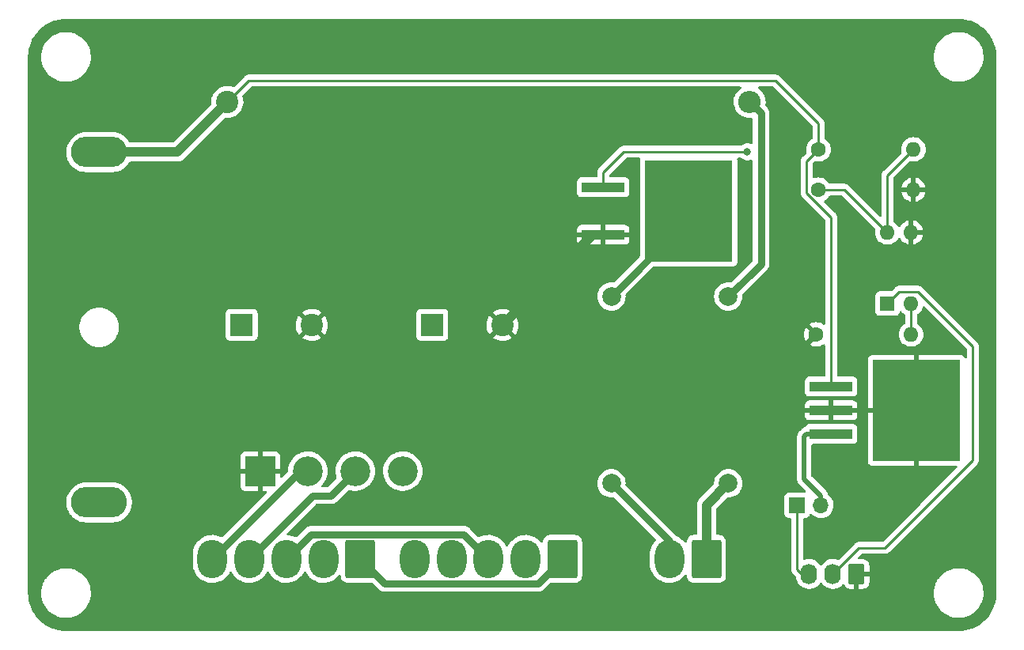
<source format=gbr>
%TF.GenerationSoftware,KiCad,Pcbnew,(6.0.1)*%
%TF.CreationDate,2022-01-30T09:16:28+01:00*%
%TF.ProjectId,board_shakercontrol,626f6172-645f-4736-9861-6b6572636f6e,rev?*%
%TF.SameCoordinates,Original*%
%TF.FileFunction,Copper,L1,Top*%
%TF.FilePolarity,Positive*%
%FSLAX46Y46*%
G04 Gerber Fmt 4.6, Leading zero omitted, Abs format (unit mm)*
G04 Created by KiCad (PCBNEW (6.0.1)) date 2022-01-30 09:16:28*
%MOMM*%
%LPD*%
G01*
G04 APERTURE LIST*
G04 Aperture macros list*
%AMRoundRect*
0 Rectangle with rounded corners*
0 $1 Rounding radius*
0 $2 $3 $4 $5 $6 $7 $8 $9 X,Y pos of 4 corners*
0 Add a 4 corners polygon primitive as box body*
4,1,4,$2,$3,$4,$5,$6,$7,$8,$9,$2,$3,0*
0 Add four circle primitives for the rounded corners*
1,1,$1+$1,$2,$3*
1,1,$1+$1,$4,$5*
1,1,$1+$1,$6,$7*
1,1,$1+$1,$8,$9*
0 Add four rect primitives between the rounded corners*
20,1,$1+$1,$2,$3,$4,$5,0*
20,1,$1+$1,$4,$5,$6,$7,0*
20,1,$1+$1,$6,$7,$8,$9,0*
20,1,$1+$1,$8,$9,$2,$3,0*%
G04 Aperture macros list end*
%TA.AperFunction,ComponentPad*%
%ADD10RoundRect,0.250000X0.620000X0.845000X-0.620000X0.845000X-0.620000X-0.845000X0.620000X-0.845000X0*%
%TD*%
%TA.AperFunction,ComponentPad*%
%ADD11O,1.740000X2.190000*%
%TD*%
%TA.AperFunction,ComponentPad*%
%ADD12C,2.000000*%
%TD*%
%TA.AperFunction,ComponentPad*%
%ADD13C,1.600000*%
%TD*%
%TA.AperFunction,ComponentPad*%
%ADD14O,1.600000X1.600000*%
%TD*%
%TA.AperFunction,ComponentPad*%
%ADD15R,3.200000X3.200000*%
%TD*%
%TA.AperFunction,ComponentPad*%
%ADD16C,3.200000*%
%TD*%
%TA.AperFunction,ComponentPad*%
%ADD17O,6.000000X3.250000*%
%TD*%
%TA.AperFunction,ComponentPad*%
%ADD18R,2.400000X2.400000*%
%TD*%
%TA.AperFunction,ComponentPad*%
%ADD19C,2.400000*%
%TD*%
%TA.AperFunction,SMDPad,CuDef*%
%ADD20R,4.600000X1.100000*%
%TD*%
%TA.AperFunction,SMDPad,CuDef*%
%ADD21R,9.400000X10.800000*%
%TD*%
%TA.AperFunction,ComponentPad*%
%ADD22O,2.400000X2.400000*%
%TD*%
%TA.AperFunction,ComponentPad*%
%ADD23RoundRect,0.250000X1.330000X1.800000X-1.330000X1.800000X-1.330000X-1.800000X1.330000X-1.800000X0*%
%TD*%
%TA.AperFunction,ComponentPad*%
%ADD24O,3.160000X4.100000*%
%TD*%
%TA.AperFunction,ComponentPad*%
%ADD25R,1.600000X1.600000*%
%TD*%
%TA.AperFunction,ComponentPad*%
%ADD26O,1.700000X1.700000*%
%TD*%
%TA.AperFunction,ComponentPad*%
%ADD27R,1.700000X1.700000*%
%TD*%
%TA.AperFunction,ViaPad*%
%ADD28C,0.800000*%
%TD*%
%TA.AperFunction,Conductor*%
%ADD29C,0.254000*%
%TD*%
%TA.AperFunction,Conductor*%
%ADD30C,1.016000*%
%TD*%
%TA.AperFunction,Conductor*%
%ADD31C,0.508000*%
%TD*%
%TA.AperFunction,Conductor*%
%ADD32C,0.762000*%
%TD*%
G04 APERTURE END LIST*
D10*
%TO.P,J3,1,Pin_1*%
%TO.N,GND*%
X137922000Y-95992000D03*
D11*
%TO.P,J3,2,Pin_2*%
%TO.N,Net-(J3-Pad2)*%
X135382000Y-95992000D03*
%TO.P,J3,3,Pin_3*%
%TO.N,Net-(J3-Pad3)*%
X132842000Y-95992000D03*
%TD*%
D12*
%TO.P,L1,1,1*%
%TO.N,Net-(L1-Pad1)*%
X124206000Y-66294005D03*
%TO.P,L1,2,2*%
%TO.N,Net-(L1-Pad2)*%
X111706000Y-66294005D03*
%TO.P,L1,3,3*%
%TO.N,Net-(J4-Pad2)*%
X111706000Y-86294005D03*
%TO.P,L1,4,4*%
%TO.N,Net-(J4-Pad1)*%
X124206000Y-86294005D03*
%TD*%
D13*
%TO.P,R1,1*%
%TO.N,GND*%
X133604000Y-70358000D03*
D14*
%TO.P,R1,2*%
%TO.N,Net-(R1-Pad2)*%
X143764000Y-70358000D03*
%TD*%
D15*
%TO.P,D1,1,-*%
%TO.N,GND*%
X74138000Y-84994000D03*
D16*
%TO.P,D1,2*%
%TO.N,/16VAC2*%
X79218000Y-84994000D03*
%TO.P,D1,3*%
%TO.N,/16VAC1*%
X84298000Y-84994000D03*
%TO.P,D1,4,+*%
%TO.N,/VIN*%
X89378000Y-84994000D03*
%TD*%
D17*
%TO.P,F1,1*%
%TO.N,/VIN*%
X56896000Y-88346000D03*
%TO.P,F1,2*%
%TO.N,VCC*%
X56896000Y-50846000D03*
%TD*%
D13*
%TO.P,R3,1*%
%TO.N,Net-(Q1-Pad1)*%
X133858000Y-54864000D03*
D14*
%TO.P,R3,2*%
%TO.N,GND*%
X144018000Y-54864000D03*
%TD*%
D18*
%TO.P,C1,1*%
%TO.N,/VIN*%
X92534220Y-69342000D03*
D19*
%TO.P,C1,2*%
%TO.N,GND*%
X100034220Y-69342000D03*
%TD*%
D20*
%TO.P,Q1,1,G*%
%TO.N,Net-(Q1-Pad1)*%
X110811000Y-54610000D03*
D21*
%TO.P,Q1,2,D*%
%TO.N,Net-(L1-Pad2)*%
X119961000Y-57150000D03*
D20*
%TO.P,Q1,3,S*%
%TO.N,GND*%
X110811000Y-59690000D03*
%TD*%
D19*
%TO.P,R4,1*%
%TO.N,VCC*%
X70612000Y-45466000D03*
D22*
%TO.P,R4,2*%
%TO.N,Net-(L1-Pad1)*%
X126492000Y-45466000D03*
%TD*%
D23*
%TO.P,J1,1,Pin_1*%
%TO.N,Net-(J1-Pad1)*%
X106472000Y-94383000D03*
D24*
%TO.P,J1,2,Pin_2*%
%TO.N,Net-(J1-Pad2)*%
X102512000Y-94383000D03*
%TO.P,J1,3,Pin_3*%
%TO.N,Net-(J1-Pad3)*%
X98552000Y-94383000D03*
%TO.P,J1,4,Pin_4*%
%TO.N,/16VAC1*%
X94592000Y-94383000D03*
%TO.P,J1,5,Pin_5*%
%TO.N,/16VAC2*%
X90632000Y-94383000D03*
%TD*%
D25*
%TO.P,U2,1*%
%TO.N,Net-(J3-Pad2)*%
X141224000Y-67056000D03*
D14*
%TO.P,U2,2*%
%TO.N,Net-(R1-Pad2)*%
X143764000Y-67056000D03*
%TO.P,U2,3*%
%TO.N,GND*%
X143764000Y-59436000D03*
%TO.P,U2,4*%
%TO.N,Net-(Q1-Pad1)*%
X141224000Y-59436000D03*
%TD*%
D13*
%TO.P,R2,1*%
%TO.N,VCC*%
X133858000Y-50546000D03*
D14*
%TO.P,R2,2*%
%TO.N,Net-(Q1-Pad1)*%
X144018000Y-50546000D03*
%TD*%
D26*
%TO.P,JP1,2,B*%
%TO.N,+5V*%
X134107000Y-88646000D03*
D27*
%TO.P,JP1,1,A*%
%TO.N,Net-(J3-Pad3)*%
X131567000Y-88646000D03*
%TD*%
D23*
%TO.P,J2,1,Pin_1*%
%TO.N,Net-(J1-Pad1)*%
X84836000Y-94383000D03*
D24*
%TO.P,J2,2,Pin_2*%
%TO.N,Net-(J1-Pad2)*%
X80876000Y-94383000D03*
%TO.P,J2,3,Pin_3*%
%TO.N,Net-(J1-Pad3)*%
X76916000Y-94383000D03*
%TO.P,J2,4,Pin_4*%
%TO.N,/16VAC1*%
X72956000Y-94383000D03*
%TO.P,J2,5,Pin_5*%
%TO.N,/16VAC2*%
X68996000Y-94383000D03*
%TD*%
D23*
%TO.P,J4,1,Pin_1*%
%TO.N,Net-(J4-Pad1)*%
X121868000Y-94383000D03*
D24*
%TO.P,J4,2,Pin_2*%
%TO.N,Net-(J4-Pad2)*%
X117908000Y-94383000D03*
%TD*%
D18*
%TO.P,C2,1*%
%TO.N,/VIN*%
X72136000Y-69342000D03*
D19*
%TO.P,C2,2*%
%TO.N,GND*%
X79636000Y-69342000D03*
%TD*%
D20*
%TO.P,U1,1,IN*%
%TO.N,VCC*%
X135195000Y-75946000D03*
D21*
%TO.P,U1,2,GND*%
%TO.N,GND*%
X144345000Y-78486000D03*
D20*
X135195000Y-78486000D03*
%TO.P,U1,3,OUT*%
%TO.N,+5V*%
X135195000Y-81026000D03*
%TD*%
D28*
%TO.N,Net-(Q1-Pad1)*%
X126238000Y-50800000D03*
%TD*%
D29*
%TO.N,Net-(J3-Pad2)*%
X135382000Y-96012000D02*
X135382000Y-96754000D01*
X150368000Y-83820000D02*
X140970000Y-93218000D01*
X150368000Y-71628000D02*
X150368000Y-83820000D01*
X142494000Y-65786000D02*
X144526000Y-65786000D01*
X140970000Y-93218000D02*
X138176000Y-93218000D01*
X138176000Y-93218000D02*
X135382000Y-96012000D01*
X141224000Y-67056000D02*
X142494000Y-65786000D01*
X144526000Y-65786000D02*
X150368000Y-71628000D01*
%TO.N,Net-(J3-Pad3)*%
X131567000Y-95479000D02*
X132842000Y-96754000D01*
X131567000Y-88646000D02*
X131567000Y-95479000D01*
D30*
%TO.N,GND*%
X109686220Y-59690000D02*
X100034220Y-69342000D01*
D31*
X131826000Y-77978000D02*
X131826000Y-72644000D01*
X135195000Y-78486000D02*
X132334000Y-78486000D01*
X132334000Y-78486000D02*
X131826000Y-77978000D01*
X132080000Y-71882000D02*
X133604000Y-70358000D01*
D30*
X110811000Y-59690000D02*
X109686220Y-59690000D01*
D31*
X131826000Y-72644000D02*
X132080000Y-72390000D01*
X132080000Y-72390000D02*
X132080000Y-71882000D01*
D32*
%TO.N,Net-(J1-Pad1)*%
X87466520Y-97013520D02*
X103841480Y-97013520D01*
X103841480Y-97013520D02*
X106472000Y-94383000D01*
X84836000Y-94383000D02*
X87466520Y-97013520D01*
D29*
%TO.N,Net-(R1-Pad2)*%
X143764000Y-70358000D02*
X143764000Y-67056000D01*
D32*
%TO.N,Net-(J4-Pad2)*%
X117908000Y-94383000D02*
X117908000Y-92496000D01*
X117908000Y-92496000D02*
X111706000Y-86294000D01*
D29*
%TO.N,Net-(Q1-Pad1)*%
X113030000Y-50800000D02*
X125730000Y-50800000D01*
X110811000Y-53019000D02*
X113030000Y-50800000D01*
X125730000Y-50800000D02*
X126238000Y-50800000D01*
X110811000Y-54610000D02*
X110811000Y-53019000D01*
X133858000Y-54864000D02*
X136652000Y-54864000D01*
X144018000Y-50546000D02*
X141224000Y-53340000D01*
X136652000Y-54864000D02*
X141224000Y-59436000D01*
X141224000Y-53340000D02*
X141224000Y-59436000D01*
%TO.N,VCC*%
X132588000Y-55187128D02*
X132588000Y-51816000D01*
X133858000Y-47752000D02*
X129286000Y-43180000D01*
D30*
X65232000Y-50846000D02*
X70612000Y-45466000D01*
D29*
X135195000Y-57794128D02*
X132588000Y-55187128D01*
D30*
X56896000Y-50846000D02*
X65232000Y-50846000D01*
D29*
X129286000Y-43180000D02*
X72898000Y-43180000D01*
X133858000Y-50546000D02*
X133858000Y-47752000D01*
X135195000Y-75946000D02*
X135195000Y-57794128D01*
X132588000Y-51816000D02*
X133858000Y-50546000D01*
X72898000Y-43180000D02*
X70612000Y-45466000D01*
D32*
%TO.N,Net-(J1-Pad3)*%
X95921480Y-91752480D02*
X98552000Y-94383000D01*
X76916000Y-94383000D02*
X79546520Y-91752480D01*
X79546520Y-91752480D02*
X95921480Y-91752480D01*
%TO.N,/16VAC1*%
X79709000Y-87630000D02*
X81662000Y-87630000D01*
X81662000Y-87630000D02*
X84298000Y-84994000D01*
X72956000Y-94383000D02*
X79709000Y-87630000D01*
%TO.N,/16VAC2*%
X78385000Y-84994000D02*
X79218000Y-84994000D01*
X68996000Y-94383000D02*
X78385000Y-84994000D01*
D31*
%TO.N,+5V*%
X132334000Y-81280000D02*
X132334000Y-85852000D01*
X134112000Y-87630000D02*
X134112000Y-88641000D01*
X135195000Y-81026000D02*
X132588000Y-81026000D01*
X132334000Y-85852000D02*
X134112000Y-87630000D01*
X132588000Y-81026000D02*
X132334000Y-81280000D01*
X134112000Y-88641000D02*
X134107000Y-88646000D01*
D30*
%TO.N,Net-(J4-Pad1)*%
X121868000Y-94383000D02*
X121868000Y-88632000D01*
X121868000Y-88632000D02*
X124206000Y-86294000D01*
D32*
%TO.N,Net-(L1-Pad1)*%
X126492000Y-45466000D02*
X127692000Y-46666000D01*
X127692000Y-46666000D02*
X127692000Y-62808000D01*
X127692000Y-62808000D02*
X124206000Y-66294000D01*
%TO.N,Net-(L1-Pad2)*%
X111706000Y-66294000D02*
X119961000Y-58039000D01*
X119961000Y-58039000D02*
X119961000Y-57150000D01*
%TD*%
%TA.AperFunction,Conductor*%
%TO.N,GND*%
G36*
X148814057Y-36577500D02*
G01*
X148828858Y-36579805D01*
X148828861Y-36579805D01*
X148837730Y-36581186D01*
X148857626Y-36578584D01*
X148879784Y-36577654D01*
X149213160Y-36593067D01*
X149224749Y-36594141D01*
X149584994Y-36644393D01*
X149596434Y-36646532D01*
X149950504Y-36729809D01*
X149961681Y-36732989D01*
X150134126Y-36790787D01*
X150306562Y-36848582D01*
X150317414Y-36852786D01*
X150650155Y-36999706D01*
X150660560Y-37004886D01*
X150978343Y-37181890D01*
X150988220Y-37188006D01*
X151288301Y-37393566D01*
X151297589Y-37400580D01*
X151577424Y-37632952D01*
X151586024Y-37640793D01*
X151843207Y-37897976D01*
X151851048Y-37906576D01*
X152083420Y-38186411D01*
X152090434Y-38195699D01*
X152295994Y-38495780D01*
X152302110Y-38505657D01*
X152479114Y-38823440D01*
X152484294Y-38833845D01*
X152631214Y-39166586D01*
X152635418Y-39177438D01*
X152721510Y-39434299D01*
X152751008Y-39522310D01*
X152754193Y-39533504D01*
X152837468Y-39887566D01*
X152839607Y-39899006D01*
X152889859Y-40259251D01*
X152890933Y-40270840D01*
X152906003Y-40596816D01*
X152904638Y-40622015D01*
X152902814Y-40633730D01*
X152903978Y-40642632D01*
X152903978Y-40642635D01*
X152906936Y-40665251D01*
X152908000Y-40681589D01*
X152908000Y-97994672D01*
X152906500Y-98014056D01*
X152902814Y-98037730D01*
X152904454Y-98050270D01*
X152905416Y-98057626D01*
X152906346Y-98079784D01*
X152890933Y-98413160D01*
X152889859Y-98424749D01*
X152839607Y-98784994D01*
X152837468Y-98796434D01*
X152754193Y-99150496D01*
X152751011Y-99161681D01*
X152720328Y-99253227D01*
X152635418Y-99506562D01*
X152631214Y-99517414D01*
X152484294Y-99850155D01*
X152479114Y-99860560D01*
X152302110Y-100178343D01*
X152295994Y-100188220D01*
X152090434Y-100488301D01*
X152083420Y-100497589D01*
X151851048Y-100777424D01*
X151843207Y-100786024D01*
X151586024Y-101043207D01*
X151577424Y-101051048D01*
X151297589Y-101283420D01*
X151288301Y-101290434D01*
X150988220Y-101495994D01*
X150978343Y-101502110D01*
X150660560Y-101679114D01*
X150650155Y-101684294D01*
X150317414Y-101831214D01*
X150306562Y-101835418D01*
X150134126Y-101893213D01*
X149961681Y-101951011D01*
X149950504Y-101954191D01*
X149599981Y-102036634D01*
X149596434Y-102037468D01*
X149584994Y-102039607D01*
X149224749Y-102089859D01*
X149213161Y-102090933D01*
X149190742Y-102091969D01*
X148887184Y-102106003D01*
X148861985Y-102104638D01*
X148859142Y-102104195D01*
X148859140Y-102104195D01*
X148850270Y-102102814D01*
X148841368Y-102103978D01*
X148841365Y-102103978D01*
X148818749Y-102106936D01*
X148802411Y-102108000D01*
X53389328Y-102108000D01*
X53369943Y-102106500D01*
X53355142Y-102104195D01*
X53355139Y-102104195D01*
X53346270Y-102102814D01*
X53327105Y-102105320D01*
X53326374Y-102105416D01*
X53304216Y-102106346D01*
X52970840Y-102090933D01*
X52959251Y-102089859D01*
X52599006Y-102039607D01*
X52587566Y-102037468D01*
X52584019Y-102036634D01*
X52233496Y-101954191D01*
X52222319Y-101951011D01*
X52049874Y-101893213D01*
X51877438Y-101835418D01*
X51866586Y-101831214D01*
X51533845Y-101684294D01*
X51523440Y-101679114D01*
X51205657Y-101502110D01*
X51195780Y-101495994D01*
X50895699Y-101290434D01*
X50886411Y-101283420D01*
X50606576Y-101051048D01*
X50597976Y-101043207D01*
X50340793Y-100786024D01*
X50332952Y-100777424D01*
X50100580Y-100497589D01*
X50093566Y-100488301D01*
X49888006Y-100188220D01*
X49881890Y-100178343D01*
X49704886Y-99860560D01*
X49699706Y-99850155D01*
X49552786Y-99517414D01*
X49548582Y-99506562D01*
X49463672Y-99253227D01*
X49432989Y-99161681D01*
X49429807Y-99150496D01*
X49346532Y-98796434D01*
X49344393Y-98784994D01*
X49294141Y-98424749D01*
X49293067Y-98413160D01*
X49278150Y-98090485D01*
X50676854Y-98090485D01*
X50677156Y-98094320D01*
X50695108Y-98322417D01*
X50702370Y-98414695D01*
X50767206Y-98733378D01*
X50870398Y-99041784D01*
X51010405Y-99335316D01*
X51185141Y-99609597D01*
X51187584Y-99612560D01*
X51187585Y-99612562D01*
X51387832Y-99855480D01*
X51392001Y-99860538D01*
X51627902Y-100084399D01*
X51889326Y-100277843D01*
X52030851Y-100357914D01*
X52169019Y-100436086D01*
X52169023Y-100436088D01*
X52172376Y-100437985D01*
X52472832Y-100562438D01*
X52576288Y-100591129D01*
X52782500Y-100648317D01*
X52782508Y-100648319D01*
X52786216Y-100649347D01*
X53107856Y-100697416D01*
X53111154Y-100697560D01*
X53222918Y-100702440D01*
X53222922Y-100702440D01*
X53224294Y-100702500D01*
X53422598Y-100702500D01*
X53664605Y-100687698D01*
X53668388Y-100686997D01*
X53668395Y-100686996D01*
X53868459Y-100649916D01*
X53984372Y-100628433D01*
X54193682Y-100562438D01*
X54290860Y-100531798D01*
X54290863Y-100531797D01*
X54294532Y-100530640D01*
X54298029Y-100529046D01*
X54298035Y-100529044D01*
X54586954Y-100397376D01*
X54586958Y-100397374D01*
X54590462Y-100395777D01*
X54867751Y-100225854D01*
X54870755Y-100223464D01*
X54870760Y-100223461D01*
X54995007Y-100124630D01*
X55122264Y-100023405D01*
X55124958Y-100020664D01*
X55124962Y-100020660D01*
X55347513Y-99794190D01*
X55347517Y-99794185D01*
X55350208Y-99791447D01*
X55548185Y-99533439D01*
X55713242Y-99253227D01*
X55842920Y-98954988D01*
X55935285Y-98643169D01*
X55988961Y-98322417D01*
X55999087Y-98090485D01*
X146180854Y-98090485D01*
X146181156Y-98094320D01*
X146199108Y-98322417D01*
X146206370Y-98414695D01*
X146271206Y-98733378D01*
X146374398Y-99041784D01*
X146514405Y-99335316D01*
X146689141Y-99609597D01*
X146691584Y-99612560D01*
X146691585Y-99612562D01*
X146891832Y-99855480D01*
X146896001Y-99860538D01*
X147131902Y-100084399D01*
X147393326Y-100277843D01*
X147534851Y-100357914D01*
X147673019Y-100436086D01*
X147673023Y-100436088D01*
X147676376Y-100437985D01*
X147976832Y-100562438D01*
X148080288Y-100591129D01*
X148286500Y-100648317D01*
X148286508Y-100648319D01*
X148290216Y-100649347D01*
X148611856Y-100697416D01*
X148615154Y-100697560D01*
X148726918Y-100702440D01*
X148726922Y-100702440D01*
X148728294Y-100702500D01*
X148926598Y-100702500D01*
X149168605Y-100687698D01*
X149172388Y-100686997D01*
X149172395Y-100686996D01*
X149372459Y-100649916D01*
X149488372Y-100628433D01*
X149697682Y-100562438D01*
X149794860Y-100531798D01*
X149794863Y-100531797D01*
X149798532Y-100530640D01*
X149802029Y-100529046D01*
X149802035Y-100529044D01*
X150090954Y-100397376D01*
X150090958Y-100397374D01*
X150094462Y-100395777D01*
X150371751Y-100225854D01*
X150374755Y-100223464D01*
X150374760Y-100223461D01*
X150499007Y-100124630D01*
X150626264Y-100023405D01*
X150628958Y-100020664D01*
X150628962Y-100020660D01*
X150851513Y-99794190D01*
X150851517Y-99794185D01*
X150854208Y-99791447D01*
X151052185Y-99533439D01*
X151217242Y-99253227D01*
X151346920Y-98954988D01*
X151439285Y-98643169D01*
X151492961Y-98322417D01*
X151507146Y-97997515D01*
X151491129Y-97793997D01*
X151481932Y-97677140D01*
X151481932Y-97677137D01*
X151481630Y-97673305D01*
X151416794Y-97354622D01*
X151313602Y-97046216D01*
X151263495Y-96941163D01*
X151193374Y-96794152D01*
X151173595Y-96752684D01*
X151163198Y-96736363D01*
X151070509Y-96590871D01*
X150998859Y-96478403D01*
X150979783Y-96455262D01*
X150794442Y-96230425D01*
X150794438Y-96230420D01*
X150791999Y-96227462D01*
X150556098Y-96003601D01*
X150294674Y-95810157D01*
X150108004Y-95704544D01*
X150014981Y-95651914D01*
X150014977Y-95651912D01*
X150011624Y-95650015D01*
X150001130Y-95645668D01*
X149887855Y-95598748D01*
X149711168Y-95525562D01*
X149586430Y-95490969D01*
X149401500Y-95439683D01*
X149401492Y-95439681D01*
X149397784Y-95438653D01*
X149076144Y-95390584D01*
X149072846Y-95390440D01*
X148961082Y-95385560D01*
X148961078Y-95385560D01*
X148959706Y-95385500D01*
X148761402Y-95385500D01*
X148519395Y-95400302D01*
X148515612Y-95401003D01*
X148515605Y-95401004D01*
X148381938Y-95425778D01*
X148199628Y-95459567D01*
X148112584Y-95487012D01*
X147893140Y-95556202D01*
X147893137Y-95556203D01*
X147889468Y-95557360D01*
X147885971Y-95558954D01*
X147885965Y-95558956D01*
X147597046Y-95690624D01*
X147597042Y-95690626D01*
X147593538Y-95692223D01*
X147590259Y-95694233D01*
X147590256Y-95694234D01*
X147363142Y-95833410D01*
X147316249Y-95862146D01*
X147313245Y-95864536D01*
X147313240Y-95864539D01*
X147206353Y-95949561D01*
X147061736Y-96064595D01*
X147059042Y-96067336D01*
X147059038Y-96067340D01*
X146836487Y-96293810D01*
X146836483Y-96293815D01*
X146833792Y-96296553D01*
X146750051Y-96405686D01*
X146677809Y-96499834D01*
X146635815Y-96554561D01*
X146528726Y-96736363D01*
X146494686Y-96794152D01*
X146470758Y-96834773D01*
X146341080Y-97133012D01*
X146339986Y-97136706D01*
X146339984Y-97136711D01*
X146335285Y-97152576D01*
X146248715Y-97444831D01*
X146195039Y-97765583D01*
X146180854Y-98090485D01*
X55999087Y-98090485D01*
X56003146Y-97997515D01*
X55987129Y-97793997D01*
X55977932Y-97677140D01*
X55977932Y-97677137D01*
X55977630Y-97673305D01*
X55912794Y-97354622D01*
X55809602Y-97046216D01*
X55759495Y-96941163D01*
X55689374Y-96794152D01*
X55669595Y-96752684D01*
X55659198Y-96736363D01*
X55566509Y-96590871D01*
X55494859Y-96478403D01*
X55475783Y-96455262D01*
X55290442Y-96230425D01*
X55290438Y-96230420D01*
X55287999Y-96227462D01*
X55052098Y-96003601D01*
X54790674Y-95810157D01*
X54604004Y-95704544D01*
X54510981Y-95651914D01*
X54510977Y-95651912D01*
X54507624Y-95650015D01*
X54497130Y-95645668D01*
X54383855Y-95598748D01*
X54207168Y-95525562D01*
X54082430Y-95490969D01*
X53897500Y-95439683D01*
X53897492Y-95439681D01*
X53893784Y-95438653D01*
X53572144Y-95390584D01*
X53568846Y-95390440D01*
X53457082Y-95385560D01*
X53457078Y-95385560D01*
X53455706Y-95385500D01*
X53257402Y-95385500D01*
X53015395Y-95400302D01*
X53011612Y-95401003D01*
X53011605Y-95401004D01*
X52877938Y-95425778D01*
X52695628Y-95459567D01*
X52608584Y-95487012D01*
X52389140Y-95556202D01*
X52389137Y-95556203D01*
X52385468Y-95557360D01*
X52381971Y-95558954D01*
X52381965Y-95558956D01*
X52093046Y-95690624D01*
X52093042Y-95690626D01*
X52089538Y-95692223D01*
X52086259Y-95694233D01*
X52086256Y-95694234D01*
X51859142Y-95833410D01*
X51812249Y-95862146D01*
X51809245Y-95864536D01*
X51809240Y-95864539D01*
X51702353Y-95949561D01*
X51557736Y-96064595D01*
X51555042Y-96067336D01*
X51555038Y-96067340D01*
X51332487Y-96293810D01*
X51332483Y-96293815D01*
X51329792Y-96296553D01*
X51246051Y-96405686D01*
X51173809Y-96499834D01*
X51131815Y-96554561D01*
X51024726Y-96736363D01*
X50990686Y-96794152D01*
X50966758Y-96834773D01*
X50837080Y-97133012D01*
X50835986Y-97136706D01*
X50835984Y-97136711D01*
X50831285Y-97152576D01*
X50744715Y-97444831D01*
X50691039Y-97765583D01*
X50676854Y-98090485D01*
X49278150Y-98090485D01*
X49277997Y-98087184D01*
X49279362Y-98061985D01*
X49279805Y-98059142D01*
X49279805Y-98059140D01*
X49281186Y-98050270D01*
X49279547Y-98037730D01*
X49277064Y-98018749D01*
X49276000Y-98002411D01*
X49276000Y-94925933D01*
X66907500Y-94925933D01*
X66907653Y-94928119D01*
X66907653Y-94928123D01*
X66919210Y-95093386D01*
X66922775Y-95144373D01*
X66983503Y-95430074D01*
X66985006Y-95434203D01*
X66985007Y-95434207D01*
X67079649Y-95694234D01*
X67083401Y-95704544D01*
X67220527Y-95962439D01*
X67223113Y-95965998D01*
X67223114Y-95966000D01*
X67323390Y-96104018D01*
X67392209Y-96198740D01*
X67395265Y-96201904D01*
X67395267Y-96201907D01*
X67534131Y-96345704D01*
X67595108Y-96408848D01*
X67825274Y-96588673D01*
X68078226Y-96734715D01*
X68349042Y-96844132D01*
X68632450Y-96914794D01*
X68636818Y-96915253D01*
X68636823Y-96915254D01*
X68918565Y-96944866D01*
X68918568Y-96944866D01*
X68922934Y-96945325D01*
X68927322Y-96945172D01*
X68927328Y-96945172D01*
X69210443Y-96935285D01*
X69210449Y-96935284D01*
X69214841Y-96935131D01*
X69502488Y-96884411D01*
X69506659Y-96883056D01*
X69506666Y-96883054D01*
X69776087Y-96795513D01*
X69776086Y-96795513D01*
X69780276Y-96794152D01*
X69784229Y-96792224D01*
X69784234Y-96792222D01*
X70038849Y-96668038D01*
X70042800Y-96666111D01*
X70046439Y-96663657D01*
X70046445Y-96663653D01*
X70281303Y-96505239D01*
X70281310Y-96505234D01*
X70284949Y-96502779D01*
X70312022Y-96478403D01*
X70498736Y-96310285D01*
X70498737Y-96310284D01*
X70502010Y-96307337D01*
X70590476Y-96201907D01*
X70686930Y-96086958D01*
X70686934Y-96086953D01*
X70689758Y-96083587D01*
X70808852Y-95892997D01*
X70842212Y-95839610D01*
X70844539Y-95835886D01*
X70847919Y-95828296D01*
X70861919Y-95796850D01*
X70907898Y-95742754D01*
X70975825Y-95722104D01*
X71044134Y-95741456D01*
X71088277Y-95788944D01*
X71113237Y-95835886D01*
X71180527Y-95962439D01*
X71183113Y-95965998D01*
X71183114Y-95966000D01*
X71283390Y-96104018D01*
X71352209Y-96198740D01*
X71355265Y-96201904D01*
X71355267Y-96201907D01*
X71494131Y-96345704D01*
X71555108Y-96408848D01*
X71785274Y-96588673D01*
X72038226Y-96734715D01*
X72309042Y-96844132D01*
X72592450Y-96914794D01*
X72596818Y-96915253D01*
X72596823Y-96915254D01*
X72878565Y-96944866D01*
X72878568Y-96944866D01*
X72882934Y-96945325D01*
X72887322Y-96945172D01*
X72887328Y-96945172D01*
X73170443Y-96935285D01*
X73170449Y-96935284D01*
X73174841Y-96935131D01*
X73462488Y-96884411D01*
X73466659Y-96883056D01*
X73466666Y-96883054D01*
X73736087Y-96795513D01*
X73736086Y-96795513D01*
X73740276Y-96794152D01*
X73744229Y-96792224D01*
X73744234Y-96792222D01*
X73998849Y-96668038D01*
X74002800Y-96666111D01*
X74006439Y-96663657D01*
X74006445Y-96663653D01*
X74241303Y-96505239D01*
X74241310Y-96505234D01*
X74244949Y-96502779D01*
X74272022Y-96478403D01*
X74458736Y-96310285D01*
X74458737Y-96310284D01*
X74462010Y-96307337D01*
X74550476Y-96201907D01*
X74646930Y-96086958D01*
X74646934Y-96086953D01*
X74649758Y-96083587D01*
X74768852Y-95892997D01*
X74802212Y-95839610D01*
X74804539Y-95835886D01*
X74807919Y-95828296D01*
X74821919Y-95796850D01*
X74867898Y-95742754D01*
X74935825Y-95722104D01*
X75004134Y-95741456D01*
X75048277Y-95788944D01*
X75073237Y-95835886D01*
X75140527Y-95962439D01*
X75143113Y-95965998D01*
X75143114Y-95966000D01*
X75243390Y-96104018D01*
X75312209Y-96198740D01*
X75315265Y-96201904D01*
X75315267Y-96201907D01*
X75454131Y-96345704D01*
X75515108Y-96408848D01*
X75745274Y-96588673D01*
X75998226Y-96734715D01*
X76269042Y-96844132D01*
X76552450Y-96914794D01*
X76556818Y-96915253D01*
X76556823Y-96915254D01*
X76838565Y-96944866D01*
X76838568Y-96944866D01*
X76842934Y-96945325D01*
X76847322Y-96945172D01*
X76847328Y-96945172D01*
X77130443Y-96935285D01*
X77130449Y-96935284D01*
X77134841Y-96935131D01*
X77422488Y-96884411D01*
X77426659Y-96883056D01*
X77426666Y-96883054D01*
X77696087Y-96795513D01*
X77696086Y-96795513D01*
X77700276Y-96794152D01*
X77704229Y-96792224D01*
X77704234Y-96792222D01*
X77958849Y-96668038D01*
X77962800Y-96666111D01*
X77966439Y-96663657D01*
X77966445Y-96663653D01*
X78201303Y-96505239D01*
X78201310Y-96505234D01*
X78204949Y-96502779D01*
X78232022Y-96478403D01*
X78418736Y-96310285D01*
X78418737Y-96310284D01*
X78422010Y-96307337D01*
X78510476Y-96201907D01*
X78606930Y-96086958D01*
X78606934Y-96086953D01*
X78609758Y-96083587D01*
X78728852Y-95892997D01*
X78762212Y-95839610D01*
X78764539Y-95835886D01*
X78767919Y-95828296D01*
X78781919Y-95796850D01*
X78827898Y-95742754D01*
X78895825Y-95722104D01*
X78964134Y-95741456D01*
X79008277Y-95788944D01*
X79033237Y-95835886D01*
X79100527Y-95962439D01*
X79103113Y-95965998D01*
X79103114Y-95966000D01*
X79203390Y-96104018D01*
X79272209Y-96198740D01*
X79275265Y-96201904D01*
X79275267Y-96201907D01*
X79414131Y-96345704D01*
X79475108Y-96408848D01*
X79705274Y-96588673D01*
X79958226Y-96734715D01*
X80229042Y-96844132D01*
X80512450Y-96914794D01*
X80516818Y-96915253D01*
X80516823Y-96915254D01*
X80798565Y-96944866D01*
X80798568Y-96944866D01*
X80802934Y-96945325D01*
X80807322Y-96945172D01*
X80807328Y-96945172D01*
X81090443Y-96935285D01*
X81090449Y-96935284D01*
X81094841Y-96935131D01*
X81382488Y-96884411D01*
X81386659Y-96883056D01*
X81386666Y-96883054D01*
X81656087Y-96795513D01*
X81656086Y-96795513D01*
X81660276Y-96794152D01*
X81664229Y-96792224D01*
X81664234Y-96792222D01*
X81918849Y-96668038D01*
X81922800Y-96666111D01*
X81926439Y-96663657D01*
X81926445Y-96663653D01*
X82161303Y-96505239D01*
X82161310Y-96505234D01*
X82164949Y-96502779D01*
X82192022Y-96478403D01*
X82378736Y-96310285D01*
X82378737Y-96310284D01*
X82382010Y-96307337D01*
X82524978Y-96136954D01*
X82584088Y-96097627D01*
X82655076Y-96096501D01*
X82715403Y-96133932D01*
X82745917Y-96198037D01*
X82747500Y-96217945D01*
X82747500Y-96233400D01*
X82747837Y-96236646D01*
X82747837Y-96236650D01*
X82756764Y-96322684D01*
X82758474Y-96339166D01*
X82760655Y-96345702D01*
X82760655Y-96345704D01*
X82793713Y-96444791D01*
X82814450Y-96506946D01*
X82907522Y-96657348D01*
X83032697Y-96782305D01*
X83038927Y-96786145D01*
X83038928Y-96786146D01*
X83176090Y-96870694D01*
X83183262Y-96875115D01*
X83227648Y-96889837D01*
X83344611Y-96928632D01*
X83344613Y-96928632D01*
X83351139Y-96930797D01*
X83357975Y-96931497D01*
X83357978Y-96931498D01*
X83401031Y-96935909D01*
X83455600Y-96941500D01*
X86084367Y-96941500D01*
X86152488Y-96961502D01*
X86173462Y-96978405D01*
X86781031Y-97585974D01*
X86793868Y-97601002D01*
X86801851Y-97611990D01*
X86806753Y-97616403D01*
X86806754Y-97616405D01*
X86851583Y-97656769D01*
X86856367Y-97661310D01*
X86870514Y-97675457D01*
X86873079Y-97677534D01*
X86886074Y-97688057D01*
X86891095Y-97692345D01*
X86935901Y-97732690D01*
X86935905Y-97732693D01*
X86940805Y-97737105D01*
X86946515Y-97740401D01*
X86946518Y-97740404D01*
X86952565Y-97743895D01*
X86968850Y-97755088D01*
X86979395Y-97763627D01*
X87039000Y-97793997D01*
X87044796Y-97797144D01*
X87102735Y-97830595D01*
X87115645Y-97834790D01*
X87133904Y-97842353D01*
X87145996Y-97848514D01*
X87210658Y-97865840D01*
X87216906Y-97867692D01*
X87280564Y-97888375D01*
X87294046Y-97889792D01*
X87294056Y-97889793D01*
X87313500Y-97893397D01*
X87320225Y-97895199D01*
X87320230Y-97895200D01*
X87326605Y-97896908D01*
X87333195Y-97897253D01*
X87333199Y-97897254D01*
X87393400Y-97900409D01*
X87399975Y-97900926D01*
X87419900Y-97903020D01*
X87439934Y-97903020D01*
X87446528Y-97903193D01*
X87506738Y-97906349D01*
X87506743Y-97906349D01*
X87513330Y-97906694D01*
X87519845Y-97905662D01*
X87519847Y-97905662D01*
X87526734Y-97904571D01*
X87546445Y-97903020D01*
X103761555Y-97903020D01*
X103781266Y-97904571D01*
X103788153Y-97905662D01*
X103788155Y-97905662D01*
X103794670Y-97906694D01*
X103801258Y-97906349D01*
X103801262Y-97906349D01*
X103861479Y-97903193D01*
X103868073Y-97903020D01*
X103888100Y-97903020D01*
X103891371Y-97902676D01*
X103891375Y-97902676D01*
X103908019Y-97900927D01*
X103914593Y-97900410D01*
X103974796Y-97897255D01*
X103974798Y-97897255D01*
X103981395Y-97896909D01*
X103987777Y-97895199D01*
X103989241Y-97894806D01*
X103994508Y-97893395D01*
X104013950Y-97889792D01*
X104015192Y-97889662D01*
X104020865Y-97889066D01*
X104020869Y-97889065D01*
X104027436Y-97888375D01*
X104091065Y-97867701D01*
X104097386Y-97865829D01*
X104104839Y-97863832D01*
X104162004Y-97848514D01*
X104174096Y-97842353D01*
X104192355Y-97834790D01*
X104205265Y-97830595D01*
X104263204Y-97797144D01*
X104269000Y-97793997D01*
X104328605Y-97763627D01*
X104339150Y-97755088D01*
X104355435Y-97743895D01*
X104361482Y-97740404D01*
X104361485Y-97740401D01*
X104367195Y-97737105D01*
X104372095Y-97732693D01*
X104372099Y-97732690D01*
X104416905Y-97692345D01*
X104421926Y-97688057D01*
X104434921Y-97677534D01*
X104437486Y-97675457D01*
X104451633Y-97661310D01*
X104456417Y-97656769D01*
X104501246Y-97616405D01*
X104501247Y-97616403D01*
X104506149Y-97611990D01*
X104514132Y-97601002D01*
X104526969Y-97585974D01*
X105134538Y-96978405D01*
X105196850Y-96944379D01*
X105223633Y-96941500D01*
X107852400Y-96941500D01*
X107855646Y-96941163D01*
X107855650Y-96941163D01*
X107951308Y-96931238D01*
X107951312Y-96931237D01*
X107958166Y-96930526D01*
X107964702Y-96928345D01*
X107964704Y-96928345D01*
X108100456Y-96883054D01*
X108125946Y-96874550D01*
X108276348Y-96781478D01*
X108401305Y-96656303D01*
X108449939Y-96577404D01*
X108490275Y-96511968D01*
X108490276Y-96511966D01*
X108494115Y-96505738D01*
X108527301Y-96405686D01*
X108547632Y-96344389D01*
X108547632Y-96344387D01*
X108549797Y-96337861D01*
X108552623Y-96310285D01*
X108558608Y-96251865D01*
X108560500Y-96233400D01*
X108560500Y-92532600D01*
X108560163Y-92529350D01*
X108550238Y-92433692D01*
X108550237Y-92433688D01*
X108549526Y-92426834D01*
X108525375Y-92354443D01*
X108495868Y-92266002D01*
X108493550Y-92259054D01*
X108400478Y-92108652D01*
X108275303Y-91983695D01*
X108253873Y-91970485D01*
X108130968Y-91894725D01*
X108130966Y-91894724D01*
X108124738Y-91890885D01*
X107964254Y-91837655D01*
X107963389Y-91837368D01*
X107963387Y-91837368D01*
X107956861Y-91835203D01*
X107950025Y-91834503D01*
X107950022Y-91834502D01*
X107906969Y-91830091D01*
X107852400Y-91824500D01*
X105091600Y-91824500D01*
X105088354Y-91824837D01*
X105088350Y-91824837D01*
X104992692Y-91834762D01*
X104992688Y-91834763D01*
X104985834Y-91835474D01*
X104979298Y-91837655D01*
X104979296Y-91837655D01*
X104935487Y-91852271D01*
X104818054Y-91891450D01*
X104667652Y-91984522D01*
X104542695Y-92109697D01*
X104449885Y-92260262D01*
X104394203Y-92428139D01*
X104393503Y-92434975D01*
X104393502Y-92434978D01*
X104390730Y-92462035D01*
X104383500Y-92532600D01*
X104383500Y-92547942D01*
X104363498Y-92616063D01*
X104309842Y-92662556D01*
X104239568Y-92672660D01*
X104174988Y-92643166D01*
X104155564Y-92622003D01*
X104118380Y-92570823D01*
X104118377Y-92570820D01*
X104115791Y-92567260D01*
X104097136Y-92547942D01*
X103915946Y-92360314D01*
X103915942Y-92360311D01*
X103912892Y-92357152D01*
X103682726Y-92177327D01*
X103429774Y-92031285D01*
X103158958Y-91921868D01*
X103153492Y-91920505D01*
X102879821Y-91852271D01*
X102879823Y-91852271D01*
X102875550Y-91851206D01*
X102871182Y-91850747D01*
X102871177Y-91850746D01*
X102589435Y-91821134D01*
X102589432Y-91821134D01*
X102585066Y-91820675D01*
X102580678Y-91820828D01*
X102580672Y-91820828D01*
X102297557Y-91830715D01*
X102297551Y-91830716D01*
X102293159Y-91830869D01*
X102005512Y-91881589D01*
X102001341Y-91882944D01*
X102001334Y-91882946D01*
X101816986Y-91942845D01*
X101727724Y-91971848D01*
X101723771Y-91973776D01*
X101723766Y-91973778D01*
X101560519Y-92053399D01*
X101465200Y-92099889D01*
X101461561Y-92102343D01*
X101461555Y-92102347D01*
X101226697Y-92260761D01*
X101226690Y-92260766D01*
X101223051Y-92263221D01*
X101219782Y-92266165D01*
X101219780Y-92266166D01*
X101041340Y-92426834D01*
X101005990Y-92458663D01*
X101003161Y-92462035D01*
X100821070Y-92679042D01*
X100821066Y-92679047D01*
X100818242Y-92682413D01*
X100663461Y-92930114D01*
X100661676Y-92934124D01*
X100661673Y-92934129D01*
X100646081Y-92969150D01*
X100600102Y-93023246D01*
X100532175Y-93043896D01*
X100463866Y-93024544D01*
X100419723Y-92977056D01*
X100356994Y-92859082D01*
X100327473Y-92803561D01*
X100317492Y-92789823D01*
X100158380Y-92570823D01*
X100158377Y-92570820D01*
X100155791Y-92567260D01*
X100137136Y-92547942D01*
X99955946Y-92360314D01*
X99955942Y-92360311D01*
X99952892Y-92357152D01*
X99722726Y-92177327D01*
X99469774Y-92031285D01*
X99198958Y-91921868D01*
X99193492Y-91920505D01*
X98919821Y-91852271D01*
X98919823Y-91852271D01*
X98915550Y-91851206D01*
X98911182Y-91850747D01*
X98911177Y-91850746D01*
X98629435Y-91821134D01*
X98629432Y-91821134D01*
X98625066Y-91820675D01*
X98620678Y-91820828D01*
X98620672Y-91820828D01*
X98337557Y-91830715D01*
X98337551Y-91830716D01*
X98333159Y-91830869D01*
X98045512Y-91881589D01*
X98041341Y-91882944D01*
X98041334Y-91882946D01*
X97771917Y-91970485D01*
X97771909Y-91970488D01*
X97767724Y-91971848D01*
X97763767Y-91973778D01*
X97763760Y-91973781D01*
X97600518Y-92053399D01*
X97530523Y-92065283D01*
X97465215Y-92037439D01*
X97456189Y-92029246D01*
X96606969Y-91180026D01*
X96594132Y-91164998D01*
X96586149Y-91154010D01*
X96536417Y-91109231D01*
X96531633Y-91104690D01*
X96517486Y-91090543D01*
X96501926Y-91077943D01*
X96496905Y-91073655D01*
X96452099Y-91033310D01*
X96452095Y-91033307D01*
X96447195Y-91028895D01*
X96441485Y-91025599D01*
X96441482Y-91025596D01*
X96435435Y-91022105D01*
X96419150Y-91010912D01*
X96408605Y-91002373D01*
X96349000Y-90972003D01*
X96343204Y-90968856D01*
X96337455Y-90965537D01*
X96285265Y-90935405D01*
X96272355Y-90931210D01*
X96254096Y-90923647D01*
X96242004Y-90917486D01*
X96177386Y-90900171D01*
X96171062Y-90898298D01*
X96162461Y-90895503D01*
X96107436Y-90877625D01*
X96100869Y-90876935D01*
X96100865Y-90876934D01*
X96095192Y-90876338D01*
X96093950Y-90876208D01*
X96074508Y-90872605D01*
X96069241Y-90871194D01*
X96067773Y-90870800D01*
X96067772Y-90870800D01*
X96061395Y-90869091D01*
X96054798Y-90868745D01*
X96054796Y-90868745D01*
X95994593Y-90865590D01*
X95988019Y-90865073D01*
X95971375Y-90863324D01*
X95971371Y-90863324D01*
X95968100Y-90862980D01*
X95948073Y-90862980D01*
X95941479Y-90862807D01*
X95881262Y-90859651D01*
X95881258Y-90859651D01*
X95874670Y-90859306D01*
X95868155Y-90860338D01*
X95868153Y-90860338D01*
X95861266Y-90861429D01*
X95841555Y-90862980D01*
X79626445Y-90862980D01*
X79606734Y-90861429D01*
X79599847Y-90860338D01*
X79599845Y-90860338D01*
X79593330Y-90859306D01*
X79586743Y-90859651D01*
X79586738Y-90859651D01*
X79526528Y-90862807D01*
X79519934Y-90862980D01*
X79499900Y-90862980D01*
X79496626Y-90863324D01*
X79496627Y-90863324D01*
X79479974Y-90865074D01*
X79473400Y-90865591D01*
X79413199Y-90868746D01*
X79413195Y-90868747D01*
X79406605Y-90869092D01*
X79400230Y-90870800D01*
X79400225Y-90870801D01*
X79393500Y-90872603D01*
X79374057Y-90876207D01*
X79360564Y-90877625D01*
X79296906Y-90898308D01*
X79290658Y-90900160D01*
X79225996Y-90917486D01*
X79213904Y-90923647D01*
X79195645Y-90931210D01*
X79182735Y-90935405D01*
X79130545Y-90965537D01*
X79124796Y-90968856D01*
X79119000Y-90972003D01*
X79059395Y-91002373D01*
X79048850Y-91010912D01*
X79032565Y-91022105D01*
X79026518Y-91025596D01*
X79026515Y-91025599D01*
X79020805Y-91028895D01*
X79015905Y-91033307D01*
X79015901Y-91033310D01*
X78971095Y-91073655D01*
X78966074Y-91077943D01*
X78950514Y-91090543D01*
X78936367Y-91104690D01*
X78931583Y-91109231D01*
X78881851Y-91154010D01*
X78873868Y-91164998D01*
X78861031Y-91180026D01*
X78013718Y-92027339D01*
X77951406Y-92061365D01*
X77880591Y-92056300D01*
X77861625Y-92047364D01*
X77837589Y-92033487D01*
X77837582Y-92033484D01*
X77833774Y-92031285D01*
X77562958Y-91921868D01*
X77557492Y-91920505D01*
X77283821Y-91852271D01*
X77283823Y-91852271D01*
X77279550Y-91851206D01*
X77275177Y-91850746D01*
X77275175Y-91850746D01*
X77137100Y-91836234D01*
X77059224Y-91828049D01*
X76993567Y-91801036D01*
X76952937Y-91742814D01*
X76950234Y-91671869D01*
X76983299Y-91613644D01*
X80040538Y-88556405D01*
X80102850Y-88522379D01*
X80129633Y-88519500D01*
X81582075Y-88519500D01*
X81601786Y-88521051D01*
X81608673Y-88522142D01*
X81608675Y-88522142D01*
X81615190Y-88523174D01*
X81621778Y-88522829D01*
X81621782Y-88522829D01*
X81681999Y-88519673D01*
X81688593Y-88519500D01*
X81708620Y-88519500D01*
X81711891Y-88519156D01*
X81711895Y-88519156D01*
X81728539Y-88517407D01*
X81735113Y-88516890D01*
X81795316Y-88513735D01*
X81795318Y-88513735D01*
X81801915Y-88513389D01*
X81815028Y-88509875D01*
X81834470Y-88506272D01*
X81835712Y-88506142D01*
X81841385Y-88505546D01*
X81841389Y-88505545D01*
X81847956Y-88504855D01*
X81911581Y-88484182D01*
X81917906Y-88482309D01*
X81941484Y-88475991D01*
X81982524Y-88464994D01*
X81994616Y-88458833D01*
X82012875Y-88451270D01*
X82025785Y-88447075D01*
X82083724Y-88413624D01*
X82089520Y-88410477D01*
X82149125Y-88380107D01*
X82159670Y-88371568D01*
X82175955Y-88360375D01*
X82182002Y-88356884D01*
X82182005Y-88356881D01*
X82187715Y-88353585D01*
X82192615Y-88349173D01*
X82192619Y-88349170D01*
X82237425Y-88308825D01*
X82242446Y-88304537D01*
X82255441Y-88294014D01*
X82258006Y-88291937D01*
X82272153Y-88277790D01*
X82276937Y-88273249D01*
X82321766Y-88232885D01*
X82321767Y-88232883D01*
X82326669Y-88228470D01*
X82334652Y-88217482D01*
X82347489Y-88202454D01*
X83518918Y-87031025D01*
X83581230Y-86996999D01*
X83643798Y-86999309D01*
X83733272Y-87025812D01*
X83832857Y-87055311D01*
X83832861Y-87055312D01*
X83836970Y-87056529D01*
X83841204Y-87057177D01*
X83841209Y-87057178D01*
X84069016Y-87092037D01*
X84121153Y-87100015D01*
X84267485Y-87102314D01*
X84404317Y-87104464D01*
X84404323Y-87104464D01*
X84408608Y-87104531D01*
X84412860Y-87104016D01*
X84412868Y-87104016D01*
X84689756Y-87070508D01*
X84689761Y-87070507D01*
X84694017Y-87069992D01*
X84842550Y-87031025D01*
X84967954Y-86998126D01*
X84967955Y-86998126D01*
X84972097Y-86997039D01*
X85237704Y-86887021D01*
X85485922Y-86741974D01*
X85712159Y-86564582D01*
X85740314Y-86535529D01*
X85871295Y-86400366D01*
X85912227Y-86358128D01*
X85914760Y-86354680D01*
X85914764Y-86354675D01*
X86079887Y-86129886D01*
X86082425Y-86126431D01*
X86115241Y-86065991D01*
X86217554Y-85877555D01*
X86217555Y-85877553D01*
X86219604Y-85873779D01*
X86305533Y-85646376D01*
X86319707Y-85608866D01*
X86319708Y-85608862D01*
X86321225Y-85604848D01*
X86385407Y-85324613D01*
X86391036Y-85261548D01*
X86410743Y-85040726D01*
X86410743Y-85040724D01*
X86410963Y-85038260D01*
X86411427Y-84994000D01*
X86409918Y-84971869D01*
X87264689Y-84971869D01*
X87281238Y-85258883D01*
X87282063Y-85263088D01*
X87282064Y-85263096D01*
X87309087Y-85400830D01*
X87336586Y-85540995D01*
X87337973Y-85545045D01*
X87337974Y-85545050D01*
X87428321Y-85808930D01*
X87429710Y-85812986D01*
X87485990Y-85924887D01*
X87555066Y-86062228D01*
X87558885Y-86069822D01*
X87721721Y-86306750D01*
X87724608Y-86309923D01*
X87724609Y-86309924D01*
X87872718Y-86472694D01*
X87915206Y-86519388D01*
X87918501Y-86522143D01*
X87918502Y-86522144D01*
X88126854Y-86696352D01*
X88135759Y-86703798D01*
X88379298Y-86856571D01*
X88641318Y-86974877D01*
X88661881Y-86980968D01*
X88912857Y-87055311D01*
X88912862Y-87055312D01*
X88916970Y-87056529D01*
X88921204Y-87057177D01*
X88921209Y-87057178D01*
X89149016Y-87092037D01*
X89201153Y-87100015D01*
X89347485Y-87102314D01*
X89484317Y-87104464D01*
X89484323Y-87104464D01*
X89488608Y-87104531D01*
X89492860Y-87104016D01*
X89492868Y-87104016D01*
X89769756Y-87070508D01*
X89769761Y-87070507D01*
X89774017Y-87069992D01*
X89922550Y-87031025D01*
X90047954Y-86998126D01*
X90047955Y-86998126D01*
X90052097Y-86997039D01*
X90317704Y-86887021D01*
X90565922Y-86741974D01*
X90792159Y-86564582D01*
X90820314Y-86535529D01*
X90951295Y-86400366D01*
X90992227Y-86358128D01*
X90994760Y-86354680D01*
X90994764Y-86354675D01*
X91039330Y-86294005D01*
X110192835Y-86294005D01*
X110211465Y-86530716D01*
X110212619Y-86535523D01*
X110212620Y-86535529D01*
X110237382Y-86638669D01*
X110266895Y-86761599D01*
X110268788Y-86766170D01*
X110268789Y-86766172D01*
X110317950Y-86884857D01*
X110357760Y-86980968D01*
X110360346Y-86985188D01*
X110479241Y-87179207D01*
X110479245Y-87179213D01*
X110481824Y-87183421D01*
X110636031Y-87363974D01*
X110816584Y-87518181D01*
X110820792Y-87520760D01*
X110820798Y-87520764D01*
X111013376Y-87638776D01*
X111019037Y-87642245D01*
X111023607Y-87644138D01*
X111023611Y-87644140D01*
X111233833Y-87731216D01*
X111238406Y-87733110D01*
X111314102Y-87751283D01*
X111464476Y-87787385D01*
X111464482Y-87787386D01*
X111469289Y-87788540D01*
X111706000Y-87807170D01*
X111710930Y-87806782D01*
X111884699Y-87793106D01*
X111954179Y-87807702D01*
X111983680Y-87829623D01*
X116418990Y-92264933D01*
X116453016Y-92327245D01*
X116447951Y-92398060D01*
X116414208Y-92447662D01*
X116401990Y-92458663D01*
X116399161Y-92462035D01*
X116217070Y-92679042D01*
X116217066Y-92679047D01*
X116214242Y-92682413D01*
X116059461Y-92930114D01*
X115940660Y-93196947D01*
X115860150Y-93477716D01*
X115819500Y-93766958D01*
X115819500Y-94925933D01*
X115819653Y-94928119D01*
X115819653Y-94928123D01*
X115831210Y-95093386D01*
X115834775Y-95144373D01*
X115895503Y-95430074D01*
X115897006Y-95434203D01*
X115897007Y-95434207D01*
X115991649Y-95694234D01*
X115995401Y-95704544D01*
X116132527Y-95962439D01*
X116135113Y-95965998D01*
X116135114Y-95966000D01*
X116235390Y-96104018D01*
X116304209Y-96198740D01*
X116307265Y-96201904D01*
X116307267Y-96201907D01*
X116446131Y-96345704D01*
X116507108Y-96408848D01*
X116737274Y-96588673D01*
X116990226Y-96734715D01*
X117261042Y-96844132D01*
X117544450Y-96914794D01*
X117548818Y-96915253D01*
X117548823Y-96915254D01*
X117830565Y-96944866D01*
X117830568Y-96944866D01*
X117834934Y-96945325D01*
X117839322Y-96945172D01*
X117839328Y-96945172D01*
X118122443Y-96935285D01*
X118122449Y-96935284D01*
X118126841Y-96935131D01*
X118414488Y-96884411D01*
X118418659Y-96883056D01*
X118418666Y-96883054D01*
X118688087Y-96795513D01*
X118688086Y-96795513D01*
X118692276Y-96794152D01*
X118696229Y-96792224D01*
X118696234Y-96792222D01*
X118950849Y-96668038D01*
X118954800Y-96666111D01*
X118958439Y-96663657D01*
X118958445Y-96663653D01*
X119193303Y-96505239D01*
X119193310Y-96505234D01*
X119196949Y-96502779D01*
X119224022Y-96478403D01*
X119410736Y-96310285D01*
X119410737Y-96310284D01*
X119414010Y-96307337D01*
X119556978Y-96136954D01*
X119616088Y-96097627D01*
X119687076Y-96096501D01*
X119747403Y-96133932D01*
X119777917Y-96198037D01*
X119779500Y-96217945D01*
X119779500Y-96233400D01*
X119779837Y-96236646D01*
X119779837Y-96236650D01*
X119788764Y-96322684D01*
X119790474Y-96339166D01*
X119792655Y-96345702D01*
X119792655Y-96345704D01*
X119825713Y-96444791D01*
X119846450Y-96506946D01*
X119939522Y-96657348D01*
X120064697Y-96782305D01*
X120070927Y-96786145D01*
X120070928Y-96786146D01*
X120208090Y-96870694D01*
X120215262Y-96875115D01*
X120259648Y-96889837D01*
X120376611Y-96928632D01*
X120376613Y-96928632D01*
X120383139Y-96930797D01*
X120389975Y-96931497D01*
X120389978Y-96931498D01*
X120433031Y-96935909D01*
X120487600Y-96941500D01*
X123248400Y-96941500D01*
X123251646Y-96941163D01*
X123251650Y-96941163D01*
X123347308Y-96931238D01*
X123347312Y-96931237D01*
X123354166Y-96930526D01*
X123360702Y-96928345D01*
X123360704Y-96928345D01*
X123496456Y-96883054D01*
X123521946Y-96874550D01*
X123672348Y-96781478D01*
X123797305Y-96656303D01*
X123845939Y-96577404D01*
X123886275Y-96511968D01*
X123886276Y-96511966D01*
X123890115Y-96505738D01*
X123923301Y-96405686D01*
X123943632Y-96344389D01*
X123943632Y-96344387D01*
X123945797Y-96337861D01*
X123948623Y-96310285D01*
X123954608Y-96251865D01*
X123956500Y-96233400D01*
X123956500Y-92532600D01*
X123956163Y-92529350D01*
X123946238Y-92433692D01*
X123946237Y-92433688D01*
X123945526Y-92426834D01*
X123921375Y-92354443D01*
X123891868Y-92266002D01*
X123889550Y-92259054D01*
X123796478Y-92108652D01*
X123671303Y-91983695D01*
X123649873Y-91970485D01*
X123526968Y-91894725D01*
X123526966Y-91894724D01*
X123520738Y-91890885D01*
X123360254Y-91837655D01*
X123359389Y-91837368D01*
X123359387Y-91837368D01*
X123352861Y-91835203D01*
X123346025Y-91834503D01*
X123346022Y-91834502D01*
X123302969Y-91830091D01*
X123248400Y-91824500D01*
X123010500Y-91824500D01*
X122942379Y-91804498D01*
X122895886Y-91750842D01*
X122884500Y-91698500D01*
X122884500Y-89544134D01*
X130208500Y-89544134D01*
X130215255Y-89606316D01*
X130266385Y-89742705D01*
X130353739Y-89859261D01*
X130470295Y-89946615D01*
X130606684Y-89997745D01*
X130668866Y-90004500D01*
X130805500Y-90004500D01*
X130873621Y-90024502D01*
X130920114Y-90078158D01*
X130931500Y-90130500D01*
X130931500Y-95399980D01*
X130930970Y-95411214D01*
X130929292Y-95418719D01*
X130929951Y-95439683D01*
X130931438Y-95487012D01*
X130931500Y-95490969D01*
X130931500Y-95518983D01*
X130931996Y-95522908D01*
X130931996Y-95522909D01*
X130932008Y-95523004D01*
X130932941Y-95534849D01*
X130934335Y-95579205D01*
X130936547Y-95586817D01*
X130940013Y-95598748D01*
X130944023Y-95618112D01*
X130946573Y-95638299D01*
X130949489Y-95645663D01*
X130949490Y-95645668D01*
X130962907Y-95679556D01*
X130966752Y-95690785D01*
X130979131Y-95733393D01*
X130983169Y-95740220D01*
X130983170Y-95740223D01*
X130989488Y-95750906D01*
X130998188Y-95768664D01*
X131002761Y-95780215D01*
X131002765Y-95780221D01*
X131005681Y-95787588D01*
X131010339Y-95793999D01*
X131010340Y-95794001D01*
X131031764Y-95823488D01*
X131038281Y-95833410D01*
X131056826Y-95864768D01*
X131056829Y-95864772D01*
X131060866Y-95871598D01*
X131075250Y-95885982D01*
X131088091Y-95901016D01*
X131100058Y-95917487D01*
X131106166Y-95922540D01*
X131134255Y-95945777D01*
X131143035Y-95953767D01*
X131430799Y-96241531D01*
X131464825Y-96303843D01*
X131467253Y-96319973D01*
X131475024Y-96411557D01*
X131478295Y-96450102D01*
X131479633Y-96455259D01*
X131479634Y-96455262D01*
X131532086Y-96657348D01*
X131537067Y-96676540D01*
X131539259Y-96681406D01*
X131539260Y-96681409D01*
X131605864Y-96829264D01*
X131633150Y-96889837D01*
X131636134Y-96894270D01*
X131636135Y-96894271D01*
X131649235Y-96913729D01*
X131763798Y-97083896D01*
X131925276Y-97253168D01*
X132112965Y-97392813D01*
X132117716Y-97395229D01*
X132117720Y-97395231D01*
X132232197Y-97453434D01*
X132321500Y-97498838D01*
X132544917Y-97568210D01*
X132550204Y-97568911D01*
X132550205Y-97568911D01*
X132771545Y-97598248D01*
X132771549Y-97598248D01*
X132776829Y-97598948D01*
X132782158Y-97598748D01*
X132782160Y-97598748D01*
X132893717Y-97594560D01*
X133010604Y-97590172D01*
X133122813Y-97566628D01*
X133234332Y-97543229D01*
X133234335Y-97543228D01*
X133239559Y-97542132D01*
X133457146Y-97456203D01*
X133624546Y-97354622D01*
X133652583Y-97337609D01*
X133652586Y-97337607D01*
X133657144Y-97334841D01*
X133833834Y-97181517D01*
X133982165Y-97000614D01*
X133984801Y-96995984D01*
X133984804Y-96995979D01*
X134003301Y-96963484D01*
X134054384Y-96914178D01*
X134124015Y-96900317D01*
X134190085Y-96926301D01*
X134217323Y-96955450D01*
X134244049Y-96995148D01*
X134303798Y-97083896D01*
X134465276Y-97253168D01*
X134652965Y-97392813D01*
X134657716Y-97395229D01*
X134657720Y-97395231D01*
X134772197Y-97453434D01*
X134861500Y-97498838D01*
X135084917Y-97568210D01*
X135090204Y-97568911D01*
X135090205Y-97568911D01*
X135311545Y-97598248D01*
X135311549Y-97598248D01*
X135316829Y-97598948D01*
X135322158Y-97598748D01*
X135322160Y-97598748D01*
X135433717Y-97594560D01*
X135550604Y-97590172D01*
X135662813Y-97566628D01*
X135774332Y-97543229D01*
X135774335Y-97543228D01*
X135779559Y-97542132D01*
X135997146Y-97456203D01*
X136164546Y-97354622D01*
X136192583Y-97337609D01*
X136192586Y-97337607D01*
X136197144Y-97334841D01*
X136373834Y-97181517D01*
X136404761Y-97143799D01*
X136463421Y-97103804D01*
X136534391Y-97101873D01*
X136595139Y-97138617D01*
X136610220Y-97161157D01*
X136610906Y-97160732D01*
X136700063Y-97304807D01*
X136709099Y-97316208D01*
X136823829Y-97430739D01*
X136835240Y-97439751D01*
X136973243Y-97524816D01*
X136986424Y-97530963D01*
X137140710Y-97582138D01*
X137154086Y-97585005D01*
X137248438Y-97594672D01*
X137254854Y-97595000D01*
X137649885Y-97595000D01*
X137665124Y-97590525D01*
X137666329Y-97589135D01*
X137668000Y-97581452D01*
X137668000Y-97576884D01*
X138176000Y-97576884D01*
X138180475Y-97592123D01*
X138181865Y-97593328D01*
X138189548Y-97594999D01*
X138589095Y-97594999D01*
X138595614Y-97594662D01*
X138691206Y-97584743D01*
X138704600Y-97581851D01*
X138858784Y-97530412D01*
X138871962Y-97524239D01*
X139009807Y-97438937D01*
X139021208Y-97429901D01*
X139135739Y-97315171D01*
X139144751Y-97303760D01*
X139229816Y-97165757D01*
X139235963Y-97152576D01*
X139287138Y-96998290D01*
X139290005Y-96984914D01*
X139299672Y-96890562D01*
X139300000Y-96884146D01*
X139300000Y-96264115D01*
X139295525Y-96248876D01*
X139294135Y-96247671D01*
X139286452Y-96246000D01*
X138194115Y-96246000D01*
X138178876Y-96250475D01*
X138177671Y-96251865D01*
X138176000Y-96259548D01*
X138176000Y-97576884D01*
X137668000Y-97576884D01*
X137668000Y-95864000D01*
X137688002Y-95795879D01*
X137741658Y-95749386D01*
X137794000Y-95738000D01*
X139281884Y-95738000D01*
X139297123Y-95733525D01*
X139298328Y-95732135D01*
X139299999Y-95724452D01*
X139299999Y-95099905D01*
X139299662Y-95093386D01*
X139289743Y-94997794D01*
X139286851Y-94984400D01*
X139235412Y-94830216D01*
X139229239Y-94817038D01*
X139143937Y-94679193D01*
X139134901Y-94667792D01*
X139020171Y-94553261D01*
X139008760Y-94544249D01*
X138870757Y-94459184D01*
X138857576Y-94453037D01*
X138703290Y-94401862D01*
X138689914Y-94398995D01*
X138595562Y-94389328D01*
X138589146Y-94389000D01*
X138207922Y-94389001D01*
X138139802Y-94368999D01*
X138093309Y-94315344D01*
X138083204Y-94245070D01*
X138112697Y-94180489D01*
X138118827Y-94173906D01*
X138402328Y-93890405D01*
X138464640Y-93856379D01*
X138491423Y-93853500D01*
X140890980Y-93853500D01*
X140902214Y-93854030D01*
X140909719Y-93855708D01*
X140978012Y-93853562D01*
X140981969Y-93853500D01*
X141009983Y-93853500D01*
X141013908Y-93853004D01*
X141013909Y-93853004D01*
X141014004Y-93852992D01*
X141025849Y-93852059D01*
X141055670Y-93851122D01*
X141062282Y-93850914D01*
X141062283Y-93850914D01*
X141070205Y-93850665D01*
X141089749Y-93844987D01*
X141109112Y-93840977D01*
X141121440Y-93839420D01*
X141121442Y-93839420D01*
X141129299Y-93838427D01*
X141136663Y-93835511D01*
X141136668Y-93835510D01*
X141170556Y-93822093D01*
X141181785Y-93818248D01*
X141198465Y-93813402D01*
X141224393Y-93805869D01*
X141231220Y-93801831D01*
X141231223Y-93801830D01*
X141241906Y-93795512D01*
X141259664Y-93786812D01*
X141271215Y-93782239D01*
X141271221Y-93782235D01*
X141278588Y-93779319D01*
X141314491Y-93753234D01*
X141324410Y-93746719D01*
X141355768Y-93728174D01*
X141355772Y-93728171D01*
X141362598Y-93724134D01*
X141376982Y-93709750D01*
X141392016Y-93696909D01*
X141402073Y-93689602D01*
X141408487Y-93684942D01*
X141436778Y-93650744D01*
X141444767Y-93641965D01*
X150761483Y-84325250D01*
X150769809Y-84317674D01*
X150776303Y-84313553D01*
X150823086Y-84263734D01*
X150825840Y-84260893D01*
X150845639Y-84241094D01*
X150848063Y-84237969D01*
X150848071Y-84237960D01*
X150848137Y-84237874D01*
X150855845Y-84228849D01*
X150880790Y-84202285D01*
X150886217Y-84196506D01*
X150896023Y-84178669D01*
X150906873Y-84162153D01*
X150919350Y-84146067D01*
X150936976Y-84105334D01*
X150942193Y-84094686D01*
X150959749Y-84062751D01*
X150963569Y-84055803D01*
X150965540Y-84048128D01*
X150965542Y-84048122D01*
X150968631Y-84036089D01*
X150975034Y-84017387D01*
X150983117Y-83998708D01*
X150990060Y-83954873D01*
X150992467Y-83943251D01*
X151003500Y-83900282D01*
X151003500Y-83879935D01*
X151005051Y-83860224D01*
X151006995Y-83847950D01*
X151008235Y-83840121D01*
X151004059Y-83795944D01*
X151003500Y-83784086D01*
X151003500Y-71707032D01*
X151004030Y-71695793D01*
X151005709Y-71688281D01*
X151005167Y-71671019D01*
X151003562Y-71619970D01*
X151003500Y-71616012D01*
X151003500Y-71588017D01*
X151002992Y-71583994D01*
X151002059Y-71572152D01*
X151000956Y-71537038D01*
X151000665Y-71527795D01*
X150994987Y-71508251D01*
X150990977Y-71488888D01*
X150989420Y-71476560D01*
X150989420Y-71476558D01*
X150988427Y-71468701D01*
X150985511Y-71461337D01*
X150985510Y-71461332D01*
X150972093Y-71427444D01*
X150968248Y-71416215D01*
X150963911Y-71401287D01*
X150955869Y-71373607D01*
X150945510Y-71356091D01*
X150936813Y-71338341D01*
X150929319Y-71319412D01*
X150903238Y-71283514D01*
X150896722Y-71273594D01*
X150878173Y-71242229D01*
X150878171Y-71242226D01*
X150874135Y-71235402D01*
X150859747Y-71221014D01*
X150846906Y-71205980D01*
X150839602Y-71195927D01*
X150834942Y-71189513D01*
X150800750Y-71161227D01*
X150791971Y-71153238D01*
X145031250Y-65392517D01*
X145023674Y-65384191D01*
X145019553Y-65377697D01*
X144969734Y-65330914D01*
X144966893Y-65328160D01*
X144947094Y-65308361D01*
X144943969Y-65305937D01*
X144943960Y-65305929D01*
X144943874Y-65305863D01*
X144934849Y-65298155D01*
X144908285Y-65273210D01*
X144902506Y-65267783D01*
X144884669Y-65257977D01*
X144868153Y-65247127D01*
X144852067Y-65234650D01*
X144811334Y-65217024D01*
X144800686Y-65211807D01*
X144771787Y-65195920D01*
X144761803Y-65190431D01*
X144754128Y-65188460D01*
X144754122Y-65188458D01*
X144742089Y-65185369D01*
X144723387Y-65178966D01*
X144704708Y-65170883D01*
X144664913Y-65164580D01*
X144660873Y-65163940D01*
X144649260Y-65161535D01*
X144606282Y-65150500D01*
X144585935Y-65150500D01*
X144566224Y-65148949D01*
X144553950Y-65147005D01*
X144546121Y-65145765D01*
X144538229Y-65146511D01*
X144501944Y-65149941D01*
X144490086Y-65150500D01*
X142573020Y-65150500D01*
X142561786Y-65149970D01*
X142554281Y-65148292D01*
X142486571Y-65150420D01*
X142485988Y-65150438D01*
X142482031Y-65150500D01*
X142454017Y-65150500D01*
X142450092Y-65150996D01*
X142450091Y-65150996D01*
X142449996Y-65151008D01*
X142438151Y-65151941D01*
X142408330Y-65152878D01*
X142401718Y-65153086D01*
X142401717Y-65153086D01*
X142393795Y-65153335D01*
X142374252Y-65159013D01*
X142354888Y-65163023D01*
X142342560Y-65164580D01*
X142342558Y-65164580D01*
X142334701Y-65165573D01*
X142327337Y-65168489D01*
X142327332Y-65168490D01*
X142293444Y-65181907D01*
X142282215Y-65185752D01*
X142272902Y-65188458D01*
X142239607Y-65198131D01*
X142232781Y-65202168D01*
X142222091Y-65208490D01*
X142204341Y-65217187D01*
X142185412Y-65224681D01*
X142178996Y-65229342D01*
X142178995Y-65229343D01*
X142149519Y-65250759D01*
X142139595Y-65257278D01*
X142108224Y-65275830D01*
X142108219Y-65275834D01*
X142101401Y-65279866D01*
X142087014Y-65294253D01*
X142071980Y-65307094D01*
X142055513Y-65319058D01*
X142050460Y-65325166D01*
X142027228Y-65353249D01*
X142019238Y-65362029D01*
X141670672Y-65710595D01*
X141608360Y-65744621D01*
X141581577Y-65747500D01*
X140375866Y-65747500D01*
X140313684Y-65754255D01*
X140177295Y-65805385D01*
X140060739Y-65892739D01*
X139973385Y-66009295D01*
X139922255Y-66145684D01*
X139915500Y-66207866D01*
X139915500Y-67904134D01*
X139922255Y-67966316D01*
X139973385Y-68102705D01*
X140060739Y-68219261D01*
X140177295Y-68306615D01*
X140313684Y-68357745D01*
X140375866Y-68364500D01*
X142072134Y-68364500D01*
X142134316Y-68357745D01*
X142270705Y-68306615D01*
X142387261Y-68219261D01*
X142474615Y-68102705D01*
X142525745Y-67966316D01*
X142526917Y-67955526D01*
X142527803Y-67953394D01*
X142528425Y-67950778D01*
X142528848Y-67950879D01*
X142554155Y-67889965D01*
X142612517Y-67849537D01*
X142683471Y-67847078D01*
X142744490Y-67883371D01*
X142751489Y-67892031D01*
X142754643Y-67895789D01*
X142757802Y-67900300D01*
X142919700Y-68062198D01*
X142924208Y-68065355D01*
X142924211Y-68065357D01*
X142960075Y-68090469D01*
X143062982Y-68162525D01*
X143074771Y-68170780D01*
X143119099Y-68226237D01*
X143128500Y-68273993D01*
X143128500Y-69140007D01*
X143108498Y-69208128D01*
X143074771Y-69243220D01*
X142924211Y-69348643D01*
X142924208Y-69348645D01*
X142919700Y-69351802D01*
X142757802Y-69513700D01*
X142626477Y-69701251D01*
X142624154Y-69706233D01*
X142624151Y-69706238D01*
X142532039Y-69903775D01*
X142529716Y-69908757D01*
X142528294Y-69914065D01*
X142528293Y-69914067D01*
X142502728Y-70009478D01*
X142470457Y-70129913D01*
X142450502Y-70358000D01*
X142470457Y-70586087D01*
X142471881Y-70591400D01*
X142471881Y-70591402D01*
X142527368Y-70798479D01*
X142529716Y-70807243D01*
X142532039Y-70812224D01*
X142532039Y-70812225D01*
X142624151Y-71009762D01*
X142624154Y-71009767D01*
X142626477Y-71014749D01*
X142653427Y-71053237D01*
X142753340Y-71195927D01*
X142757802Y-71202300D01*
X142919700Y-71364198D01*
X142924208Y-71367355D01*
X142924211Y-71367357D01*
X142959671Y-71392186D01*
X143107251Y-71495523D01*
X143112233Y-71497846D01*
X143112238Y-71497849D01*
X143284313Y-71578088D01*
X143314757Y-71592284D01*
X143320065Y-71593706D01*
X143320067Y-71593707D01*
X143530598Y-71650119D01*
X143530600Y-71650119D01*
X143535913Y-71651543D01*
X143764000Y-71671498D01*
X143992087Y-71651543D01*
X143997400Y-71650119D01*
X143997402Y-71650119D01*
X144207933Y-71593707D01*
X144207935Y-71593706D01*
X144213243Y-71592284D01*
X144243687Y-71578088D01*
X144415762Y-71497849D01*
X144415767Y-71497846D01*
X144420749Y-71495523D01*
X144568329Y-71392186D01*
X144603789Y-71367357D01*
X144603792Y-71367355D01*
X144608300Y-71364198D01*
X144770198Y-71202300D01*
X144774661Y-71195927D01*
X144874573Y-71053237D01*
X144901523Y-71014749D01*
X144903846Y-71009767D01*
X144903849Y-71009762D01*
X144995961Y-70812225D01*
X144995961Y-70812224D01*
X144998284Y-70807243D01*
X145000633Y-70798479D01*
X145056119Y-70591402D01*
X145056119Y-70591400D01*
X145057543Y-70586087D01*
X145077498Y-70358000D01*
X145057543Y-70129913D01*
X145025272Y-70009478D01*
X144999707Y-69914067D01*
X144999706Y-69914065D01*
X144998284Y-69908757D01*
X144995961Y-69903775D01*
X144903849Y-69706238D01*
X144903846Y-69706233D01*
X144901523Y-69701251D01*
X144770198Y-69513700D01*
X144608300Y-69351802D01*
X144603792Y-69348645D01*
X144603789Y-69348643D01*
X144453229Y-69243220D01*
X144408901Y-69187763D01*
X144399500Y-69140007D01*
X144399500Y-68273993D01*
X144419502Y-68205872D01*
X144453229Y-68170780D01*
X144465019Y-68162525D01*
X144567925Y-68090469D01*
X144603789Y-68065357D01*
X144603792Y-68065355D01*
X144608300Y-68062198D01*
X144770198Y-67900300D01*
X144778735Y-67888109D01*
X144828098Y-67817611D01*
X144901523Y-67712749D01*
X144903846Y-67707767D01*
X144903849Y-67707762D01*
X144995961Y-67510225D01*
X144995961Y-67510224D01*
X144998284Y-67505243D01*
X144999706Y-67499936D01*
X144999710Y-67499925D01*
X145015390Y-67441407D01*
X145052341Y-67380785D01*
X145116202Y-67349763D01*
X145186697Y-67358193D01*
X145226191Y-67384924D01*
X149695595Y-71854328D01*
X149729621Y-71916640D01*
X149732500Y-71943423D01*
X149732500Y-72783155D01*
X149712498Y-72851276D01*
X149658842Y-72897769D01*
X149588568Y-72907873D01*
X149523988Y-72878379D01*
X149495980Y-72843664D01*
X149489788Y-72832354D01*
X149413285Y-72730276D01*
X149400724Y-72717715D01*
X149298649Y-72641214D01*
X149283054Y-72632676D01*
X149162606Y-72587522D01*
X149147351Y-72583895D01*
X149096486Y-72578369D01*
X149089672Y-72578000D01*
X144617115Y-72578000D01*
X144601876Y-72582475D01*
X144600671Y-72583865D01*
X144599000Y-72591548D01*
X144599000Y-84375884D01*
X144603475Y-84391123D01*
X144604865Y-84392328D01*
X144612548Y-84393999D01*
X148591079Y-84393999D01*
X148659200Y-84414001D01*
X148705693Y-84467657D01*
X148715797Y-84537931D01*
X148686303Y-84602511D01*
X148680176Y-84609092D01*
X144709870Y-88579397D01*
X140743672Y-92545595D01*
X140681360Y-92579621D01*
X140654577Y-92582500D01*
X138255032Y-92582500D01*
X138243793Y-92581970D01*
X138236281Y-92580291D01*
X138228356Y-92580540D01*
X138228355Y-92580540D01*
X138167970Y-92582438D01*
X138164012Y-92582500D01*
X138136017Y-92582500D01*
X138132083Y-92582997D01*
X138132081Y-92582997D01*
X138131994Y-92583008D01*
X138120160Y-92583940D01*
X138075795Y-92585335D01*
X138068182Y-92587547D01*
X138068181Y-92587547D01*
X138056252Y-92591013D01*
X138036888Y-92595023D01*
X138024560Y-92596580D01*
X138024558Y-92596580D01*
X138016701Y-92597573D01*
X138009337Y-92600489D01*
X138009332Y-92600490D01*
X137975444Y-92613907D01*
X137964215Y-92617752D01*
X137950241Y-92621812D01*
X137921607Y-92630131D01*
X137914781Y-92634168D01*
X137904091Y-92640490D01*
X137886341Y-92649187D01*
X137867412Y-92656681D01*
X137860998Y-92661341D01*
X137831514Y-92682762D01*
X137821594Y-92689278D01*
X137790229Y-92707827D01*
X137790226Y-92707829D01*
X137783402Y-92711865D01*
X137769014Y-92726253D01*
X137753980Y-92739094D01*
X137737513Y-92751058D01*
X137732460Y-92757166D01*
X137709228Y-92785249D01*
X137701238Y-92794029D01*
X136037767Y-94457500D01*
X135975455Y-94491526D01*
X135902721Y-94485274D01*
X135902500Y-94485162D01*
X135897418Y-94483584D01*
X135897413Y-94483582D01*
X135759536Y-94440771D01*
X135679083Y-94415790D01*
X135673796Y-94415089D01*
X135673795Y-94415089D01*
X135452455Y-94385752D01*
X135452451Y-94385752D01*
X135447171Y-94385052D01*
X135441842Y-94385252D01*
X135441840Y-94385252D01*
X135333267Y-94389328D01*
X135213396Y-94393828D01*
X135175107Y-94401862D01*
X134989668Y-94440771D01*
X134989665Y-94440772D01*
X134984441Y-94441868D01*
X134766854Y-94527797D01*
X134762290Y-94530566D01*
X134762291Y-94530566D01*
X134571417Y-94646391D01*
X134571414Y-94646393D01*
X134566856Y-94649159D01*
X134390166Y-94802483D01*
X134241835Y-94983386D01*
X134239199Y-94988016D01*
X134239196Y-94988021D01*
X134220699Y-95020516D01*
X134169616Y-95069822D01*
X134099985Y-95083683D01*
X134033915Y-95057699D01*
X134006677Y-95028550D01*
X133923182Y-94904531D01*
X133920202Y-94900104D01*
X133758724Y-94730832D01*
X133571035Y-94591187D01*
X133566284Y-94588771D01*
X133566280Y-94588769D01*
X133367256Y-94487580D01*
X133367255Y-94487580D01*
X133362500Y-94485162D01*
X133139083Y-94415790D01*
X133133796Y-94415089D01*
X133133795Y-94415089D01*
X132912455Y-94385752D01*
X132912451Y-94385752D01*
X132907171Y-94385052D01*
X132901842Y-94385252D01*
X132901840Y-94385252D01*
X132793267Y-94389328D01*
X132673396Y-94393828D01*
X132635107Y-94401862D01*
X132449668Y-94440771D01*
X132449665Y-94440772D01*
X132444441Y-94441868D01*
X132404858Y-94457500D01*
X132374781Y-94469378D01*
X132304075Y-94475796D01*
X132241124Y-94442968D01*
X132205914Y-94381318D01*
X132202500Y-94352186D01*
X132202500Y-90130500D01*
X132222502Y-90062379D01*
X132276158Y-90015886D01*
X132328500Y-90004500D01*
X132465134Y-90004500D01*
X132527316Y-89997745D01*
X132663705Y-89946615D01*
X132780261Y-89859261D01*
X132867615Y-89742705D01*
X132889799Y-89683529D01*
X132911598Y-89625382D01*
X132954240Y-89568618D01*
X133020802Y-89543918D01*
X133090150Y-89559126D01*
X133124817Y-89587114D01*
X133153250Y-89619938D01*
X133325126Y-89762632D01*
X133518000Y-89875338D01*
X133726692Y-89955030D01*
X133731760Y-89956061D01*
X133731763Y-89956062D01*
X133839017Y-89977883D01*
X133945597Y-89999567D01*
X133950772Y-89999757D01*
X133950774Y-89999757D01*
X134163673Y-90007564D01*
X134163677Y-90007564D01*
X134168837Y-90007753D01*
X134173957Y-90007097D01*
X134173959Y-90007097D01*
X134385288Y-89980025D01*
X134385289Y-89980025D01*
X134390416Y-89979368D01*
X134395366Y-89977883D01*
X134599429Y-89916661D01*
X134599434Y-89916659D01*
X134604384Y-89915174D01*
X134804994Y-89816896D01*
X134986860Y-89687173D01*
X135145096Y-89529489D01*
X135275453Y-89348077D01*
X135290886Y-89316852D01*
X135372136Y-89152453D01*
X135372137Y-89152451D01*
X135374430Y-89147811D01*
X135439370Y-88934069D01*
X135468529Y-88712590D01*
X135470156Y-88646000D01*
X135451852Y-88423361D01*
X135397431Y-88206702D01*
X135308354Y-88001840D01*
X135187014Y-87814277D01*
X135036670Y-87649051D01*
X134908168Y-87547565D01*
X134867108Y-87489650D01*
X134864993Y-87481830D01*
X134864809Y-87479574D01*
X134862551Y-87472604D01*
X134861351Y-87466595D01*
X134859948Y-87460662D01*
X134859101Y-87453393D01*
X134856603Y-87446511D01*
X134856602Y-87446507D01*
X134834055Y-87384393D01*
X134832645Y-87380289D01*
X134810013Y-87310425D01*
X134806213Y-87304162D01*
X134803675Y-87298620D01*
X134800933Y-87293144D01*
X134798434Y-87286259D01*
X134758185Y-87224868D01*
X134755870Y-87221200D01*
X134717773Y-87158419D01*
X134710333Y-87149995D01*
X134710362Y-87149969D01*
X134707762Y-87147038D01*
X134704958Y-87143684D01*
X134700946Y-87137565D01*
X134644413Y-87084011D01*
X134641972Y-87081634D01*
X133133405Y-85573067D01*
X133099379Y-85510755D01*
X133096500Y-85483972D01*
X133096500Y-83930669D01*
X139137001Y-83930669D01*
X139137371Y-83937490D01*
X139142895Y-83988352D01*
X139146521Y-84003604D01*
X139191676Y-84124054D01*
X139200214Y-84139649D01*
X139276715Y-84241724D01*
X139289276Y-84254285D01*
X139391351Y-84330786D01*
X139406946Y-84339324D01*
X139527394Y-84384478D01*
X139542649Y-84388105D01*
X139593514Y-84393631D01*
X139600328Y-84394000D01*
X144072885Y-84394000D01*
X144088124Y-84389525D01*
X144089329Y-84388135D01*
X144091000Y-84380452D01*
X144091000Y-78758115D01*
X144086525Y-78742876D01*
X144085135Y-78741671D01*
X144077452Y-78740000D01*
X139155116Y-78740000D01*
X139139877Y-78744475D01*
X139138672Y-78745865D01*
X139137001Y-78753548D01*
X139137001Y-83930669D01*
X133096500Y-83930669D01*
X133096500Y-82210500D01*
X133116502Y-82142379D01*
X133170158Y-82095886D01*
X133222500Y-82084500D01*
X137543134Y-82084500D01*
X137605316Y-82077745D01*
X137741705Y-82026615D01*
X137858261Y-81939261D01*
X137945615Y-81822705D01*
X137996745Y-81686316D01*
X138003500Y-81624134D01*
X138003500Y-80427866D01*
X137996745Y-80365684D01*
X137945615Y-80229295D01*
X137858261Y-80112739D01*
X137741705Y-80025385D01*
X137605316Y-79974255D01*
X137543134Y-79967500D01*
X132846866Y-79967500D01*
X132784684Y-79974255D01*
X132648295Y-80025385D01*
X132531739Y-80112739D01*
X132526358Y-80119919D01*
X132449771Y-80222109D01*
X132444385Y-80229295D01*
X132442269Y-80234940D01*
X132393060Y-80284038D01*
X132375791Y-80291821D01*
X132342413Y-80303937D01*
X132338252Y-80305366D01*
X132275388Y-80325731D01*
X132275386Y-80325732D01*
X132268425Y-80327987D01*
X132262170Y-80331783D01*
X132256633Y-80334318D01*
X132251142Y-80337068D01*
X132244259Y-80339566D01*
X132238135Y-80343581D01*
X132182868Y-80379815D01*
X132179200Y-80382130D01*
X132116419Y-80420227D01*
X132112212Y-80423943D01*
X132112208Y-80423946D01*
X132107995Y-80427668D01*
X132107969Y-80427638D01*
X132105041Y-80430236D01*
X132101687Y-80433040D01*
X132095565Y-80437054D01*
X132090532Y-80442367D01*
X132042016Y-80493582D01*
X132039638Y-80496025D01*
X131842468Y-80693194D01*
X131828056Y-80705579D01*
X131810436Y-80718546D01*
X131777904Y-80756838D01*
X131776021Y-80759055D01*
X131769091Y-80766571D01*
X131763347Y-80772315D01*
X131761073Y-80775189D01*
X131761067Y-80775196D01*
X131745628Y-80794711D01*
X131742837Y-80798115D01*
X131700055Y-80848472D01*
X131700052Y-80848476D01*
X131695316Y-80854051D01*
X131691988Y-80860568D01*
X131688611Y-80865632D01*
X131685384Y-80870856D01*
X131680840Y-80876600D01*
X131677741Y-80883231D01*
X131649768Y-80943082D01*
X131647837Y-80947033D01*
X131614457Y-81012404D01*
X131612716Y-81019519D01*
X131610579Y-81025265D01*
X131608655Y-81031048D01*
X131605556Y-81037679D01*
X131604066Y-81044843D01*
X131590608Y-81109547D01*
X131589639Y-81113829D01*
X131572196Y-81185112D01*
X131571500Y-81196330D01*
X131571461Y-81196328D01*
X131571228Y-81200229D01*
X131570839Y-81204588D01*
X131569348Y-81211756D01*
X131569546Y-81219073D01*
X131571454Y-81289577D01*
X131571500Y-81292986D01*
X131571500Y-85784624D01*
X131570067Y-85803574D01*
X131567876Y-85817973D01*
X131567876Y-85817979D01*
X131566776Y-85825208D01*
X131567369Y-85832500D01*
X131567369Y-85832503D01*
X131571085Y-85878183D01*
X131571500Y-85888398D01*
X131571500Y-85896525D01*
X131574811Y-85924924D01*
X131575238Y-85929244D01*
X131581191Y-86002426D01*
X131583447Y-86009388D01*
X131584643Y-86015376D01*
X131586051Y-86021333D01*
X131586899Y-86028607D01*
X131589397Y-86035489D01*
X131589398Y-86035493D01*
X131611945Y-86097607D01*
X131613355Y-86101711D01*
X131635987Y-86171575D01*
X131639787Y-86177838D01*
X131642325Y-86183380D01*
X131645067Y-86188856D01*
X131647566Y-86195741D01*
X131651581Y-86201865D01*
X131687815Y-86257132D01*
X131690130Y-86260800D01*
X131728227Y-86323581D01*
X131731941Y-86327786D01*
X131731943Y-86327789D01*
X131735667Y-86332005D01*
X131735638Y-86332031D01*
X131738238Y-86334962D01*
X131741042Y-86338316D01*
X131745054Y-86344435D01*
X131801586Y-86397988D01*
X131804028Y-86400366D01*
X132476067Y-87072405D01*
X132510093Y-87134717D01*
X132505028Y-87205532D01*
X132462481Y-87262368D01*
X132395961Y-87287179D01*
X132386972Y-87287500D01*
X130668866Y-87287500D01*
X130606684Y-87294255D01*
X130470295Y-87345385D01*
X130353739Y-87432739D01*
X130266385Y-87549295D01*
X130215255Y-87685684D01*
X130208500Y-87747866D01*
X130208500Y-89544134D01*
X122884500Y-89544134D01*
X122884500Y-89105238D01*
X122904502Y-89037117D01*
X122921405Y-89016143D01*
X124094821Y-87842727D01*
X124157133Y-87808701D01*
X124193801Y-87806210D01*
X124206000Y-87807170D01*
X124442711Y-87788540D01*
X124447518Y-87787386D01*
X124447524Y-87787385D01*
X124597898Y-87751283D01*
X124673594Y-87733110D01*
X124678167Y-87731216D01*
X124888389Y-87644140D01*
X124888393Y-87644138D01*
X124892963Y-87642245D01*
X124898624Y-87638776D01*
X125091202Y-87520764D01*
X125091208Y-87520760D01*
X125095416Y-87518181D01*
X125275969Y-87363974D01*
X125430176Y-87183421D01*
X125432755Y-87179213D01*
X125432759Y-87179207D01*
X125551654Y-86985188D01*
X125554240Y-86980968D01*
X125594051Y-86884857D01*
X125643211Y-86766172D01*
X125643212Y-86766170D01*
X125645105Y-86761599D01*
X125674618Y-86638669D01*
X125699380Y-86535529D01*
X125699381Y-86535523D01*
X125700535Y-86530716D01*
X125719165Y-86294005D01*
X125700535Y-86057294D01*
X125690472Y-86015376D01*
X125657534Y-85878183D01*
X125645105Y-85826411D01*
X125631745Y-85794156D01*
X125556135Y-85611616D01*
X125556133Y-85611612D01*
X125554240Y-85607042D01*
X125511188Y-85536788D01*
X125432759Y-85408803D01*
X125432755Y-85408797D01*
X125430176Y-85404589D01*
X125275969Y-85224036D01*
X125095416Y-85069829D01*
X125091208Y-85067250D01*
X125091202Y-85067246D01*
X124897183Y-84948351D01*
X124892963Y-84945765D01*
X124888393Y-84943872D01*
X124888389Y-84943870D01*
X124678167Y-84856794D01*
X124678165Y-84856793D01*
X124673594Y-84854900D01*
X124593391Y-84835645D01*
X124447524Y-84800625D01*
X124447518Y-84800624D01*
X124442711Y-84799470D01*
X124206000Y-84780840D01*
X123969289Y-84799470D01*
X123964482Y-84800624D01*
X123964476Y-84800625D01*
X123818609Y-84835645D01*
X123738406Y-84854900D01*
X123733835Y-84856793D01*
X123733833Y-84856794D01*
X123523611Y-84943870D01*
X123523607Y-84943872D01*
X123519037Y-84945765D01*
X123514817Y-84948351D01*
X123320798Y-85067246D01*
X123320792Y-85067250D01*
X123316584Y-85069829D01*
X123136031Y-85224036D01*
X122981824Y-85404589D01*
X122979245Y-85408797D01*
X122979241Y-85408803D01*
X122900812Y-85536788D01*
X122857760Y-85607042D01*
X122855867Y-85611612D01*
X122855865Y-85611616D01*
X122780255Y-85794156D01*
X122766895Y-85826411D01*
X122754466Y-85878183D01*
X122721529Y-86015376D01*
X122711465Y-86057294D01*
X122692835Y-86294005D01*
X122693223Y-86298935D01*
X122693223Y-86298939D01*
X122693794Y-86306196D01*
X122679197Y-86375676D01*
X122657277Y-86405175D01*
X121193267Y-87869185D01*
X121183125Y-87878286D01*
X121153351Y-87902225D01*
X121120813Y-87941002D01*
X121117649Y-87944629D01*
X121115954Y-87946498D01*
X121113760Y-87948692D01*
X121086188Y-87982258D01*
X121085526Y-87983055D01*
X121025214Y-88054933D01*
X121022627Y-88059639D01*
X121019218Y-88063789D01*
X121016310Y-88069213D01*
X121016303Y-88069223D01*
X120974939Y-88146368D01*
X120974310Y-88147528D01*
X120929179Y-88229621D01*
X120927555Y-88234741D01*
X120925017Y-88239474D01*
X120903814Y-88308825D01*
X120897648Y-88328993D01*
X120897256Y-88330252D01*
X120870765Y-88413761D01*
X120868902Y-88419635D01*
X120868303Y-88424973D01*
X120866733Y-88430109D01*
X120857361Y-88522379D01*
X120857263Y-88523343D01*
X120857134Y-88524551D01*
X120851500Y-88574784D01*
X120851500Y-88578289D01*
X120851438Y-88579397D01*
X120850990Y-88585092D01*
X120847210Y-88622305D01*
X120847210Y-88622312D01*
X120846588Y-88628435D01*
X120850941Y-88674485D01*
X120851500Y-88686343D01*
X120851500Y-91698500D01*
X120831498Y-91766621D01*
X120777842Y-91813114D01*
X120725500Y-91824500D01*
X120487600Y-91824500D01*
X120484354Y-91824837D01*
X120484350Y-91824837D01*
X120388692Y-91834762D01*
X120388688Y-91834763D01*
X120381834Y-91835474D01*
X120375298Y-91837655D01*
X120375296Y-91837655D01*
X120331487Y-91852271D01*
X120214054Y-91891450D01*
X120063652Y-91984522D01*
X119938695Y-92109697D01*
X119845885Y-92260262D01*
X119790203Y-92428139D01*
X119789503Y-92434975D01*
X119789502Y-92434978D01*
X119786730Y-92462035D01*
X119779500Y-92532600D01*
X119779500Y-92547942D01*
X119759498Y-92616063D01*
X119705842Y-92662556D01*
X119635568Y-92672660D01*
X119570988Y-92643166D01*
X119551564Y-92622003D01*
X119514380Y-92570823D01*
X119514377Y-92570820D01*
X119511791Y-92567260D01*
X119493136Y-92547942D01*
X119311946Y-92360314D01*
X119311942Y-92360311D01*
X119308892Y-92357152D01*
X119078726Y-92177327D01*
X118825774Y-92031285D01*
X118821701Y-92029640D01*
X118821690Y-92029634D01*
X118633849Y-91953742D01*
X118587351Y-91921159D01*
X118586763Y-91920505D01*
X118582541Y-91915558D01*
X118572014Y-91902558D01*
X118572006Y-91902549D01*
X118569937Y-91899994D01*
X118555790Y-91885847D01*
X118551249Y-91881063D01*
X118510885Y-91836234D01*
X118510883Y-91836233D01*
X118506470Y-91831331D01*
X118495482Y-91823348D01*
X118480454Y-91810511D01*
X113241618Y-86571675D01*
X113207592Y-86509363D01*
X113205101Y-86472694D01*
X113210416Y-86405175D01*
X113219165Y-86294005D01*
X113200535Y-86057294D01*
X113190472Y-86015376D01*
X113157534Y-85878183D01*
X113145105Y-85826411D01*
X113131745Y-85794156D01*
X113056135Y-85611616D01*
X113056133Y-85611612D01*
X113054240Y-85607042D01*
X113011188Y-85536788D01*
X112932759Y-85408803D01*
X112932755Y-85408797D01*
X112930176Y-85404589D01*
X112775969Y-85224036D01*
X112595416Y-85069829D01*
X112591208Y-85067250D01*
X112591202Y-85067246D01*
X112397183Y-84948351D01*
X112392963Y-84945765D01*
X112388393Y-84943872D01*
X112388389Y-84943870D01*
X112178167Y-84856794D01*
X112178165Y-84856793D01*
X112173594Y-84854900D01*
X112093391Y-84835645D01*
X111947524Y-84800625D01*
X111947518Y-84800624D01*
X111942711Y-84799470D01*
X111706000Y-84780840D01*
X111469289Y-84799470D01*
X111464482Y-84800624D01*
X111464476Y-84800625D01*
X111318609Y-84835645D01*
X111238406Y-84854900D01*
X111233835Y-84856793D01*
X111233833Y-84856794D01*
X111023611Y-84943870D01*
X111023607Y-84943872D01*
X111019037Y-84945765D01*
X111014817Y-84948351D01*
X110820798Y-85067246D01*
X110820792Y-85067250D01*
X110816584Y-85069829D01*
X110636031Y-85224036D01*
X110481824Y-85404589D01*
X110479245Y-85408797D01*
X110479241Y-85408803D01*
X110400812Y-85536788D01*
X110357760Y-85607042D01*
X110355867Y-85611612D01*
X110355865Y-85611616D01*
X110280255Y-85794156D01*
X110266895Y-85826411D01*
X110254466Y-85878183D01*
X110221529Y-86015376D01*
X110211465Y-86057294D01*
X110192835Y-86294005D01*
X91039330Y-86294005D01*
X91159887Y-86129886D01*
X91162425Y-86126431D01*
X91195241Y-86065991D01*
X91297554Y-85877555D01*
X91297555Y-85877553D01*
X91299604Y-85873779D01*
X91385533Y-85646376D01*
X91399707Y-85608866D01*
X91399708Y-85608862D01*
X91401225Y-85604848D01*
X91465407Y-85324613D01*
X91471036Y-85261548D01*
X91490743Y-85040726D01*
X91490743Y-85040724D01*
X91490963Y-85038260D01*
X91491427Y-84994000D01*
X91488139Y-84945765D01*
X91472165Y-84711452D01*
X91472164Y-84711446D01*
X91471873Y-84707175D01*
X91467336Y-84685264D01*
X91436824Y-84537931D01*
X91413574Y-84425658D01*
X91317607Y-84154657D01*
X91201999Y-83930669D01*
X91187715Y-83902995D01*
X91187715Y-83902994D01*
X91185750Y-83899188D01*
X91172488Y-83880317D01*
X91022904Y-83667482D01*
X91020441Y-83663977D01*
X90824740Y-83453378D01*
X90602268Y-83271287D01*
X90357142Y-83121073D01*
X90339048Y-83113130D01*
X90097830Y-83007243D01*
X90093898Y-83005517D01*
X90067963Y-82998129D01*
X89821534Y-82927932D01*
X89821535Y-82927932D01*
X89817406Y-82926756D01*
X89572245Y-82891865D01*
X89537036Y-82886854D01*
X89537034Y-82886854D01*
X89532784Y-82886249D01*
X89528495Y-82886227D01*
X89528488Y-82886226D01*
X89249583Y-82884765D01*
X89249576Y-82884765D01*
X89245297Y-82884743D01*
X89241053Y-82885302D01*
X89241049Y-82885302D01*
X89115660Y-82901810D01*
X88960266Y-82922268D01*
X88956126Y-82923401D01*
X88956124Y-82923401D01*
X88892977Y-82940676D01*
X88682964Y-82998129D01*
X88679016Y-82999813D01*
X88422476Y-83109237D01*
X88422472Y-83109239D01*
X88418524Y-83110923D01*
X88343296Y-83155946D01*
X88175521Y-83256357D01*
X88175517Y-83256360D01*
X88171839Y-83258561D01*
X87947472Y-83438313D01*
X87749577Y-83646851D01*
X87581814Y-83880317D01*
X87447288Y-84134392D01*
X87431084Y-84178671D01*
X87353923Y-84389525D01*
X87348489Y-84404373D01*
X87287245Y-84685264D01*
X87283399Y-84734135D01*
X87266893Y-84943870D01*
X87264689Y-84971869D01*
X86409918Y-84971869D01*
X86408139Y-84945765D01*
X86392165Y-84711452D01*
X86392164Y-84711446D01*
X86391873Y-84707175D01*
X86387336Y-84685264D01*
X86356824Y-84537931D01*
X86333574Y-84425658D01*
X86237607Y-84154657D01*
X86121999Y-83930669D01*
X86107715Y-83902995D01*
X86107715Y-83902994D01*
X86105750Y-83899188D01*
X86092488Y-83880317D01*
X85942904Y-83667482D01*
X85940441Y-83663977D01*
X85744740Y-83453378D01*
X85522268Y-83271287D01*
X85277142Y-83121073D01*
X85259048Y-83113130D01*
X85017830Y-83007243D01*
X85013898Y-83005517D01*
X84987963Y-82998129D01*
X84741534Y-82927932D01*
X84741535Y-82927932D01*
X84737406Y-82926756D01*
X84492245Y-82891865D01*
X84457036Y-82886854D01*
X84457034Y-82886854D01*
X84452784Y-82886249D01*
X84448495Y-82886227D01*
X84448488Y-82886226D01*
X84169583Y-82884765D01*
X84169576Y-82884765D01*
X84165297Y-82884743D01*
X84161053Y-82885302D01*
X84161049Y-82885302D01*
X84035660Y-82901810D01*
X83880266Y-82922268D01*
X83876126Y-82923401D01*
X83876124Y-82923401D01*
X83812977Y-82940676D01*
X83602964Y-82998129D01*
X83599016Y-82999813D01*
X83342476Y-83109237D01*
X83342472Y-83109239D01*
X83338524Y-83110923D01*
X83263296Y-83155946D01*
X83095521Y-83256357D01*
X83095517Y-83256360D01*
X83091839Y-83258561D01*
X82867472Y-83438313D01*
X82669577Y-83646851D01*
X82501814Y-83880317D01*
X82367288Y-84134392D01*
X82351084Y-84178671D01*
X82273923Y-84389525D01*
X82268489Y-84404373D01*
X82207245Y-84685264D01*
X82203399Y-84734135D01*
X82186893Y-84943870D01*
X82184689Y-84971869D01*
X82201238Y-85258883D01*
X82202063Y-85263088D01*
X82202064Y-85263096D01*
X82229087Y-85400830D01*
X82256586Y-85540995D01*
X82257976Y-85545054D01*
X82257976Y-85545055D01*
X82291446Y-85642815D01*
X82294587Y-85713742D01*
X82261334Y-85772723D01*
X81330462Y-86703595D01*
X81268150Y-86737621D01*
X81241367Y-86740500D01*
X80759242Y-86740500D01*
X80691121Y-86720498D01*
X80644628Y-86666842D01*
X80634524Y-86596568D01*
X80668758Y-86526815D01*
X80791295Y-86400366D01*
X80832227Y-86358128D01*
X80834760Y-86354680D01*
X80834764Y-86354675D01*
X80999887Y-86129886D01*
X81002425Y-86126431D01*
X81035241Y-86065991D01*
X81137554Y-85877555D01*
X81137555Y-85877553D01*
X81139604Y-85873779D01*
X81225533Y-85646376D01*
X81239707Y-85608866D01*
X81239708Y-85608862D01*
X81241225Y-85604848D01*
X81305407Y-85324613D01*
X81311036Y-85261548D01*
X81330743Y-85040726D01*
X81330743Y-85040724D01*
X81330963Y-85038260D01*
X81331427Y-84994000D01*
X81328139Y-84945765D01*
X81312165Y-84711452D01*
X81312164Y-84711446D01*
X81311873Y-84707175D01*
X81307336Y-84685264D01*
X81276824Y-84537931D01*
X81253574Y-84425658D01*
X81157607Y-84154657D01*
X81041999Y-83930669D01*
X81027715Y-83902995D01*
X81027715Y-83902994D01*
X81025750Y-83899188D01*
X81012488Y-83880317D01*
X80862904Y-83667482D01*
X80860441Y-83663977D01*
X80664740Y-83453378D01*
X80442268Y-83271287D01*
X80197142Y-83121073D01*
X80179048Y-83113130D01*
X79937830Y-83007243D01*
X79933898Y-83005517D01*
X79907963Y-82998129D01*
X79661534Y-82927932D01*
X79661535Y-82927932D01*
X79657406Y-82926756D01*
X79412245Y-82891865D01*
X79377036Y-82886854D01*
X79377034Y-82886854D01*
X79372784Y-82886249D01*
X79368495Y-82886227D01*
X79368488Y-82886226D01*
X79089583Y-82884765D01*
X79089576Y-82884765D01*
X79085297Y-82884743D01*
X79081053Y-82885302D01*
X79081049Y-82885302D01*
X78955660Y-82901810D01*
X78800266Y-82922268D01*
X78796126Y-82923401D01*
X78796124Y-82923401D01*
X78732977Y-82940676D01*
X78522964Y-82998129D01*
X78519016Y-82999813D01*
X78262476Y-83109237D01*
X78262472Y-83109239D01*
X78258524Y-83110923D01*
X78183296Y-83155946D01*
X78015521Y-83256357D01*
X78015517Y-83256360D01*
X78011839Y-83258561D01*
X77787472Y-83438313D01*
X77589577Y-83646851D01*
X77421814Y-83880317D01*
X77287288Y-84134392D01*
X77271084Y-84178671D01*
X77193923Y-84389525D01*
X77188489Y-84404373D01*
X77127245Y-84685264D01*
X77104689Y-84971869D01*
X77103033Y-84971739D01*
X77084341Y-85033029D01*
X77068153Y-85052904D01*
X76461095Y-85659962D01*
X76398783Y-85693988D01*
X76327968Y-85688923D01*
X76271132Y-85646376D01*
X76246321Y-85579856D01*
X76246000Y-85570867D01*
X76246000Y-85266115D01*
X76241525Y-85250876D01*
X76240135Y-85249671D01*
X76232452Y-85248000D01*
X74410115Y-85248000D01*
X74394876Y-85252475D01*
X74393671Y-85253865D01*
X74392000Y-85261548D01*
X74392000Y-87083884D01*
X74396475Y-87099123D01*
X74397865Y-87100328D01*
X74405548Y-87101999D01*
X74714868Y-87101999D01*
X74782989Y-87122001D01*
X74829482Y-87175657D01*
X74839586Y-87245931D01*
X74810092Y-87310511D01*
X74803963Y-87317094D01*
X70093718Y-92027339D01*
X70031406Y-92061365D01*
X69960591Y-92056300D01*
X69941625Y-92047364D01*
X69917589Y-92033487D01*
X69917582Y-92033484D01*
X69913774Y-92031285D01*
X69642958Y-91921868D01*
X69637492Y-91920505D01*
X69363821Y-91852271D01*
X69363823Y-91852271D01*
X69359550Y-91851206D01*
X69355182Y-91850747D01*
X69355177Y-91850746D01*
X69073435Y-91821134D01*
X69073432Y-91821134D01*
X69069066Y-91820675D01*
X69064678Y-91820828D01*
X69064672Y-91820828D01*
X68781557Y-91830715D01*
X68781551Y-91830716D01*
X68777159Y-91830869D01*
X68489512Y-91881589D01*
X68485341Y-91882944D01*
X68485334Y-91882946D01*
X68300986Y-91942845D01*
X68211724Y-91971848D01*
X68207771Y-91973776D01*
X68207766Y-91973778D01*
X68044519Y-92053399D01*
X67949200Y-92099889D01*
X67945561Y-92102343D01*
X67945555Y-92102347D01*
X67710697Y-92260761D01*
X67710690Y-92260766D01*
X67707051Y-92263221D01*
X67703782Y-92266165D01*
X67703780Y-92266166D01*
X67525340Y-92426834D01*
X67489990Y-92458663D01*
X67487161Y-92462035D01*
X67305070Y-92679042D01*
X67305066Y-92679047D01*
X67302242Y-92682413D01*
X67147461Y-92930114D01*
X67028660Y-93196947D01*
X66948150Y-93477716D01*
X66907500Y-93766958D01*
X66907500Y-94925933D01*
X49276000Y-94925933D01*
X49276000Y-88480277D01*
X53386735Y-88480277D01*
X53387294Y-88484521D01*
X53387294Y-88484525D01*
X53392405Y-88523343D01*
X53424705Y-88768687D01*
X53501465Y-89049276D01*
X53615596Y-89316852D01*
X53764985Y-89566462D01*
X53767669Y-89569813D01*
X53767671Y-89569815D01*
X53854907Y-89678703D01*
X53946867Y-89793489D01*
X54021847Y-89864642D01*
X54142743Y-89979368D01*
X54157878Y-89993731D01*
X54394113Y-90163483D01*
X54651200Y-90299603D01*
X54655223Y-90301075D01*
X54655227Y-90301077D01*
X54679709Y-90310036D01*
X54924382Y-90399574D01*
X55208604Y-90461544D01*
X55237650Y-90463830D01*
X55434297Y-90479307D01*
X55434304Y-90479307D01*
X55436753Y-90479500D01*
X58344121Y-90479500D01*
X58346257Y-90479354D01*
X58346268Y-90479354D01*
X58556949Y-90464991D01*
X58556955Y-90464990D01*
X58561226Y-90464699D01*
X58565421Y-90463830D01*
X58565423Y-90463830D01*
X58703654Y-90435204D01*
X58846081Y-90405709D01*
X59120295Y-90308605D01*
X59378793Y-90175184D01*
X59382294Y-90172723D01*
X59382298Y-90172721D01*
X59605450Y-90015886D01*
X59616792Y-90007915D01*
X59759462Y-89875338D01*
X59826745Y-89812815D01*
X59826748Y-89812812D01*
X59829888Y-89809894D01*
X59840895Y-89796447D01*
X60011423Y-89588102D01*
X60014139Y-89584784D01*
X60166133Y-89336752D01*
X60174869Y-89316852D01*
X60249072Y-89147811D01*
X60283059Y-89070386D01*
X60289073Y-89049276D01*
X60323351Y-88928939D01*
X60362754Y-88790616D01*
X60365286Y-88772829D01*
X60403137Y-88506870D01*
X60403742Y-88502619D01*
X60404919Y-88277790D01*
X60405243Y-88216009D01*
X60405243Y-88216003D01*
X60405265Y-88211723D01*
X60367295Y-87923313D01*
X60362817Y-87906942D01*
X60330428Y-87788548D01*
X60290535Y-87642724D01*
X60250684Y-87549295D01*
X60178090Y-87379100D01*
X60178088Y-87379096D01*
X60176404Y-87375148D01*
X60027015Y-87125538D01*
X60024182Y-87122001D01*
X59924036Y-86996999D01*
X59845133Y-86898511D01*
X59682458Y-86744138D01*
X59637231Y-86701219D01*
X59637228Y-86701217D01*
X59634122Y-86698269D01*
X59551180Y-86638669D01*
X72030001Y-86638669D01*
X72030371Y-86645490D01*
X72035895Y-86696352D01*
X72039521Y-86711604D01*
X72084676Y-86832054D01*
X72093214Y-86847649D01*
X72169715Y-86949724D01*
X72182276Y-86962285D01*
X72284351Y-87038786D01*
X72299946Y-87047324D01*
X72420394Y-87092478D01*
X72435649Y-87096105D01*
X72486514Y-87101631D01*
X72493328Y-87102000D01*
X73865885Y-87102000D01*
X73881124Y-87097525D01*
X73882329Y-87096135D01*
X73884000Y-87088452D01*
X73884000Y-85266115D01*
X73879525Y-85250876D01*
X73878135Y-85249671D01*
X73870452Y-85248000D01*
X72048116Y-85248000D01*
X72032877Y-85252475D01*
X72031672Y-85253865D01*
X72030001Y-85261548D01*
X72030001Y-86638669D01*
X59551180Y-86638669D01*
X59397887Y-86528517D01*
X59155851Y-86400366D01*
X59144587Y-86394402D01*
X59144586Y-86394401D01*
X59140800Y-86392397D01*
X59136777Y-86390925D01*
X59136773Y-86390923D01*
X58871649Y-86293901D01*
X58871647Y-86293900D01*
X58867618Y-86292426D01*
X58583396Y-86230456D01*
X58539598Y-86227009D01*
X58357703Y-86212693D01*
X58357696Y-86212693D01*
X58355247Y-86212500D01*
X55447879Y-86212500D01*
X55445743Y-86212646D01*
X55445732Y-86212646D01*
X55235051Y-86227009D01*
X55235045Y-86227010D01*
X55230774Y-86227301D01*
X55226579Y-86228170D01*
X55226577Y-86228170D01*
X55211130Y-86231369D01*
X54945919Y-86286291D01*
X54671705Y-86383395D01*
X54413207Y-86516816D01*
X54409706Y-86519277D01*
X54409702Y-86519279D01*
X54396558Y-86528517D01*
X54175208Y-86684085D01*
X54156770Y-86701219D01*
X53992048Y-86854288D01*
X53962112Y-86882106D01*
X53959398Y-86885422D01*
X53959395Y-86885425D01*
X53885181Y-86976097D01*
X53777861Y-87107216D01*
X53625867Y-87355248D01*
X53624148Y-87359165D01*
X53624146Y-87359168D01*
X53576989Y-87466595D01*
X53508941Y-87621614D01*
X53507765Y-87625742D01*
X53507764Y-87625745D01*
X53501125Y-87649051D01*
X53429246Y-87901384D01*
X53428642Y-87905626D01*
X53428641Y-87905632D01*
X53388863Y-88185130D01*
X53388258Y-88189381D01*
X53387455Y-88342768D01*
X53386831Y-88461996D01*
X53386735Y-88480277D01*
X49276000Y-88480277D01*
X49276000Y-84721885D01*
X72030000Y-84721885D01*
X72034475Y-84737124D01*
X72035865Y-84738329D01*
X72043548Y-84740000D01*
X73865885Y-84740000D01*
X73881124Y-84735525D01*
X73882329Y-84734135D01*
X73884000Y-84726452D01*
X73884000Y-84721885D01*
X74392000Y-84721885D01*
X74396475Y-84737124D01*
X74397865Y-84738329D01*
X74405548Y-84740000D01*
X76227884Y-84740000D01*
X76243123Y-84735525D01*
X76244328Y-84734135D01*
X76245999Y-84726452D01*
X76245999Y-83349331D01*
X76245629Y-83342510D01*
X76240105Y-83291648D01*
X76236479Y-83276396D01*
X76191324Y-83155946D01*
X76182786Y-83140351D01*
X76106285Y-83038276D01*
X76093724Y-83025715D01*
X75991649Y-82949214D01*
X75976054Y-82940676D01*
X75855606Y-82895522D01*
X75840351Y-82891895D01*
X75789486Y-82886369D01*
X75782672Y-82886000D01*
X74410115Y-82886000D01*
X74394876Y-82890475D01*
X74393671Y-82891865D01*
X74392000Y-82899548D01*
X74392000Y-84721885D01*
X73884000Y-84721885D01*
X73884000Y-82904116D01*
X73879525Y-82888877D01*
X73878135Y-82887672D01*
X73870452Y-82886001D01*
X72493331Y-82886001D01*
X72486510Y-82886371D01*
X72435648Y-82891895D01*
X72420396Y-82895521D01*
X72299946Y-82940676D01*
X72284351Y-82949214D01*
X72182276Y-83025715D01*
X72169715Y-83038276D01*
X72093214Y-83140351D01*
X72084676Y-83155946D01*
X72039522Y-83276394D01*
X72035895Y-83291649D01*
X72030369Y-83342514D01*
X72030000Y-83349328D01*
X72030000Y-84721885D01*
X49276000Y-84721885D01*
X49276000Y-79080669D01*
X132387001Y-79080669D01*
X132387371Y-79087490D01*
X132392895Y-79138352D01*
X132396521Y-79153604D01*
X132441676Y-79274054D01*
X132450214Y-79289649D01*
X132526715Y-79391724D01*
X132539276Y-79404285D01*
X132641351Y-79480786D01*
X132656946Y-79489324D01*
X132777394Y-79534478D01*
X132792649Y-79538105D01*
X132843514Y-79543631D01*
X132850328Y-79544000D01*
X134922885Y-79544000D01*
X134938124Y-79539525D01*
X134939329Y-79538135D01*
X134941000Y-79530452D01*
X134941000Y-79525884D01*
X135449000Y-79525884D01*
X135453475Y-79541123D01*
X135454865Y-79542328D01*
X135462548Y-79543999D01*
X137539669Y-79543999D01*
X137546490Y-79543629D01*
X137597352Y-79538105D01*
X137612604Y-79534479D01*
X137733054Y-79489324D01*
X137748649Y-79480786D01*
X137850724Y-79404285D01*
X137863285Y-79391724D01*
X137939786Y-79289649D01*
X137948324Y-79274054D01*
X137993478Y-79153606D01*
X137997105Y-79138351D01*
X138002631Y-79087486D01*
X138003000Y-79080672D01*
X138003000Y-78758115D01*
X137998525Y-78742876D01*
X137997135Y-78741671D01*
X137989452Y-78740000D01*
X135467115Y-78740000D01*
X135451876Y-78744475D01*
X135450671Y-78745865D01*
X135449000Y-78753548D01*
X135449000Y-79525884D01*
X134941000Y-79525884D01*
X134941000Y-78758115D01*
X134936525Y-78742876D01*
X134935135Y-78741671D01*
X134927452Y-78740000D01*
X132405116Y-78740000D01*
X132389877Y-78744475D01*
X132388672Y-78745865D01*
X132387001Y-78753548D01*
X132387001Y-79080669D01*
X49276000Y-79080669D01*
X49276000Y-78213885D01*
X132387000Y-78213885D01*
X132391475Y-78229124D01*
X132392865Y-78230329D01*
X132400548Y-78232000D01*
X134922885Y-78232000D01*
X134938124Y-78227525D01*
X134939329Y-78226135D01*
X134941000Y-78218452D01*
X134941000Y-78213885D01*
X135449000Y-78213885D01*
X135453475Y-78229124D01*
X135454865Y-78230329D01*
X135462548Y-78232000D01*
X137984884Y-78232000D01*
X138000123Y-78227525D01*
X138001328Y-78226135D01*
X138002999Y-78218452D01*
X138002999Y-78213885D01*
X139137000Y-78213885D01*
X139141475Y-78229124D01*
X139142865Y-78230329D01*
X139150548Y-78232000D01*
X144072885Y-78232000D01*
X144088124Y-78227525D01*
X144089329Y-78226135D01*
X144091000Y-78218452D01*
X144091000Y-72596116D01*
X144086525Y-72580877D01*
X144085135Y-72579672D01*
X144077452Y-72578001D01*
X139600331Y-72578001D01*
X139593510Y-72578371D01*
X139542648Y-72583895D01*
X139527396Y-72587521D01*
X139406946Y-72632676D01*
X139391351Y-72641214D01*
X139289276Y-72717715D01*
X139276715Y-72730276D01*
X139200214Y-72832351D01*
X139191676Y-72847946D01*
X139146522Y-72968394D01*
X139142895Y-72983649D01*
X139137369Y-73034514D01*
X139137000Y-73041328D01*
X139137000Y-78213885D01*
X138002999Y-78213885D01*
X138002999Y-77891331D01*
X138002629Y-77884510D01*
X137997105Y-77833648D01*
X137993479Y-77818396D01*
X137948324Y-77697946D01*
X137939786Y-77682351D01*
X137863285Y-77580276D01*
X137850724Y-77567715D01*
X137748649Y-77491214D01*
X137733054Y-77482676D01*
X137612606Y-77437522D01*
X137597351Y-77433895D01*
X137546486Y-77428369D01*
X137539672Y-77428000D01*
X135467115Y-77428000D01*
X135451876Y-77432475D01*
X135450671Y-77433865D01*
X135449000Y-77441548D01*
X135449000Y-78213885D01*
X134941000Y-78213885D01*
X134941000Y-77446116D01*
X134936525Y-77430877D01*
X134935135Y-77429672D01*
X134927452Y-77428001D01*
X132850331Y-77428001D01*
X132843510Y-77428371D01*
X132792648Y-77433895D01*
X132777396Y-77437521D01*
X132656946Y-77482676D01*
X132641351Y-77491214D01*
X132539276Y-77567715D01*
X132526715Y-77580276D01*
X132450214Y-77682351D01*
X132441676Y-77697946D01*
X132396522Y-77818394D01*
X132392895Y-77833649D01*
X132387369Y-77884514D01*
X132387000Y-77891328D01*
X132387000Y-78213885D01*
X49276000Y-78213885D01*
X49276000Y-69728703D01*
X54786743Y-69728703D01*
X54787302Y-69732947D01*
X54787302Y-69732951D01*
X54803810Y-69858340D01*
X54824268Y-70013734D01*
X54825401Y-70017874D01*
X54825401Y-70017876D01*
X54846415Y-70094689D01*
X54900129Y-70291036D01*
X54901813Y-70294984D01*
X54924606Y-70348420D01*
X55012923Y-70555476D01*
X55066179Y-70644460D01*
X55152508Y-70788705D01*
X55160561Y-70802161D01*
X55340313Y-71026528D01*
X55388606Y-71072356D01*
X55545259Y-71221014D01*
X55548851Y-71224423D01*
X55782317Y-71392186D01*
X55786112Y-71394195D01*
X55786113Y-71394196D01*
X55807869Y-71405715D01*
X56036392Y-71526712D01*
X56060699Y-71535607D01*
X56291232Y-71619970D01*
X56306373Y-71625511D01*
X56587264Y-71686755D01*
X56606654Y-71688281D01*
X56810282Y-71704307D01*
X56810291Y-71704307D01*
X56812739Y-71704500D01*
X56968271Y-71704500D01*
X56970407Y-71704354D01*
X56970418Y-71704354D01*
X57178548Y-71690165D01*
X57178554Y-71690164D01*
X57182825Y-71689873D01*
X57187020Y-71689004D01*
X57187022Y-71689004D01*
X57323583Y-71660724D01*
X57464342Y-71631574D01*
X57735343Y-71535607D01*
X57912709Y-71444062D01*
X57987005Y-71405715D01*
X57987006Y-71405715D01*
X57990812Y-71403750D01*
X57994313Y-71401289D01*
X57994317Y-71401287D01*
X58119939Y-71312998D01*
X58226023Y-71238441D01*
X58317712Y-71153238D01*
X58433479Y-71045661D01*
X58433481Y-71045658D01*
X58436622Y-71042740D01*
X58618713Y-70820268D01*
X58759740Y-70590134D01*
X70427500Y-70590134D01*
X70434255Y-70652316D01*
X70485385Y-70788705D01*
X70572739Y-70905261D01*
X70689295Y-70992615D01*
X70825684Y-71043745D01*
X70887866Y-71050500D01*
X73384134Y-71050500D01*
X73446316Y-71043745D01*
X73582705Y-70992615D01*
X73699261Y-70905261D01*
X73786615Y-70788705D01*
X73814111Y-70715359D01*
X78627386Y-70715359D01*
X78636099Y-70726879D01*
X78724586Y-70791760D01*
X78732505Y-70796708D01*
X78948877Y-70910547D01*
X78957451Y-70914275D01*
X79188282Y-70994885D01*
X79197291Y-70997299D01*
X79437518Y-71042908D01*
X79446775Y-71043962D01*
X79691107Y-71053563D01*
X79700420Y-71053237D01*
X79943478Y-71026618D01*
X79952655Y-71024917D01*
X80189107Y-70962665D01*
X80197926Y-70959628D01*
X80422584Y-70863107D01*
X80430856Y-70858800D01*
X80638777Y-70730135D01*
X80640620Y-70728796D01*
X80648038Y-70717541D01*
X80641974Y-70707184D01*
X80524924Y-70590134D01*
X90825720Y-70590134D01*
X90832475Y-70652316D01*
X90883605Y-70788705D01*
X90970959Y-70905261D01*
X91087515Y-70992615D01*
X91223904Y-71043745D01*
X91286086Y-71050500D01*
X93782354Y-71050500D01*
X93844536Y-71043745D01*
X93980925Y-70992615D01*
X94097481Y-70905261D01*
X94184835Y-70788705D01*
X94212331Y-70715359D01*
X99025606Y-70715359D01*
X99034319Y-70726879D01*
X99122806Y-70791760D01*
X99130725Y-70796708D01*
X99347097Y-70910547D01*
X99355671Y-70914275D01*
X99586502Y-70994885D01*
X99595511Y-70997299D01*
X99835738Y-71042908D01*
X99844995Y-71043962D01*
X100089327Y-71053563D01*
X100098640Y-71053237D01*
X100341698Y-71026618D01*
X100350875Y-71024917D01*
X100587327Y-70962665D01*
X100596146Y-70959628D01*
X100820804Y-70863107D01*
X100829076Y-70858800D01*
X101036997Y-70730135D01*
X101038840Y-70728796D01*
X101046258Y-70717541D01*
X101040194Y-70707184D01*
X100696485Y-70363475D01*
X132291483Y-70363475D01*
X132310472Y-70580519D01*
X132312375Y-70591312D01*
X132368764Y-70801761D01*
X132372510Y-70812053D01*
X132464586Y-71009511D01*
X132470069Y-71019006D01*
X132506509Y-71071048D01*
X132516988Y-71079424D01*
X132530434Y-71072356D01*
X133231978Y-70370812D01*
X133239592Y-70356868D01*
X133239461Y-70355035D01*
X133235210Y-70348420D01*
X132529713Y-69642923D01*
X132517938Y-69636493D01*
X132505923Y-69645789D01*
X132470069Y-69696994D01*
X132464586Y-69706489D01*
X132372510Y-69903947D01*
X132368764Y-69914239D01*
X132312375Y-70124688D01*
X132310472Y-70135481D01*
X132291483Y-70352525D01*
X132291483Y-70363475D01*
X100696485Y-70363475D01*
X100047032Y-69714022D01*
X100033088Y-69706408D01*
X100031255Y-69706539D01*
X100024640Y-69710790D01*
X99032264Y-70703166D01*
X99025606Y-70715359D01*
X94212331Y-70715359D01*
X94235965Y-70652316D01*
X94242720Y-70590134D01*
X94242720Y-69301835D01*
X98322242Y-69301835D01*
X98333974Y-69546064D01*
X98335111Y-69555324D01*
X98382813Y-69795143D01*
X98385302Y-69804118D01*
X98467928Y-70034250D01*
X98471725Y-70042778D01*
X98587454Y-70258160D01*
X98592465Y-70266027D01*
X98649393Y-70342263D01*
X98660651Y-70350712D01*
X98673070Y-70343940D01*
X99662198Y-69354812D01*
X99668576Y-69343132D01*
X100398628Y-69343132D01*
X100398759Y-69344965D01*
X100403010Y-69351580D01*
X101397952Y-70346522D01*
X101410332Y-70353282D01*
X101418673Y-70347038D01*
X101536920Y-70163202D01*
X101541367Y-70155011D01*
X101641792Y-69932076D01*
X101644987Y-69923298D01*
X101711355Y-69687973D01*
X101713213Y-69678844D01*
X101744264Y-69434770D01*
X101744745Y-69428483D01*
X101746926Y-69345160D01*
X101746775Y-69338851D01*
X101728541Y-69093486D01*
X101727164Y-69084280D01*
X101673199Y-68845786D01*
X101670475Y-68836875D01*
X101581853Y-68608983D01*
X101577839Y-68600567D01*
X101456504Y-68388276D01*
X101451294Y-68380553D01*
X101420007Y-68340865D01*
X101408083Y-68332395D01*
X101396548Y-68338882D01*
X100406242Y-69329188D01*
X100398628Y-69343132D01*
X99668576Y-69343132D01*
X99669812Y-69340868D01*
X99669681Y-69339035D01*
X99665430Y-69332420D01*
X98671048Y-68338038D01*
X98657740Y-68330771D01*
X98647701Y-68337893D01*
X98642801Y-68343784D01*
X98637388Y-68351373D01*
X98510542Y-68560409D01*
X98506304Y-68568726D01*
X98411749Y-68794214D01*
X98408792Y-68803052D01*
X98348604Y-69040042D01*
X98346983Y-69049232D01*
X98322487Y-69292510D01*
X98322242Y-69301835D01*
X94242720Y-69301835D01*
X94242720Y-68093866D01*
X94235965Y-68031684D01*
X94211685Y-67966917D01*
X99023550Y-67966917D01*
X99028123Y-67976693D01*
X100021408Y-68969978D01*
X100035352Y-68977592D01*
X100037185Y-68977461D01*
X100043800Y-68973210D01*
X101036708Y-67980302D01*
X101043092Y-67968612D01*
X101033680Y-67956502D01*
X100907364Y-67868873D01*
X100899336Y-67864145D01*
X100680030Y-67755995D01*
X100671397Y-67752507D01*
X100438508Y-67677958D01*
X100429458Y-67675785D01*
X100188111Y-67636480D01*
X100178822Y-67635668D01*
X99934334Y-67632467D01*
X99925023Y-67633037D01*
X99682742Y-67666010D01*
X99673623Y-67667948D01*
X99438888Y-67736367D01*
X99430135Y-67739639D01*
X99208089Y-67842004D01*
X99199934Y-67846524D01*
X99032688Y-67956175D01*
X99023550Y-67966917D01*
X94211685Y-67966917D01*
X94184835Y-67895295D01*
X94097481Y-67778739D01*
X93980925Y-67691385D01*
X93844536Y-67640255D01*
X93782354Y-67633500D01*
X91286086Y-67633500D01*
X91223904Y-67640255D01*
X91087515Y-67691385D01*
X90970959Y-67778739D01*
X90883605Y-67895295D01*
X90832475Y-68031684D01*
X90825720Y-68093866D01*
X90825720Y-70590134D01*
X80524924Y-70590134D01*
X79648812Y-69714022D01*
X79634868Y-69706408D01*
X79633035Y-69706539D01*
X79626420Y-69710790D01*
X78634044Y-70703166D01*
X78627386Y-70715359D01*
X73814111Y-70715359D01*
X73837745Y-70652316D01*
X73844500Y-70590134D01*
X73844500Y-69301835D01*
X77924022Y-69301835D01*
X77935754Y-69546064D01*
X77936891Y-69555324D01*
X77984593Y-69795143D01*
X77987082Y-69804118D01*
X78069708Y-70034250D01*
X78073505Y-70042778D01*
X78189234Y-70258160D01*
X78194245Y-70266027D01*
X78251173Y-70342263D01*
X78262431Y-70350712D01*
X78274850Y-70343940D01*
X79263978Y-69354812D01*
X79270356Y-69343132D01*
X80000408Y-69343132D01*
X80000539Y-69344965D01*
X80004790Y-69351580D01*
X80999732Y-70346522D01*
X81012112Y-70353282D01*
X81020453Y-70347038D01*
X81138700Y-70163202D01*
X81143147Y-70155011D01*
X81243572Y-69932076D01*
X81246767Y-69923298D01*
X81313135Y-69687973D01*
X81314993Y-69678844D01*
X81346044Y-69434770D01*
X81346525Y-69428483D01*
X81348706Y-69345160D01*
X81348555Y-69338851D01*
X81330321Y-69093486D01*
X81328944Y-69084280D01*
X81274979Y-68845786D01*
X81272255Y-68836875D01*
X81183633Y-68608983D01*
X81179619Y-68600567D01*
X81058284Y-68388276D01*
X81053074Y-68380553D01*
X81021787Y-68340865D01*
X81009863Y-68332395D01*
X80998328Y-68338882D01*
X80008022Y-69329188D01*
X80000408Y-69343132D01*
X79270356Y-69343132D01*
X79271592Y-69340868D01*
X79271461Y-69339035D01*
X79267210Y-69332420D01*
X78272828Y-68338038D01*
X78259520Y-68330771D01*
X78249481Y-68337893D01*
X78244581Y-68343784D01*
X78239168Y-68351373D01*
X78112322Y-68560409D01*
X78108084Y-68568726D01*
X78013529Y-68794214D01*
X78010572Y-68803052D01*
X77950384Y-69040042D01*
X77948763Y-69049232D01*
X77924267Y-69292510D01*
X77924022Y-69301835D01*
X73844500Y-69301835D01*
X73844500Y-68093866D01*
X73837745Y-68031684D01*
X73813465Y-67966917D01*
X78625330Y-67966917D01*
X78629903Y-67976693D01*
X79623188Y-68969978D01*
X79637132Y-68977592D01*
X79638965Y-68977461D01*
X79645580Y-68973210D01*
X80638488Y-67980302D01*
X80644872Y-67968612D01*
X80635460Y-67956502D01*
X80509144Y-67868873D01*
X80501116Y-67864145D01*
X80281810Y-67755995D01*
X80273177Y-67752507D01*
X80040288Y-67677958D01*
X80031238Y-67675785D01*
X79789891Y-67636480D01*
X79780602Y-67635668D01*
X79536114Y-67632467D01*
X79526803Y-67633037D01*
X79284522Y-67666010D01*
X79275403Y-67667948D01*
X79040668Y-67736367D01*
X79031915Y-67739639D01*
X78809869Y-67842004D01*
X78801714Y-67846524D01*
X78634468Y-67956175D01*
X78625330Y-67966917D01*
X73813465Y-67966917D01*
X73786615Y-67895295D01*
X73699261Y-67778739D01*
X73582705Y-67691385D01*
X73446316Y-67640255D01*
X73384134Y-67633500D01*
X70887866Y-67633500D01*
X70825684Y-67640255D01*
X70689295Y-67691385D01*
X70572739Y-67778739D01*
X70485385Y-67895295D01*
X70434255Y-68031684D01*
X70427500Y-68093866D01*
X70427500Y-70590134D01*
X58759740Y-70590134D01*
X58768927Y-70575142D01*
X58884483Y-70311898D01*
X58963244Y-70035406D01*
X59003751Y-69750784D01*
X59003845Y-69732951D01*
X59005235Y-69467583D01*
X59005235Y-69467576D01*
X59005257Y-69463297D01*
X59001502Y-69434770D01*
X58973040Y-69218586D01*
X58967732Y-69178266D01*
X58891871Y-68900964D01*
X58779077Y-68636524D01*
X58631439Y-68389839D01*
X58451687Y-68165472D01*
X58302907Y-68024285D01*
X58246258Y-67970527D01*
X58246255Y-67970525D01*
X58243149Y-67967577D01*
X58009683Y-67799814D01*
X57987843Y-67788250D01*
X57896032Y-67739639D01*
X57755608Y-67665288D01*
X57485627Y-67566489D01*
X57204736Y-67505245D01*
X57173685Y-67502801D01*
X56981718Y-67487693D01*
X56981709Y-67487693D01*
X56979261Y-67487500D01*
X56823729Y-67487500D01*
X56821593Y-67487646D01*
X56821582Y-67487646D01*
X56613452Y-67501835D01*
X56613446Y-67501836D01*
X56609175Y-67502127D01*
X56604980Y-67502996D01*
X56604978Y-67502996D01*
X56468416Y-67531277D01*
X56327658Y-67560426D01*
X56056657Y-67656393D01*
X55801188Y-67788250D01*
X55797687Y-67790711D01*
X55797683Y-67790713D01*
X55724704Y-67842004D01*
X55565977Y-67953559D01*
X55552249Y-67966316D01*
X55418645Y-68090469D01*
X55355378Y-68149260D01*
X55173287Y-68371732D01*
X55023073Y-68616858D01*
X54907517Y-68880102D01*
X54828756Y-69156594D01*
X54788249Y-69441216D01*
X54788227Y-69445505D01*
X54788226Y-69445512D01*
X54786765Y-69724417D01*
X54786743Y-69728703D01*
X49276000Y-69728703D01*
X49276000Y-60284669D01*
X108003001Y-60284669D01*
X108003371Y-60291490D01*
X108008895Y-60342352D01*
X108012521Y-60357604D01*
X108057676Y-60478054D01*
X108066214Y-60493649D01*
X108142715Y-60595724D01*
X108155276Y-60608285D01*
X108257351Y-60684786D01*
X108272946Y-60693324D01*
X108393394Y-60738478D01*
X108408649Y-60742105D01*
X108459514Y-60747631D01*
X108466328Y-60748000D01*
X110538885Y-60748000D01*
X110554124Y-60743525D01*
X110555329Y-60742135D01*
X110557000Y-60734452D01*
X110557000Y-60729884D01*
X111065000Y-60729884D01*
X111069475Y-60745123D01*
X111070865Y-60746328D01*
X111078548Y-60747999D01*
X113155669Y-60747999D01*
X113162490Y-60747629D01*
X113213352Y-60742105D01*
X113228604Y-60738479D01*
X113349054Y-60693324D01*
X113364649Y-60684786D01*
X113466724Y-60608285D01*
X113479285Y-60595724D01*
X113555786Y-60493649D01*
X113564324Y-60478054D01*
X113609478Y-60357606D01*
X113613105Y-60342351D01*
X113618631Y-60291486D01*
X113619000Y-60284672D01*
X113619000Y-59962115D01*
X113614525Y-59946876D01*
X113613135Y-59945671D01*
X113605452Y-59944000D01*
X111083115Y-59944000D01*
X111067876Y-59948475D01*
X111066671Y-59949865D01*
X111065000Y-59957548D01*
X111065000Y-60729884D01*
X110557000Y-60729884D01*
X110557000Y-59962115D01*
X110552525Y-59946876D01*
X110551135Y-59945671D01*
X110543452Y-59944000D01*
X108021116Y-59944000D01*
X108005877Y-59948475D01*
X108004672Y-59949865D01*
X108003001Y-59957548D01*
X108003001Y-60284669D01*
X49276000Y-60284669D01*
X49276000Y-59417885D01*
X108003000Y-59417885D01*
X108007475Y-59433124D01*
X108008865Y-59434329D01*
X108016548Y-59436000D01*
X110538885Y-59436000D01*
X110554124Y-59431525D01*
X110555329Y-59430135D01*
X110557000Y-59422452D01*
X110557000Y-59417885D01*
X111065000Y-59417885D01*
X111069475Y-59433124D01*
X111070865Y-59434329D01*
X111078548Y-59436000D01*
X113600884Y-59436000D01*
X113616123Y-59431525D01*
X113617328Y-59430135D01*
X113618999Y-59422452D01*
X113618999Y-59095331D01*
X113618629Y-59088510D01*
X113613105Y-59037648D01*
X113609479Y-59022396D01*
X113564324Y-58901946D01*
X113555786Y-58886351D01*
X113479285Y-58784276D01*
X113466724Y-58771715D01*
X113364649Y-58695214D01*
X113349054Y-58686676D01*
X113228606Y-58641522D01*
X113213351Y-58637895D01*
X113162486Y-58632369D01*
X113155672Y-58632000D01*
X111083115Y-58632000D01*
X111067876Y-58636475D01*
X111066671Y-58637865D01*
X111065000Y-58645548D01*
X111065000Y-59417885D01*
X110557000Y-59417885D01*
X110557000Y-58650116D01*
X110552525Y-58634877D01*
X110551135Y-58633672D01*
X110543452Y-58632001D01*
X108466331Y-58632001D01*
X108459510Y-58632371D01*
X108408648Y-58637895D01*
X108393396Y-58641521D01*
X108272946Y-58686676D01*
X108257351Y-58695214D01*
X108155276Y-58771715D01*
X108142715Y-58784276D01*
X108066214Y-58886351D01*
X108057676Y-58901946D01*
X108012522Y-59022394D01*
X108008895Y-59037649D01*
X108003369Y-59088514D01*
X108003000Y-59095328D01*
X108003000Y-59417885D01*
X49276000Y-59417885D01*
X49276000Y-50980277D01*
X53386735Y-50980277D01*
X53424705Y-51268687D01*
X53501465Y-51549276D01*
X53503149Y-51553224D01*
X53606742Y-51796093D01*
X53615596Y-51816852D01*
X53764985Y-52066462D01*
X53767669Y-52069813D01*
X53767671Y-52069815D01*
X53854907Y-52178703D01*
X53946867Y-52293489D01*
X54157878Y-52493731D01*
X54394113Y-52663483D01*
X54651200Y-52799603D01*
X54655223Y-52801075D01*
X54655227Y-52801077D01*
X54919242Y-52897693D01*
X54924382Y-52899574D01*
X55208604Y-52961544D01*
X55233381Y-52963494D01*
X55434297Y-52979307D01*
X55434304Y-52979307D01*
X55436753Y-52979500D01*
X58344121Y-52979500D01*
X58346257Y-52979354D01*
X58346268Y-52979354D01*
X58556949Y-52964991D01*
X58556955Y-52964990D01*
X58561226Y-52964699D01*
X58565421Y-52963830D01*
X58565423Y-52963830D01*
X58723225Y-52931151D01*
X58846081Y-52905709D01*
X59120295Y-52808605D01*
X59254935Y-52739112D01*
X59374986Y-52677149D01*
X59374987Y-52677149D01*
X59378793Y-52675184D01*
X59382294Y-52672723D01*
X59382298Y-52672721D01*
X59520963Y-52575265D01*
X59616792Y-52507915D01*
X59829888Y-52309894D01*
X59840895Y-52296447D01*
X60011423Y-52088102D01*
X60014139Y-52084784D01*
X60113486Y-51922665D01*
X60166134Y-51875034D01*
X60220919Y-51862500D01*
X65169724Y-51862500D01*
X65183332Y-51863237D01*
X65215179Y-51866697D01*
X65215183Y-51866697D01*
X65221304Y-51867362D01*
X65258172Y-51864137D01*
X65271690Y-51862954D01*
X65276518Y-51862625D01*
X65279073Y-51862500D01*
X65282157Y-51862500D01*
X65297531Y-51860992D01*
X65325219Y-51858278D01*
X65326532Y-51858156D01*
X65366629Y-51854648D01*
X65419892Y-51849988D01*
X65425052Y-51848489D01*
X65430394Y-51847965D01*
X65520096Y-51820883D01*
X65521256Y-51820539D01*
X65611322Y-51794372D01*
X65616090Y-51791900D01*
X65621232Y-51790348D01*
X65626677Y-51787453D01*
X65626684Y-51787450D01*
X65703950Y-51746367D01*
X65705054Y-51745787D01*
X65788304Y-51702634D01*
X65792503Y-51699282D01*
X65797244Y-51696761D01*
X65817346Y-51680366D01*
X65869829Y-51637562D01*
X65870855Y-51636734D01*
X65907564Y-51607429D01*
X65907565Y-51607428D01*
X65910316Y-51605232D01*
X65912811Y-51602737D01*
X65913605Y-51602027D01*
X65917960Y-51598307D01*
X65946951Y-51574663D01*
X65946954Y-51574660D01*
X65951726Y-51570768D01*
X65970313Y-51548301D01*
X65981211Y-51535127D01*
X65989200Y-51526348D01*
X70311848Y-47203700D01*
X70374160Y-47169674D01*
X70414653Y-47167633D01*
X70418050Y-47168278D01*
X70422727Y-47168462D01*
X70422729Y-47168462D01*
X70667125Y-47178064D01*
X70667130Y-47178064D01*
X70671793Y-47178247D01*
X70770774Y-47167407D01*
X70919569Y-47151112D01*
X70919575Y-47151111D01*
X70924222Y-47150602D01*
X71033680Y-47121784D01*
X71165273Y-47087138D01*
X71169793Y-47085948D01*
X71288353Y-47035011D01*
X71398807Y-46987557D01*
X71398810Y-46987555D01*
X71403110Y-46985708D01*
X71407090Y-46983245D01*
X71407094Y-46983243D01*
X71615064Y-46854547D01*
X71615066Y-46854545D01*
X71619047Y-46852082D01*
X71717428Y-46768797D01*
X71809289Y-46691031D01*
X71809291Y-46691029D01*
X71812862Y-46688006D01*
X71980295Y-46497084D01*
X71991256Y-46480044D01*
X72115141Y-46287442D01*
X72117669Y-46283512D01*
X72221967Y-46051980D01*
X72290896Y-45807575D01*
X72322943Y-45555667D01*
X72325291Y-45466000D01*
X72306472Y-45212759D01*
X72250428Y-44965082D01*
X72248735Y-44960728D01*
X72248733Y-44960721D01*
X72213370Y-44869786D01*
X72207323Y-44799047D01*
X72241708Y-44735024D01*
X73124327Y-43852405D01*
X73186639Y-43818379D01*
X73213422Y-43815500D01*
X125471266Y-43815500D01*
X125539387Y-43835502D01*
X125585880Y-43889158D01*
X125595984Y-43959432D01*
X125566490Y-44024012D01*
X125540351Y-44046872D01*
X125452928Y-44104189D01*
X125452923Y-44104193D01*
X125449015Y-44106755D01*
X125259562Y-44275848D01*
X125097183Y-44471087D01*
X124965447Y-44688182D01*
X124963638Y-44692496D01*
X124963637Y-44692498D01*
X124921426Y-44793161D01*
X124867246Y-44922365D01*
X124804738Y-45168490D01*
X124779296Y-45421151D01*
X124791480Y-45674798D01*
X124792393Y-45679386D01*
X124828081Y-45858801D01*
X124841021Y-45923857D01*
X124842600Y-45928255D01*
X124842602Y-45928262D01*
X124899996Y-46088116D01*
X124926831Y-46162858D01*
X124929048Y-46166984D01*
X124967465Y-46238481D01*
X125047025Y-46386551D01*
X125049820Y-46390294D01*
X125049822Y-46390297D01*
X125196171Y-46586282D01*
X125196176Y-46586288D01*
X125198963Y-46590020D01*
X125202272Y-46593300D01*
X125202277Y-46593306D01*
X125375990Y-46765509D01*
X125379307Y-46768797D01*
X125383069Y-46771555D01*
X125383072Y-46771558D01*
X125488764Y-46849054D01*
X125584094Y-46918953D01*
X125588229Y-46921129D01*
X125588233Y-46921131D01*
X125706289Y-46983243D01*
X125808827Y-47037191D01*
X126048568Y-47120912D01*
X126298050Y-47168278D01*
X126418532Y-47173011D01*
X126547125Y-47178064D01*
X126547130Y-47178064D01*
X126551793Y-47178247D01*
X126662783Y-47166092D01*
X126732677Y-47178559D01*
X126784734Y-47226835D01*
X126802500Y-47291343D01*
X126802500Y-49862831D01*
X126782498Y-49930952D01*
X126728842Y-49977445D01*
X126658568Y-49987549D01*
X126625252Y-49977938D01*
X126526323Y-49933892D01*
X126526315Y-49933889D01*
X126520288Y-49931206D01*
X126426888Y-49911353D01*
X126339944Y-49892872D01*
X126339939Y-49892872D01*
X126333487Y-49891500D01*
X126142513Y-49891500D01*
X126136061Y-49892872D01*
X126136056Y-49892872D01*
X126049112Y-49911353D01*
X125955712Y-49931206D01*
X125949682Y-49933891D01*
X125949681Y-49933891D01*
X125787278Y-50006197D01*
X125787276Y-50006198D01*
X125781248Y-50008882D01*
X125626747Y-50121134D01*
X125622332Y-50126037D01*
X125617420Y-50130460D01*
X125615779Y-50128638D01*
X125564790Y-50160050D01*
X125531601Y-50164500D01*
X113109032Y-50164500D01*
X113097793Y-50163970D01*
X113090281Y-50162291D01*
X113082356Y-50162540D01*
X113082355Y-50162540D01*
X113021970Y-50164438D01*
X113018012Y-50164500D01*
X112990017Y-50164500D01*
X112986083Y-50164997D01*
X112986081Y-50164997D01*
X112985994Y-50165008D01*
X112974160Y-50165940D01*
X112929795Y-50167335D01*
X112922182Y-50169547D01*
X112922181Y-50169547D01*
X112910252Y-50173013D01*
X112890888Y-50177023D01*
X112878560Y-50178580D01*
X112878558Y-50178580D01*
X112870701Y-50179573D01*
X112863337Y-50182489D01*
X112863332Y-50182490D01*
X112829444Y-50195907D01*
X112818215Y-50199752D01*
X112801535Y-50204598D01*
X112775607Y-50212131D01*
X112768780Y-50216169D01*
X112768777Y-50216170D01*
X112758094Y-50222488D01*
X112740336Y-50231188D01*
X112728785Y-50235761D01*
X112728779Y-50235765D01*
X112721412Y-50238681D01*
X112715001Y-50243339D01*
X112714999Y-50243340D01*
X112685512Y-50264764D01*
X112675590Y-50271281D01*
X112644232Y-50289826D01*
X112644228Y-50289829D01*
X112637402Y-50293866D01*
X112623018Y-50308250D01*
X112607984Y-50321091D01*
X112591513Y-50333058D01*
X112586460Y-50339166D01*
X112563223Y-50367255D01*
X112555233Y-50376035D01*
X110417517Y-52513750D01*
X110409191Y-52521326D01*
X110402697Y-52525447D01*
X110397274Y-52531222D01*
X110355915Y-52575265D01*
X110353160Y-52578107D01*
X110333361Y-52597906D01*
X110330937Y-52601031D01*
X110330929Y-52601040D01*
X110330863Y-52601126D01*
X110323155Y-52610151D01*
X110292783Y-52642494D01*
X110288965Y-52649438D01*
X110288964Y-52649440D01*
X110282978Y-52660329D01*
X110272127Y-52676847D01*
X110259650Y-52692933D01*
X110242024Y-52733666D01*
X110236807Y-52744314D01*
X110215431Y-52783197D01*
X110213460Y-52790872D01*
X110213458Y-52790878D01*
X110210369Y-52802911D01*
X110203966Y-52821613D01*
X110195883Y-52840292D01*
X110190524Y-52874128D01*
X110188940Y-52884127D01*
X110186535Y-52895740D01*
X110175500Y-52938718D01*
X110175500Y-52959065D01*
X110173949Y-52978776D01*
X110173834Y-52979500D01*
X110170765Y-52998879D01*
X110171511Y-53006771D01*
X110174941Y-53043056D01*
X110175500Y-53054914D01*
X110175500Y-53425500D01*
X110155498Y-53493621D01*
X110101842Y-53540114D01*
X110049500Y-53551500D01*
X108462866Y-53551500D01*
X108400684Y-53558255D01*
X108264295Y-53609385D01*
X108147739Y-53696739D01*
X108060385Y-53813295D01*
X108009255Y-53949684D01*
X108002500Y-54011866D01*
X108002500Y-55208134D01*
X108009255Y-55270316D01*
X108060385Y-55406705D01*
X108147739Y-55523261D01*
X108264295Y-55610615D01*
X108400684Y-55661745D01*
X108462866Y-55668500D01*
X113159134Y-55668500D01*
X113221316Y-55661745D01*
X113357705Y-55610615D01*
X113474261Y-55523261D01*
X113561615Y-55406705D01*
X113612745Y-55270316D01*
X113619500Y-55208134D01*
X113619500Y-54011866D01*
X113612745Y-53949684D01*
X113561615Y-53813295D01*
X113474261Y-53696739D01*
X113357705Y-53609385D01*
X113221316Y-53558255D01*
X113159134Y-53551500D01*
X111572500Y-53551500D01*
X111504379Y-53531498D01*
X111457886Y-53477842D01*
X111446500Y-53425500D01*
X111446500Y-53334422D01*
X111466502Y-53266301D01*
X111483405Y-53245327D01*
X113256328Y-51472405D01*
X113318640Y-51438379D01*
X113345423Y-51435500D01*
X114654002Y-51435500D01*
X114722123Y-51455502D01*
X114768616Y-51509158D01*
X114778720Y-51579432D01*
X114771984Y-51605728D01*
X114759255Y-51639684D01*
X114752500Y-51701866D01*
X114752500Y-61937367D01*
X114732498Y-62005488D01*
X114715595Y-62026462D01*
X111983670Y-64758387D01*
X111921358Y-64792413D01*
X111884692Y-64794904D01*
X111706000Y-64780840D01*
X111469289Y-64799470D01*
X111464482Y-64800624D01*
X111464476Y-64800625D01*
X111318609Y-64835645D01*
X111238406Y-64854900D01*
X111233835Y-64856793D01*
X111233833Y-64856794D01*
X111023611Y-64943870D01*
X111023607Y-64943872D01*
X111019037Y-64945765D01*
X111014817Y-64948351D01*
X110820798Y-65067246D01*
X110820792Y-65067250D01*
X110816584Y-65069829D01*
X110636031Y-65224036D01*
X110481824Y-65404589D01*
X110479245Y-65408797D01*
X110479241Y-65408803D01*
X110360346Y-65602822D01*
X110357760Y-65607042D01*
X110266895Y-65826411D01*
X110265740Y-65831223D01*
X110221301Y-66016325D01*
X110211465Y-66057294D01*
X110192835Y-66294005D01*
X110211465Y-66530716D01*
X110266895Y-66761599D01*
X110357760Y-66980968D01*
X110360346Y-66985188D01*
X110479241Y-67179207D01*
X110479245Y-67179213D01*
X110481824Y-67183421D01*
X110514544Y-67221731D01*
X110631094Y-67358193D01*
X110636031Y-67363974D01*
X110816584Y-67518181D01*
X110820792Y-67520760D01*
X110820798Y-67520764D01*
X111005369Y-67633869D01*
X111019037Y-67642245D01*
X111023607Y-67644138D01*
X111023611Y-67644140D01*
X111200133Y-67717257D01*
X111238406Y-67733110D01*
X111318609Y-67752365D01*
X111464476Y-67787385D01*
X111464482Y-67787386D01*
X111469289Y-67788540D01*
X111706000Y-67807170D01*
X111942711Y-67788540D01*
X111947518Y-67787386D01*
X111947524Y-67787385D01*
X112093391Y-67752365D01*
X112173594Y-67733110D01*
X112211867Y-67717257D01*
X112388389Y-67644140D01*
X112388393Y-67644138D01*
X112392963Y-67642245D01*
X112406631Y-67633869D01*
X112591202Y-67520764D01*
X112591208Y-67520760D01*
X112595416Y-67518181D01*
X112775969Y-67363974D01*
X112780907Y-67358193D01*
X112897456Y-67221731D01*
X112930176Y-67183421D01*
X112932755Y-67179213D01*
X112932759Y-67179207D01*
X113051654Y-66985188D01*
X113054240Y-66980968D01*
X113145105Y-66761599D01*
X113200535Y-66530716D01*
X113219165Y-66294005D01*
X113218777Y-66289075D01*
X113205101Y-66115306D01*
X113219697Y-66045826D01*
X113241618Y-66016325D01*
X116162538Y-63095405D01*
X116224850Y-63061379D01*
X116251633Y-63058500D01*
X124709134Y-63058500D01*
X124771316Y-63051745D01*
X124907705Y-63000615D01*
X125024261Y-62913261D01*
X125111615Y-62796705D01*
X125162745Y-62660316D01*
X125169500Y-62598134D01*
X125169500Y-51701866D01*
X125162745Y-51639684D01*
X125150016Y-51605729D01*
X125144833Y-51534923D01*
X125178753Y-51472554D01*
X125241009Y-51438425D01*
X125267998Y-51435500D01*
X125531601Y-51435500D01*
X125599722Y-51455502D01*
X125616908Y-51470109D01*
X125617420Y-51469540D01*
X125622332Y-51473963D01*
X125626747Y-51478866D01*
X125632086Y-51482745D01*
X125766217Y-51580197D01*
X125781248Y-51591118D01*
X125787276Y-51593802D01*
X125787278Y-51593803D01*
X125949679Y-51666108D01*
X125955712Y-51668794D01*
X126035949Y-51685849D01*
X126136056Y-51707128D01*
X126136061Y-51707128D01*
X126142513Y-51708500D01*
X126333487Y-51708500D01*
X126339939Y-51707128D01*
X126339944Y-51707128D01*
X126440051Y-51685849D01*
X126520288Y-51668794D01*
X126526315Y-51666111D01*
X126526323Y-51666108D01*
X126625252Y-51622062D01*
X126695619Y-51612628D01*
X126759916Y-51642735D01*
X126797729Y-51702824D01*
X126802500Y-51737169D01*
X126802500Y-62387367D01*
X126782498Y-62455488D01*
X126765595Y-62476462D01*
X124483670Y-64758387D01*
X124421358Y-64792413D01*
X124384692Y-64794904D01*
X124206000Y-64780840D01*
X123969289Y-64799470D01*
X123964482Y-64800624D01*
X123964476Y-64800625D01*
X123818609Y-64835645D01*
X123738406Y-64854900D01*
X123733835Y-64856793D01*
X123733833Y-64856794D01*
X123523611Y-64943870D01*
X123523607Y-64943872D01*
X123519037Y-64945765D01*
X123514817Y-64948351D01*
X123320798Y-65067246D01*
X123320792Y-65067250D01*
X123316584Y-65069829D01*
X123136031Y-65224036D01*
X122981824Y-65404589D01*
X122979245Y-65408797D01*
X122979241Y-65408803D01*
X122860346Y-65602822D01*
X122857760Y-65607042D01*
X122766895Y-65826411D01*
X122765740Y-65831223D01*
X122721301Y-66016325D01*
X122711465Y-66057294D01*
X122692835Y-66294005D01*
X122711465Y-66530716D01*
X122766895Y-66761599D01*
X122857760Y-66980968D01*
X122860346Y-66985188D01*
X122979241Y-67179207D01*
X122979245Y-67179213D01*
X122981824Y-67183421D01*
X123014544Y-67221731D01*
X123131094Y-67358193D01*
X123136031Y-67363974D01*
X123316584Y-67518181D01*
X123320792Y-67520760D01*
X123320798Y-67520764D01*
X123505369Y-67633869D01*
X123519037Y-67642245D01*
X123523607Y-67644138D01*
X123523611Y-67644140D01*
X123700133Y-67717257D01*
X123738406Y-67733110D01*
X123818609Y-67752365D01*
X123964476Y-67787385D01*
X123964482Y-67787386D01*
X123969289Y-67788540D01*
X124206000Y-67807170D01*
X124442711Y-67788540D01*
X124447518Y-67787386D01*
X124447524Y-67787385D01*
X124593391Y-67752365D01*
X124673594Y-67733110D01*
X124711867Y-67717257D01*
X124888389Y-67644140D01*
X124888393Y-67644138D01*
X124892963Y-67642245D01*
X124906631Y-67633869D01*
X125091202Y-67520764D01*
X125091208Y-67520760D01*
X125095416Y-67518181D01*
X125275969Y-67363974D01*
X125280907Y-67358193D01*
X125397456Y-67221731D01*
X125430176Y-67183421D01*
X125432755Y-67179213D01*
X125432759Y-67179207D01*
X125551654Y-66985188D01*
X125554240Y-66980968D01*
X125645105Y-66761599D01*
X125700535Y-66530716D01*
X125719165Y-66294005D01*
X125718777Y-66289075D01*
X125705101Y-66115306D01*
X125719697Y-66045826D01*
X125741618Y-66016325D01*
X128264454Y-63493489D01*
X128279482Y-63480652D01*
X128290470Y-63472669D01*
X128335249Y-63422937D01*
X128339790Y-63418153D01*
X128353936Y-63404007D01*
X128366543Y-63388439D01*
X128370827Y-63383424D01*
X128411166Y-63338623D01*
X128411167Y-63338622D01*
X128415585Y-63333715D01*
X128422374Y-63321956D01*
X128433567Y-63305671D01*
X128437948Y-63300260D01*
X128437949Y-63300259D01*
X128442106Y-63295125D01*
X128445106Y-63289238D01*
X128472478Y-63235519D01*
X128475624Y-63229724D01*
X128478026Y-63225564D01*
X128509075Y-63171785D01*
X128511117Y-63165501D01*
X128511119Y-63165496D01*
X128513269Y-63158879D01*
X128520834Y-63140615D01*
X128523996Y-63134410D01*
X128523998Y-63134405D01*
X128526994Y-63128525D01*
X128544313Y-63063889D01*
X128546180Y-63057588D01*
X128566855Y-62993956D01*
X128567545Y-62987391D01*
X128567547Y-62987382D01*
X128568275Y-62980457D01*
X128571876Y-62961024D01*
X128573679Y-62954294D01*
X128575388Y-62947916D01*
X128576923Y-62918642D01*
X128578889Y-62881119D01*
X128579406Y-62874545D01*
X128581156Y-62857892D01*
X128581500Y-62854620D01*
X128581500Y-62834587D01*
X128581673Y-62827993D01*
X128584829Y-62767783D01*
X128584829Y-62767778D01*
X128585174Y-62761191D01*
X128583051Y-62747786D01*
X128581500Y-62728076D01*
X128581500Y-46745925D01*
X128583051Y-46726214D01*
X128584142Y-46719327D01*
X128584142Y-46719325D01*
X128585174Y-46712810D01*
X128581673Y-46646008D01*
X128581500Y-46639414D01*
X128581500Y-46619380D01*
X128579406Y-46599454D01*
X128578889Y-46592880D01*
X128575734Y-46532681D01*
X128575734Y-46532678D01*
X128575388Y-46526085D01*
X128571876Y-46512977D01*
X128568275Y-46493544D01*
X128567546Y-46486614D01*
X128567545Y-46486610D01*
X128566855Y-46480044D01*
X128546178Y-46416408D01*
X128544307Y-46410091D01*
X128526994Y-46345475D01*
X128520834Y-46333385D01*
X128513269Y-46315121D01*
X128511119Y-46308504D01*
X128511117Y-46308499D01*
X128509075Y-46302215D01*
X128475624Y-46244276D01*
X128472478Y-46238481D01*
X128445106Y-46184762D01*
X128445104Y-46184759D01*
X128442106Y-46178875D01*
X128437948Y-46173740D01*
X128433567Y-46168329D01*
X128422372Y-46152041D01*
X128415585Y-46140285D01*
X128370827Y-46090576D01*
X128366543Y-46085561D01*
X128356012Y-46072556D01*
X128356009Y-46072552D01*
X128353937Y-46069994D01*
X128339790Y-46055847D01*
X128335249Y-46051063D01*
X128294885Y-46006234D01*
X128294883Y-46006233D01*
X128290470Y-46001331D01*
X128279482Y-45993348D01*
X128264454Y-45980511D01*
X128205056Y-45921113D01*
X128171030Y-45858801D01*
X128170690Y-45808304D01*
X128170896Y-45807575D01*
X128202943Y-45555667D01*
X128205291Y-45466000D01*
X128186472Y-45212759D01*
X128130428Y-44965082D01*
X128112138Y-44918050D01*
X128040084Y-44732762D01*
X128040083Y-44732760D01*
X128038391Y-44728409D01*
X128017866Y-44692498D01*
X127914702Y-44511997D01*
X127914700Y-44511995D01*
X127912383Y-44507940D01*
X127755171Y-44308517D01*
X127570209Y-44134523D01*
X127566377Y-44131865D01*
X127566370Y-44131859D01*
X127441203Y-44045028D01*
X127396632Y-43989764D01*
X127389015Y-43919178D01*
X127420769Y-43855678D01*
X127481813Y-43819426D01*
X127513022Y-43815500D01*
X128970578Y-43815500D01*
X129038699Y-43835502D01*
X129059673Y-43852405D01*
X133185595Y-47978327D01*
X133219621Y-48040639D01*
X133222500Y-48067422D01*
X133222500Y-49328007D01*
X133202498Y-49396128D01*
X133168771Y-49431220D01*
X133018211Y-49536643D01*
X133018208Y-49536645D01*
X133013700Y-49539802D01*
X132851802Y-49701700D01*
X132720477Y-49889251D01*
X132718154Y-49894233D01*
X132718151Y-49894238D01*
X132628188Y-50087166D01*
X132623716Y-50096757D01*
X132622294Y-50102065D01*
X132622293Y-50102067D01*
X132596118Y-50199752D01*
X132564457Y-50317913D01*
X132544502Y-50546000D01*
X132564457Y-50774087D01*
X132565880Y-50779398D01*
X132565882Y-50779409D01*
X132580861Y-50835310D01*
X132579172Y-50906287D01*
X132548250Y-50957017D01*
X132194517Y-51310750D01*
X132186191Y-51318326D01*
X132179697Y-51322447D01*
X132174274Y-51328222D01*
X132132915Y-51372265D01*
X132130160Y-51375107D01*
X132110361Y-51394906D01*
X132107937Y-51398031D01*
X132107929Y-51398040D01*
X132107863Y-51398126D01*
X132100155Y-51407151D01*
X132069783Y-51439494D01*
X132065965Y-51446438D01*
X132065964Y-51446440D01*
X132059978Y-51457329D01*
X132049127Y-51473847D01*
X132036650Y-51489933D01*
X132019024Y-51530666D01*
X132013807Y-51541314D01*
X131992431Y-51580197D01*
X131990460Y-51587872D01*
X131990458Y-51587878D01*
X131987369Y-51599911D01*
X131980966Y-51618613D01*
X131972883Y-51637292D01*
X131971644Y-51645117D01*
X131965940Y-51681127D01*
X131963535Y-51692740D01*
X131952500Y-51735718D01*
X131952500Y-51756065D01*
X131950949Y-51775776D01*
X131947765Y-51795879D01*
X131948511Y-51803771D01*
X131951941Y-51840056D01*
X131952500Y-51851914D01*
X131952500Y-55108108D01*
X131951970Y-55119342D01*
X131950292Y-55126847D01*
X131950541Y-55134766D01*
X131952438Y-55195140D01*
X131952500Y-55199097D01*
X131952500Y-55227111D01*
X131952996Y-55231036D01*
X131952996Y-55231037D01*
X131953008Y-55231132D01*
X131953941Y-55242977D01*
X131955335Y-55287333D01*
X131957547Y-55294945D01*
X131961013Y-55306876D01*
X131965023Y-55326240D01*
X131967573Y-55346427D01*
X131970489Y-55353791D01*
X131970490Y-55353796D01*
X131983907Y-55387684D01*
X131987752Y-55398913D01*
X132000131Y-55441521D01*
X132004169Y-55448348D01*
X132004170Y-55448351D01*
X132010488Y-55459034D01*
X132019188Y-55476792D01*
X132023761Y-55488343D01*
X132023765Y-55488349D01*
X132026681Y-55495716D01*
X132044869Y-55520749D01*
X132052764Y-55531616D01*
X132059281Y-55541538D01*
X132077826Y-55572896D01*
X132077829Y-55572900D01*
X132081866Y-55579726D01*
X132096250Y-55594110D01*
X132109091Y-55609144D01*
X132121058Y-55625615D01*
X132127166Y-55630668D01*
X132155255Y-55653905D01*
X132164035Y-55661895D01*
X134522595Y-58020456D01*
X134556621Y-58082768D01*
X134559500Y-58109551D01*
X134559500Y-69188232D01*
X134539498Y-69256353D01*
X134485842Y-69302846D01*
X134415568Y-69312950D01*
X134361229Y-69291445D01*
X134265006Y-69224069D01*
X134255511Y-69218586D01*
X134058053Y-69126510D01*
X134047761Y-69122764D01*
X133837312Y-69066375D01*
X133826519Y-69064472D01*
X133609475Y-69045483D01*
X133598525Y-69045483D01*
X133381481Y-69064472D01*
X133370688Y-69066375D01*
X133160239Y-69122764D01*
X133149947Y-69126510D01*
X132952489Y-69218586D01*
X132942994Y-69224069D01*
X132890952Y-69260509D01*
X132882576Y-69270988D01*
X132889644Y-69284434D01*
X133874115Y-70268905D01*
X133908141Y-70331217D01*
X133903076Y-70402032D01*
X133874115Y-70447095D01*
X132888923Y-71432287D01*
X132882493Y-71444062D01*
X132891789Y-71456077D01*
X132942994Y-71491931D01*
X132952489Y-71497414D01*
X133149947Y-71589490D01*
X133160239Y-71593236D01*
X133370688Y-71649625D01*
X133381481Y-71651528D01*
X133598525Y-71670517D01*
X133609475Y-71670517D01*
X133826519Y-71651528D01*
X133837312Y-71649625D01*
X134047761Y-71593236D01*
X134058053Y-71589490D01*
X134255511Y-71497414D01*
X134265006Y-71491931D01*
X134361229Y-71424555D01*
X134428503Y-71401867D01*
X134497363Y-71419152D01*
X134545948Y-71470921D01*
X134559500Y-71527768D01*
X134559500Y-74761500D01*
X134539498Y-74829621D01*
X134485842Y-74876114D01*
X134433500Y-74887500D01*
X132846866Y-74887500D01*
X132784684Y-74894255D01*
X132648295Y-74945385D01*
X132531739Y-75032739D01*
X132444385Y-75149295D01*
X132393255Y-75285684D01*
X132386500Y-75347866D01*
X132386500Y-76544134D01*
X132393255Y-76606316D01*
X132444385Y-76742705D01*
X132531739Y-76859261D01*
X132648295Y-76946615D01*
X132784684Y-76997745D01*
X132846866Y-77004500D01*
X137543134Y-77004500D01*
X137605316Y-76997745D01*
X137741705Y-76946615D01*
X137858261Y-76859261D01*
X137945615Y-76742705D01*
X137996745Y-76606316D01*
X138003500Y-76544134D01*
X138003500Y-75347866D01*
X137996745Y-75285684D01*
X137945615Y-75149295D01*
X137858261Y-75032739D01*
X137741705Y-74945385D01*
X137605316Y-74894255D01*
X137543134Y-74887500D01*
X135956500Y-74887500D01*
X135888379Y-74867498D01*
X135841886Y-74813842D01*
X135830500Y-74761500D01*
X135830500Y-57873160D01*
X135831030Y-57861921D01*
X135832709Y-57854409D01*
X135830562Y-57786097D01*
X135830500Y-57782140D01*
X135830500Y-57754145D01*
X135829992Y-57750122D01*
X135829059Y-57738280D01*
X135827914Y-57701848D01*
X135827665Y-57693923D01*
X135821987Y-57674379D01*
X135817977Y-57655016D01*
X135816420Y-57642688D01*
X135816420Y-57642686D01*
X135815427Y-57634829D01*
X135812511Y-57627465D01*
X135812510Y-57627460D01*
X135799093Y-57593572D01*
X135795248Y-57582343D01*
X135785081Y-57547350D01*
X135782869Y-57539735D01*
X135778830Y-57532905D01*
X135772512Y-57522222D01*
X135763812Y-57504464D01*
X135759239Y-57492913D01*
X135759235Y-57492907D01*
X135756319Y-57485540D01*
X135730234Y-57449637D01*
X135723719Y-57439718D01*
X135705174Y-57408360D01*
X135705171Y-57408356D01*
X135701134Y-57401530D01*
X135686750Y-57387146D01*
X135673909Y-57372112D01*
X135666602Y-57362055D01*
X135661942Y-57355641D01*
X135627744Y-57327350D01*
X135618965Y-57319361D01*
X134495078Y-56195474D01*
X134461052Y-56133162D01*
X134466117Y-56062347D01*
X134508664Y-56005511D01*
X134514619Y-56001583D01*
X134514749Y-56001523D01*
X134594628Y-55945591D01*
X134697789Y-55873357D01*
X134697792Y-55873355D01*
X134702300Y-55870198D01*
X134864198Y-55708300D01*
X134892067Y-55668500D01*
X134972780Y-55553229D01*
X135028237Y-55508901D01*
X135075993Y-55499500D01*
X136336578Y-55499500D01*
X136404699Y-55519502D01*
X136425673Y-55536405D01*
X139914250Y-59024982D01*
X139948276Y-59087294D01*
X139946862Y-59146688D01*
X139938465Y-59178027D01*
X139930457Y-59207913D01*
X139910502Y-59436000D01*
X139930457Y-59664087D01*
X139931881Y-59669400D01*
X139931881Y-59669402D01*
X139941031Y-59703548D01*
X139989716Y-59885243D01*
X139992039Y-59890224D01*
X139992039Y-59890225D01*
X140084151Y-60087762D01*
X140084154Y-60087767D01*
X140086477Y-60092749D01*
X140217802Y-60280300D01*
X140379700Y-60442198D01*
X140384208Y-60445355D01*
X140384211Y-60445357D01*
X140453179Y-60493649D01*
X140567251Y-60573523D01*
X140572233Y-60575846D01*
X140572238Y-60575849D01*
X140768765Y-60667490D01*
X140774757Y-60670284D01*
X140780065Y-60671706D01*
X140780067Y-60671707D01*
X140990598Y-60728119D01*
X140990600Y-60728119D01*
X140995913Y-60729543D01*
X141224000Y-60749498D01*
X141452087Y-60729543D01*
X141457400Y-60728119D01*
X141457402Y-60728119D01*
X141667933Y-60671707D01*
X141667935Y-60671706D01*
X141673243Y-60670284D01*
X141679235Y-60667490D01*
X141875762Y-60575849D01*
X141875767Y-60575846D01*
X141880749Y-60573523D01*
X141994821Y-60493649D01*
X142063789Y-60445357D01*
X142063792Y-60445355D01*
X142068300Y-60442198D01*
X142230198Y-60280300D01*
X142361523Y-60092749D01*
X142363846Y-60087767D01*
X142363849Y-60087762D01*
X142380081Y-60052951D01*
X142426998Y-59999666D01*
X142495275Y-59980205D01*
X142563235Y-60000747D01*
X142608471Y-60052951D01*
X142624586Y-60087511D01*
X142630069Y-60097007D01*
X142755028Y-60275467D01*
X142762084Y-60283875D01*
X142916125Y-60437916D01*
X142924533Y-60444972D01*
X143102993Y-60569931D01*
X143112489Y-60575414D01*
X143309947Y-60667490D01*
X143320239Y-60671236D01*
X143492503Y-60717394D01*
X143506599Y-60717058D01*
X143510000Y-60709116D01*
X143510000Y-60703967D01*
X144018000Y-60703967D01*
X144021973Y-60717498D01*
X144030522Y-60718727D01*
X144207761Y-60671236D01*
X144218053Y-60667490D01*
X144415511Y-60575414D01*
X144425007Y-60569931D01*
X144603467Y-60444972D01*
X144611875Y-60437916D01*
X144765916Y-60283875D01*
X144772972Y-60275467D01*
X144897931Y-60097007D01*
X144903414Y-60087511D01*
X144995490Y-59890053D01*
X144999236Y-59879761D01*
X145045394Y-59707497D01*
X145045058Y-59693401D01*
X145037116Y-59690000D01*
X144036115Y-59690000D01*
X144020876Y-59694475D01*
X144019671Y-59695865D01*
X144018000Y-59703548D01*
X144018000Y-60703967D01*
X143510000Y-60703967D01*
X143510000Y-59163885D01*
X144018000Y-59163885D01*
X144022475Y-59179124D01*
X144023865Y-59180329D01*
X144031548Y-59182000D01*
X145031967Y-59182000D01*
X145045498Y-59178027D01*
X145046727Y-59169478D01*
X144999236Y-58992239D01*
X144995490Y-58981947D01*
X144903414Y-58784489D01*
X144897931Y-58774993D01*
X144772972Y-58596533D01*
X144765916Y-58588125D01*
X144611875Y-58434084D01*
X144603467Y-58427028D01*
X144425007Y-58302069D01*
X144415511Y-58296586D01*
X144218053Y-58204510D01*
X144207761Y-58200764D01*
X144035497Y-58154606D01*
X144021401Y-58154942D01*
X144018000Y-58162884D01*
X144018000Y-59163885D01*
X143510000Y-59163885D01*
X143510000Y-58168033D01*
X143506027Y-58154502D01*
X143497478Y-58153273D01*
X143320239Y-58200764D01*
X143309947Y-58204510D01*
X143112489Y-58296586D01*
X143102993Y-58302069D01*
X142924533Y-58427028D01*
X142916125Y-58434084D01*
X142762084Y-58588125D01*
X142755028Y-58596533D01*
X142630069Y-58774993D01*
X142624586Y-58784489D01*
X142608471Y-58819049D01*
X142561554Y-58872334D01*
X142493277Y-58891795D01*
X142425317Y-58871253D01*
X142380081Y-58819049D01*
X142363849Y-58784238D01*
X142363846Y-58784233D01*
X142361523Y-58779251D01*
X142288098Y-58674389D01*
X142233357Y-58596211D01*
X142233355Y-58596208D01*
X142230198Y-58591700D01*
X142068300Y-58429802D01*
X142063792Y-58426645D01*
X142063789Y-58426643D01*
X141913229Y-58321220D01*
X141868901Y-58265763D01*
X141859500Y-58218007D01*
X141859500Y-55130522D01*
X142735273Y-55130522D01*
X142782764Y-55307761D01*
X142786510Y-55318053D01*
X142878586Y-55515511D01*
X142884069Y-55525007D01*
X143009028Y-55703467D01*
X143016084Y-55711875D01*
X143170125Y-55865916D01*
X143178533Y-55872972D01*
X143356993Y-55997931D01*
X143366489Y-56003414D01*
X143563947Y-56095490D01*
X143574239Y-56099236D01*
X143746503Y-56145394D01*
X143760599Y-56145058D01*
X143764000Y-56137116D01*
X143764000Y-56131967D01*
X144272000Y-56131967D01*
X144275973Y-56145498D01*
X144284522Y-56146727D01*
X144461761Y-56099236D01*
X144472053Y-56095490D01*
X144669511Y-56003414D01*
X144679007Y-55997931D01*
X144857467Y-55872972D01*
X144865875Y-55865916D01*
X145019916Y-55711875D01*
X145026972Y-55703467D01*
X145151931Y-55525007D01*
X145157414Y-55515511D01*
X145249490Y-55318053D01*
X145253236Y-55307761D01*
X145299394Y-55135497D01*
X145299058Y-55121401D01*
X145291116Y-55118000D01*
X144290115Y-55118000D01*
X144274876Y-55122475D01*
X144273671Y-55123865D01*
X144272000Y-55131548D01*
X144272000Y-56131967D01*
X143764000Y-56131967D01*
X143764000Y-55136115D01*
X143759525Y-55120876D01*
X143758135Y-55119671D01*
X143750452Y-55118000D01*
X142750033Y-55118000D01*
X142736502Y-55121973D01*
X142735273Y-55130522D01*
X141859500Y-55130522D01*
X141859500Y-54592503D01*
X142736606Y-54592503D01*
X142736942Y-54606599D01*
X142744884Y-54610000D01*
X143745885Y-54610000D01*
X143761124Y-54605525D01*
X143762329Y-54604135D01*
X143764000Y-54596452D01*
X143764000Y-54591885D01*
X144272000Y-54591885D01*
X144276475Y-54607124D01*
X144277865Y-54608329D01*
X144285548Y-54610000D01*
X145285967Y-54610000D01*
X145299498Y-54606027D01*
X145300727Y-54597478D01*
X145253236Y-54420239D01*
X145249490Y-54409947D01*
X145157414Y-54212489D01*
X145151931Y-54202993D01*
X145026972Y-54024533D01*
X145019916Y-54016125D01*
X144865875Y-53862084D01*
X144857467Y-53855028D01*
X144679007Y-53730069D01*
X144669511Y-53724586D01*
X144472053Y-53632510D01*
X144461761Y-53628764D01*
X144289497Y-53582606D01*
X144275401Y-53582942D01*
X144272000Y-53590884D01*
X144272000Y-54591885D01*
X143764000Y-54591885D01*
X143764000Y-53596033D01*
X143760027Y-53582502D01*
X143751478Y-53581273D01*
X143574239Y-53628764D01*
X143563947Y-53632510D01*
X143366489Y-53724586D01*
X143356993Y-53730069D01*
X143178533Y-53855028D01*
X143170125Y-53862084D01*
X143016084Y-54016125D01*
X143009028Y-54024533D01*
X142884069Y-54202993D01*
X142878586Y-54212489D01*
X142786510Y-54409947D01*
X142782764Y-54420239D01*
X142736606Y-54592503D01*
X141859500Y-54592503D01*
X141859500Y-53655422D01*
X141879502Y-53587301D01*
X141896405Y-53566327D01*
X143606983Y-51855750D01*
X143669295Y-51821724D01*
X143728690Y-51823139D01*
X143784591Y-51838118D01*
X143784602Y-51838120D01*
X143789913Y-51839543D01*
X144018000Y-51859498D01*
X144246087Y-51839543D01*
X144251400Y-51838119D01*
X144251402Y-51838119D01*
X144461933Y-51781707D01*
X144461935Y-51781706D01*
X144467243Y-51780284D01*
X144497910Y-51765984D01*
X144669762Y-51685849D01*
X144669767Y-51685846D01*
X144674749Y-51683523D01*
X144812259Y-51587237D01*
X144857789Y-51555357D01*
X144857792Y-51555355D01*
X144862300Y-51552198D01*
X145024198Y-51390300D01*
X145034837Y-51375107D01*
X145106452Y-51272829D01*
X145155523Y-51202749D01*
X145157846Y-51197767D01*
X145157849Y-51197762D01*
X145249961Y-51000225D01*
X145249961Y-51000224D01*
X145252284Y-50995243D01*
X145311543Y-50774087D01*
X145331498Y-50546000D01*
X145311543Y-50317913D01*
X145279882Y-50199752D01*
X145253707Y-50102067D01*
X145253706Y-50102065D01*
X145252284Y-50096757D01*
X145247812Y-50087166D01*
X145157849Y-49894238D01*
X145157846Y-49894233D01*
X145155523Y-49889251D01*
X145024198Y-49701700D01*
X144862300Y-49539802D01*
X144857792Y-49536645D01*
X144857789Y-49536643D01*
X144707229Y-49431220D01*
X144674749Y-49408477D01*
X144669767Y-49406154D01*
X144669762Y-49406151D01*
X144472225Y-49314039D01*
X144472224Y-49314039D01*
X144467243Y-49311716D01*
X144461935Y-49310294D01*
X144461933Y-49310293D01*
X144251402Y-49253881D01*
X144251400Y-49253881D01*
X144246087Y-49252457D01*
X144018000Y-49232502D01*
X143789913Y-49252457D01*
X143784600Y-49253881D01*
X143784598Y-49253881D01*
X143574067Y-49310293D01*
X143574065Y-49310294D01*
X143568757Y-49311716D01*
X143563776Y-49314039D01*
X143563775Y-49314039D01*
X143366238Y-49406151D01*
X143366233Y-49406154D01*
X143361251Y-49408477D01*
X143328771Y-49431220D01*
X143178211Y-49536643D01*
X143178208Y-49536645D01*
X143173700Y-49539802D01*
X143011802Y-49701700D01*
X142880477Y-49889251D01*
X142878154Y-49894233D01*
X142878151Y-49894238D01*
X142788188Y-50087166D01*
X142783716Y-50096757D01*
X142782294Y-50102065D01*
X142782293Y-50102067D01*
X142756118Y-50199752D01*
X142724457Y-50317913D01*
X142704502Y-50546000D01*
X142724457Y-50774087D01*
X142725880Y-50779398D01*
X142725882Y-50779409D01*
X142740861Y-50835310D01*
X142739172Y-50906287D01*
X142708250Y-50957017D01*
X140830517Y-52834750D01*
X140822191Y-52842326D01*
X140815697Y-52846447D01*
X140810274Y-52852222D01*
X140768915Y-52896265D01*
X140766160Y-52899107D01*
X140746361Y-52918906D01*
X140743937Y-52922031D01*
X140743929Y-52922040D01*
X140743863Y-52922126D01*
X140736155Y-52931151D01*
X140705783Y-52963494D01*
X140697090Y-52979307D01*
X140695978Y-52981329D01*
X140685127Y-52997847D01*
X140672650Y-53013933D01*
X140655024Y-53054666D01*
X140649807Y-53065314D01*
X140628431Y-53104197D01*
X140626460Y-53111872D01*
X140626458Y-53111878D01*
X140623369Y-53123911D01*
X140616966Y-53142613D01*
X140608883Y-53161292D01*
X140607644Y-53169117D01*
X140601940Y-53205127D01*
X140599535Y-53216740D01*
X140588500Y-53259718D01*
X140588500Y-53280065D01*
X140586949Y-53299776D01*
X140583765Y-53319879D01*
X140584511Y-53327771D01*
X140587941Y-53364056D01*
X140588500Y-53375914D01*
X140588500Y-57597577D01*
X140568498Y-57665698D01*
X140514842Y-57712191D01*
X140444568Y-57722295D01*
X140379988Y-57692801D01*
X140373405Y-57686672D01*
X137157250Y-54470517D01*
X137149674Y-54462191D01*
X137145553Y-54455697D01*
X137095734Y-54408914D01*
X137092893Y-54406160D01*
X137073094Y-54386361D01*
X137069969Y-54383937D01*
X137069960Y-54383929D01*
X137069874Y-54383863D01*
X137060849Y-54376155D01*
X137034285Y-54351210D01*
X137028506Y-54345783D01*
X137010669Y-54335977D01*
X136994153Y-54325127D01*
X136978067Y-54312650D01*
X136937334Y-54295024D01*
X136926686Y-54289807D01*
X136915058Y-54283415D01*
X136887803Y-54268431D01*
X136880128Y-54266460D01*
X136880122Y-54266458D01*
X136868089Y-54263369D01*
X136849387Y-54256966D01*
X136830708Y-54248883D01*
X136796872Y-54243524D01*
X136786873Y-54241940D01*
X136775260Y-54239535D01*
X136732282Y-54228500D01*
X136711935Y-54228500D01*
X136692224Y-54226949D01*
X136679950Y-54225005D01*
X136672121Y-54223765D01*
X136664229Y-54224511D01*
X136627944Y-54227941D01*
X136616086Y-54228500D01*
X135075993Y-54228500D01*
X135007872Y-54208498D01*
X134972780Y-54174771D01*
X134867357Y-54024211D01*
X134867355Y-54024208D01*
X134864198Y-54019700D01*
X134702300Y-53857802D01*
X134697792Y-53854645D01*
X134697789Y-53854643D01*
X134619611Y-53799902D01*
X134514749Y-53726477D01*
X134509767Y-53724154D01*
X134509762Y-53724151D01*
X134312225Y-53632039D01*
X134312224Y-53632039D01*
X134307243Y-53629716D01*
X134301935Y-53628294D01*
X134301933Y-53628293D01*
X134091402Y-53571881D01*
X134091400Y-53571881D01*
X134086087Y-53570457D01*
X133858000Y-53550502D01*
X133629913Y-53570457D01*
X133624600Y-53571881D01*
X133624598Y-53571881D01*
X133414067Y-53628293D01*
X133414065Y-53628294D01*
X133408757Y-53629716D01*
X133403780Y-53632037D01*
X133403774Y-53632039D01*
X133402748Y-53632518D01*
X133402253Y-53632593D01*
X133398602Y-53633922D01*
X133398335Y-53633188D01*
X133332556Y-53643178D01*
X133267744Y-53614197D01*
X133228889Y-53554776D01*
X133223500Y-53518322D01*
X133223500Y-52131422D01*
X133243502Y-52063301D01*
X133260405Y-52042327D01*
X133446982Y-51855750D01*
X133509294Y-51821724D01*
X133568688Y-51823138D01*
X133624598Y-51838119D01*
X133624600Y-51838119D01*
X133629913Y-51839543D01*
X133858000Y-51859498D01*
X134086087Y-51839543D01*
X134091400Y-51838119D01*
X134091402Y-51838119D01*
X134301933Y-51781707D01*
X134301935Y-51781706D01*
X134307243Y-51780284D01*
X134337910Y-51765984D01*
X134509762Y-51685849D01*
X134509767Y-51685846D01*
X134514749Y-51683523D01*
X134652259Y-51587237D01*
X134697789Y-51555357D01*
X134697792Y-51555355D01*
X134702300Y-51552198D01*
X134864198Y-51390300D01*
X134874837Y-51375107D01*
X134946452Y-51272829D01*
X134995523Y-51202749D01*
X134997846Y-51197767D01*
X134997849Y-51197762D01*
X135089961Y-51000225D01*
X135089961Y-51000224D01*
X135092284Y-50995243D01*
X135151543Y-50774087D01*
X135171498Y-50546000D01*
X135151543Y-50317913D01*
X135119882Y-50199752D01*
X135093707Y-50102067D01*
X135093706Y-50102065D01*
X135092284Y-50096757D01*
X135087812Y-50087166D01*
X134997849Y-49894238D01*
X134997846Y-49894233D01*
X134995523Y-49889251D01*
X134864198Y-49701700D01*
X134702300Y-49539802D01*
X134697792Y-49536645D01*
X134697789Y-49536643D01*
X134547229Y-49431220D01*
X134502901Y-49375763D01*
X134493500Y-49328007D01*
X134493500Y-47831020D01*
X134494029Y-47819791D01*
X134495708Y-47812281D01*
X134493562Y-47744001D01*
X134493500Y-47740044D01*
X134493500Y-47712017D01*
X134492989Y-47707971D01*
X134492057Y-47696136D01*
X134490913Y-47659720D01*
X134490664Y-47651795D01*
X134484987Y-47632253D01*
X134480978Y-47612894D01*
X134480819Y-47611633D01*
X134478427Y-47592701D01*
X134475511Y-47585337D01*
X134475510Y-47585332D01*
X134462088Y-47551435D01*
X134458249Y-47540224D01*
X134445868Y-47497607D01*
X134435511Y-47480093D01*
X134426815Y-47462343D01*
X134422239Y-47450785D01*
X134422236Y-47450780D01*
X134419319Y-47443412D01*
X134393233Y-47407507D01*
X134386716Y-47397585D01*
X134368172Y-47366228D01*
X134368170Y-47366225D01*
X134364134Y-47359401D01*
X134349747Y-47345014D01*
X134336906Y-47329980D01*
X134329602Y-47319927D01*
X134324942Y-47313513D01*
X134290750Y-47285227D01*
X134281971Y-47277238D01*
X129791250Y-42786517D01*
X129783674Y-42778191D01*
X129779553Y-42771697D01*
X129729734Y-42724914D01*
X129726893Y-42722160D01*
X129707094Y-42702361D01*
X129703969Y-42699937D01*
X129703960Y-42699929D01*
X129703874Y-42699863D01*
X129694849Y-42692155D01*
X129668285Y-42667210D01*
X129662506Y-42661783D01*
X129644669Y-42651977D01*
X129628153Y-42641127D01*
X129612067Y-42628650D01*
X129571334Y-42611024D01*
X129560686Y-42605807D01*
X129531787Y-42589920D01*
X129521803Y-42584431D01*
X129514128Y-42582460D01*
X129514122Y-42582458D01*
X129502089Y-42579369D01*
X129483387Y-42572966D01*
X129464708Y-42564883D01*
X129424913Y-42558580D01*
X129420873Y-42557940D01*
X129409260Y-42555535D01*
X129366282Y-42544500D01*
X129345935Y-42544500D01*
X129326224Y-42542949D01*
X129313950Y-42541005D01*
X129306121Y-42539765D01*
X129298229Y-42540511D01*
X129261944Y-42543941D01*
X129250086Y-42544500D01*
X72977020Y-42544500D01*
X72965786Y-42543970D01*
X72958281Y-42542292D01*
X72890571Y-42544420D01*
X72889988Y-42544438D01*
X72886031Y-42544500D01*
X72858017Y-42544500D01*
X72854092Y-42544996D01*
X72854091Y-42544996D01*
X72853996Y-42545008D01*
X72842151Y-42545941D01*
X72812330Y-42546878D01*
X72805718Y-42547086D01*
X72805717Y-42547086D01*
X72797795Y-42547335D01*
X72778252Y-42553013D01*
X72758888Y-42557023D01*
X72746560Y-42558580D01*
X72746558Y-42558580D01*
X72738701Y-42559573D01*
X72731337Y-42562489D01*
X72731332Y-42562490D01*
X72697444Y-42575907D01*
X72686215Y-42579752D01*
X72676902Y-42582458D01*
X72643607Y-42592131D01*
X72636781Y-42596168D01*
X72626091Y-42602490D01*
X72608341Y-42611187D01*
X72589412Y-42618681D01*
X72582996Y-42623342D01*
X72582995Y-42623343D01*
X72553519Y-42644759D01*
X72543595Y-42651278D01*
X72512224Y-42669830D01*
X72512219Y-42669834D01*
X72505401Y-42673866D01*
X72491014Y-42688253D01*
X72475980Y-42701094D01*
X72459513Y-42713058D01*
X72454460Y-42719166D01*
X72431228Y-42747249D01*
X72423238Y-42756029D01*
X71344497Y-43834770D01*
X71282185Y-43868796D01*
X71216989Y-43865677D01*
X71016405Y-43801470D01*
X71016407Y-43801470D01*
X71011960Y-43800047D01*
X71007355Y-43799297D01*
X70765935Y-43759980D01*
X70765934Y-43759980D01*
X70761323Y-43759229D01*
X70634364Y-43757567D01*
X70512083Y-43755966D01*
X70512080Y-43755966D01*
X70507406Y-43755905D01*
X70255787Y-43790149D01*
X70011993Y-43861208D01*
X69781380Y-43967522D01*
X69777471Y-43970085D01*
X69572928Y-44104189D01*
X69572923Y-44104193D01*
X69569015Y-44106755D01*
X69379562Y-44275848D01*
X69217183Y-44471087D01*
X69085447Y-44688182D01*
X69083638Y-44692496D01*
X69083637Y-44692498D01*
X69041426Y-44793161D01*
X68987246Y-44922365D01*
X68924738Y-45168490D01*
X68899296Y-45421151D01*
X68899520Y-45425817D01*
X68899520Y-45425822D01*
X68911287Y-45670785D01*
X68894576Y-45739787D01*
X68874527Y-45765925D01*
X64847857Y-49792595D01*
X64785545Y-49826621D01*
X64758762Y-49829500D01*
X60220516Y-49829500D01*
X60152395Y-49809498D01*
X60112400Y-49768206D01*
X60072597Y-49701700D01*
X60027015Y-49625538D01*
X60012337Y-49607216D01*
X59847823Y-49401869D01*
X59845133Y-49398511D01*
X59634122Y-49198269D01*
X59397887Y-49028517D01*
X59140800Y-48892397D01*
X59136777Y-48890925D01*
X59136773Y-48890923D01*
X58871649Y-48793901D01*
X58871647Y-48793900D01*
X58867618Y-48792426D01*
X58583396Y-48730456D01*
X58539598Y-48727009D01*
X58357703Y-48712693D01*
X58357696Y-48712693D01*
X58355247Y-48712500D01*
X55447879Y-48712500D01*
X55445743Y-48712646D01*
X55445732Y-48712646D01*
X55235051Y-48727009D01*
X55235045Y-48727010D01*
X55230774Y-48727301D01*
X55226579Y-48728170D01*
X55226577Y-48728170D01*
X55211130Y-48731369D01*
X54945919Y-48786291D01*
X54671705Y-48883395D01*
X54413207Y-49016816D01*
X54409706Y-49019277D01*
X54409702Y-49019279D01*
X54396558Y-49028517D01*
X54175208Y-49184085D01*
X53962112Y-49382106D01*
X53959398Y-49385422D01*
X53959395Y-49385425D01*
X53845426Y-49524668D01*
X53777861Y-49607216D01*
X53625867Y-49855248D01*
X53624148Y-49859165D01*
X53624146Y-49859168D01*
X53593126Y-49929834D01*
X53508941Y-50121614D01*
X53507765Y-50125742D01*
X53507764Y-50125745D01*
X53493511Y-50175780D01*
X53429246Y-50401384D01*
X53388258Y-50689381D01*
X53388236Y-50693677D01*
X53386857Y-50957017D01*
X53386735Y-50980277D01*
X49276000Y-50980277D01*
X49276000Y-40689328D01*
X49276220Y-40686485D01*
X50676854Y-40686485D01*
X50677156Y-40690320D01*
X50695108Y-40918417D01*
X50702370Y-41010695D01*
X50767206Y-41329378D01*
X50870398Y-41637784D01*
X51010405Y-41931316D01*
X51185141Y-42205597D01*
X51187584Y-42208560D01*
X51187585Y-42208562D01*
X51337308Y-42390190D01*
X51392001Y-42456538D01*
X51627902Y-42680399D01*
X51889326Y-42873843D01*
X52030851Y-42953914D01*
X52169019Y-43032086D01*
X52169023Y-43032088D01*
X52172376Y-43033985D01*
X52472832Y-43158438D01*
X52576288Y-43187129D01*
X52782500Y-43244317D01*
X52782508Y-43244319D01*
X52786216Y-43245347D01*
X53107856Y-43293416D01*
X53111154Y-43293560D01*
X53222918Y-43298440D01*
X53222922Y-43298440D01*
X53224294Y-43298500D01*
X53422598Y-43298500D01*
X53664605Y-43283698D01*
X53668388Y-43282997D01*
X53668395Y-43282996D01*
X53868459Y-43245916D01*
X53984372Y-43224433D01*
X54193682Y-43158438D01*
X54290860Y-43127798D01*
X54290863Y-43127797D01*
X54294532Y-43126640D01*
X54298029Y-43125046D01*
X54298035Y-43125044D01*
X54586954Y-42993376D01*
X54586958Y-42993374D01*
X54590462Y-42991777D01*
X54867751Y-42821854D01*
X54870755Y-42819464D01*
X54870760Y-42819461D01*
X55010385Y-42708398D01*
X55122264Y-42619405D01*
X55124958Y-42616664D01*
X55124962Y-42616660D01*
X55347513Y-42390190D01*
X55347517Y-42390185D01*
X55350208Y-42387447D01*
X55548185Y-42129439D01*
X55713242Y-41849227D01*
X55842920Y-41550988D01*
X55935285Y-41239169D01*
X55988961Y-40918417D01*
X55999087Y-40686485D01*
X146180854Y-40686485D01*
X146181156Y-40690320D01*
X146199108Y-40918417D01*
X146206370Y-41010695D01*
X146271206Y-41329378D01*
X146374398Y-41637784D01*
X146514405Y-41931316D01*
X146689141Y-42205597D01*
X146691584Y-42208560D01*
X146691585Y-42208562D01*
X146841308Y-42390190D01*
X146896001Y-42456538D01*
X147131902Y-42680399D01*
X147393326Y-42873843D01*
X147534851Y-42953914D01*
X147673019Y-43032086D01*
X147673023Y-43032088D01*
X147676376Y-43033985D01*
X147976832Y-43158438D01*
X148080288Y-43187129D01*
X148286500Y-43244317D01*
X148286508Y-43244319D01*
X148290216Y-43245347D01*
X148611856Y-43293416D01*
X148615154Y-43293560D01*
X148726918Y-43298440D01*
X148726922Y-43298440D01*
X148728294Y-43298500D01*
X148926598Y-43298500D01*
X149168605Y-43283698D01*
X149172388Y-43282997D01*
X149172395Y-43282996D01*
X149372459Y-43245916D01*
X149488372Y-43224433D01*
X149697682Y-43158438D01*
X149794860Y-43127798D01*
X149794863Y-43127797D01*
X149798532Y-43126640D01*
X149802029Y-43125046D01*
X149802035Y-43125044D01*
X150090954Y-42993376D01*
X150090958Y-42993374D01*
X150094462Y-42991777D01*
X150371751Y-42821854D01*
X150374755Y-42819464D01*
X150374760Y-42819461D01*
X150514385Y-42708398D01*
X150626264Y-42619405D01*
X150628958Y-42616664D01*
X150628962Y-42616660D01*
X150851513Y-42390190D01*
X150851517Y-42390185D01*
X150854208Y-42387447D01*
X151052185Y-42129439D01*
X151217242Y-41849227D01*
X151346920Y-41550988D01*
X151439285Y-41239169D01*
X151492961Y-40918417D01*
X151507146Y-40593515D01*
X151494388Y-40431410D01*
X151481932Y-40273140D01*
X151481932Y-40273137D01*
X151481630Y-40269305D01*
X151416794Y-39950622D01*
X151313602Y-39642216D01*
X151173595Y-39348684D01*
X150998859Y-39074403D01*
X150851470Y-38895606D01*
X150794442Y-38826425D01*
X150794438Y-38826420D01*
X150791999Y-38823462D01*
X150556098Y-38599601D01*
X150294674Y-38406157D01*
X150089781Y-38290234D01*
X150014981Y-38247914D01*
X150014977Y-38247912D01*
X150011624Y-38246015D01*
X149711168Y-38121562D01*
X149607712Y-38092871D01*
X149401500Y-38035683D01*
X149401492Y-38035681D01*
X149397784Y-38034653D01*
X149076144Y-37986584D01*
X149072846Y-37986440D01*
X148961082Y-37981560D01*
X148961078Y-37981560D01*
X148959706Y-37981500D01*
X148761402Y-37981500D01*
X148519395Y-37996302D01*
X148515612Y-37997003D01*
X148515605Y-37997004D01*
X148359511Y-38025935D01*
X148199628Y-38055567D01*
X148015058Y-38113762D01*
X147893140Y-38152202D01*
X147893137Y-38152203D01*
X147889468Y-38153360D01*
X147885971Y-38154954D01*
X147885965Y-38154956D01*
X147597046Y-38286624D01*
X147597042Y-38286626D01*
X147593538Y-38288223D01*
X147316249Y-38458146D01*
X147313245Y-38460536D01*
X147313240Y-38460539D01*
X147262902Y-38500580D01*
X147061736Y-38660595D01*
X147059042Y-38663336D01*
X147059038Y-38663340D01*
X146836487Y-38889810D01*
X146836483Y-38889815D01*
X146833792Y-38892553D01*
X146635815Y-39150561D01*
X146470758Y-39430773D01*
X146341080Y-39729012D01*
X146248715Y-40040831D01*
X146195039Y-40361583D01*
X146180854Y-40686485D01*
X55999087Y-40686485D01*
X56003146Y-40593515D01*
X55990388Y-40431410D01*
X55977932Y-40273140D01*
X55977932Y-40273137D01*
X55977630Y-40269305D01*
X55912794Y-39950622D01*
X55809602Y-39642216D01*
X55669595Y-39348684D01*
X55494859Y-39074403D01*
X55347470Y-38895606D01*
X55290442Y-38826425D01*
X55290438Y-38826420D01*
X55287999Y-38823462D01*
X55052098Y-38599601D01*
X54790674Y-38406157D01*
X54585781Y-38290234D01*
X54510981Y-38247914D01*
X54510977Y-38247912D01*
X54507624Y-38246015D01*
X54207168Y-38121562D01*
X54103712Y-38092871D01*
X53897500Y-38035683D01*
X53897492Y-38035681D01*
X53893784Y-38034653D01*
X53572144Y-37986584D01*
X53568846Y-37986440D01*
X53457082Y-37981560D01*
X53457078Y-37981560D01*
X53455706Y-37981500D01*
X53257402Y-37981500D01*
X53015395Y-37996302D01*
X53011612Y-37997003D01*
X53011605Y-37997004D01*
X52855512Y-38025934D01*
X52695628Y-38055567D01*
X52511058Y-38113762D01*
X52389140Y-38152202D01*
X52389137Y-38152203D01*
X52385468Y-38153360D01*
X52381971Y-38154954D01*
X52381965Y-38154956D01*
X52093046Y-38286624D01*
X52093042Y-38286626D01*
X52089538Y-38288223D01*
X51812249Y-38458146D01*
X51809245Y-38460536D01*
X51809240Y-38460539D01*
X51758902Y-38500580D01*
X51557736Y-38660595D01*
X51555042Y-38663336D01*
X51555038Y-38663340D01*
X51332487Y-38889810D01*
X51332483Y-38889815D01*
X51329792Y-38892553D01*
X51131815Y-39150561D01*
X50966758Y-39430773D01*
X50837080Y-39729012D01*
X50744715Y-40040831D01*
X50691039Y-40361583D01*
X50676854Y-40686485D01*
X49276220Y-40686485D01*
X49277500Y-40669943D01*
X49279805Y-40655142D01*
X49279805Y-40655139D01*
X49281186Y-40646270D01*
X49278584Y-40626374D01*
X49277654Y-40604216D01*
X49293067Y-40270840D01*
X49294141Y-40259251D01*
X49344393Y-39899006D01*
X49346532Y-39887566D01*
X49429807Y-39533504D01*
X49432992Y-39522310D01*
X49462491Y-39434299D01*
X49548582Y-39177438D01*
X49552786Y-39166586D01*
X49699706Y-38833845D01*
X49704886Y-38823440D01*
X49881890Y-38505657D01*
X49888006Y-38495780D01*
X50093566Y-38195699D01*
X50100580Y-38186411D01*
X50332952Y-37906576D01*
X50340793Y-37897976D01*
X50597976Y-37640793D01*
X50606576Y-37632952D01*
X50886411Y-37400580D01*
X50895699Y-37393566D01*
X51195780Y-37188006D01*
X51205657Y-37181890D01*
X51523440Y-37004886D01*
X51533845Y-36999706D01*
X51866586Y-36852786D01*
X51877438Y-36848582D01*
X52049874Y-36790787D01*
X52222319Y-36732989D01*
X52233496Y-36729809D01*
X52587566Y-36646532D01*
X52599006Y-36644393D01*
X52959251Y-36594141D01*
X52970839Y-36593067D01*
X52993258Y-36592031D01*
X53296816Y-36577997D01*
X53322015Y-36579362D01*
X53324858Y-36579805D01*
X53324860Y-36579805D01*
X53333730Y-36581186D01*
X53342632Y-36580022D01*
X53342635Y-36580022D01*
X53365251Y-36577064D01*
X53381589Y-36576000D01*
X148794672Y-36576000D01*
X148814057Y-36577500D01*
G37*
%TD.AperFunction*%
%TD*%
M02*

</source>
